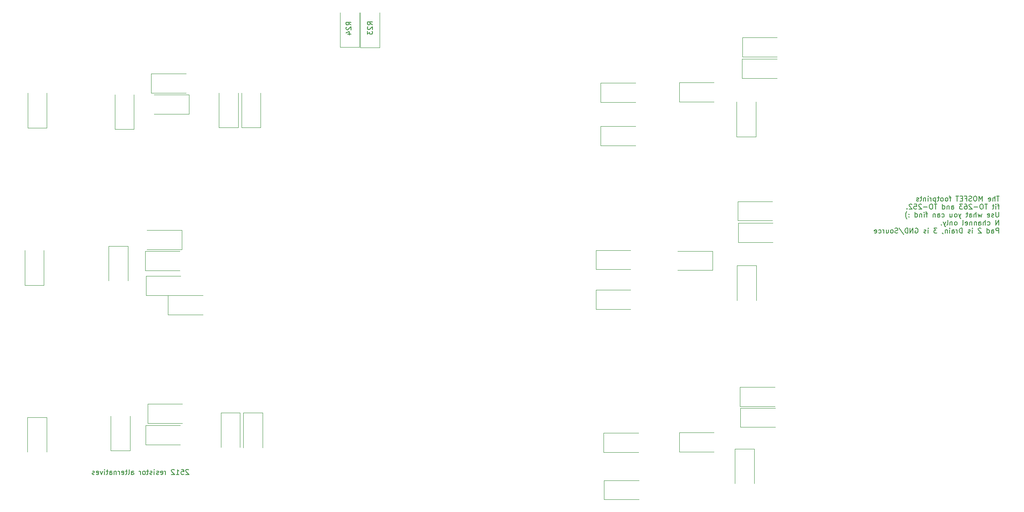
<source format=gbr>
%TF.GenerationSoftware,KiCad,Pcbnew,9.0.2*%
%TF.CreationDate,2025-09-27T17:56:54+01:00*%
%TF.ProjectId,ESP_IOBoard_V4,4553505f-494f-4426-9f61-72645f56342e,rev?*%
%TF.SameCoordinates,Original*%
%TF.FileFunction,Legend,Bot*%
%TF.FilePolarity,Positive*%
%FSLAX46Y46*%
G04 Gerber Fmt 4.6, Leading zero omitted, Abs format (unit mm)*
G04 Created by KiCad (PCBNEW 9.0.2) date 2025-09-27 17:56:54*
%MOMM*%
%LPD*%
G01*
G04 APERTURE LIST*
%ADD10C,0.152400*%
%ADD11C,0.150000*%
%ADD12C,0.120000*%
G04 APERTURE END LIST*
D10*
X94300760Y-122701032D02*
X94253141Y-122653413D01*
X94253141Y-122653413D02*
X94157903Y-122605794D01*
X94157903Y-122605794D02*
X93919808Y-122605794D01*
X93919808Y-122605794D02*
X93824570Y-122653413D01*
X93824570Y-122653413D02*
X93776951Y-122701032D01*
X93776951Y-122701032D02*
X93729332Y-122796270D01*
X93729332Y-122796270D02*
X93729332Y-122891508D01*
X93729332Y-122891508D02*
X93776951Y-123034365D01*
X93776951Y-123034365D02*
X94348379Y-123605794D01*
X94348379Y-123605794D02*
X93729332Y-123605794D01*
X92824570Y-122605794D02*
X93300760Y-122605794D01*
X93300760Y-122605794D02*
X93348379Y-123081984D01*
X93348379Y-123081984D02*
X93300760Y-123034365D01*
X93300760Y-123034365D02*
X93205522Y-122986746D01*
X93205522Y-122986746D02*
X92967427Y-122986746D01*
X92967427Y-122986746D02*
X92872189Y-123034365D01*
X92872189Y-123034365D02*
X92824570Y-123081984D01*
X92824570Y-123081984D02*
X92776951Y-123177222D01*
X92776951Y-123177222D02*
X92776951Y-123415317D01*
X92776951Y-123415317D02*
X92824570Y-123510555D01*
X92824570Y-123510555D02*
X92872189Y-123558175D01*
X92872189Y-123558175D02*
X92967427Y-123605794D01*
X92967427Y-123605794D02*
X93205522Y-123605794D01*
X93205522Y-123605794D02*
X93300760Y-123558175D01*
X93300760Y-123558175D02*
X93348379Y-123510555D01*
X91824570Y-123605794D02*
X92395998Y-123605794D01*
X92110284Y-123605794D02*
X92110284Y-122605794D01*
X92110284Y-122605794D02*
X92205522Y-122748651D01*
X92205522Y-122748651D02*
X92300760Y-122843889D01*
X92300760Y-122843889D02*
X92395998Y-122891508D01*
X91443617Y-122701032D02*
X91395998Y-122653413D01*
X91395998Y-122653413D02*
X91300760Y-122605794D01*
X91300760Y-122605794D02*
X91062665Y-122605794D01*
X91062665Y-122605794D02*
X90967427Y-122653413D01*
X90967427Y-122653413D02*
X90919808Y-122701032D01*
X90919808Y-122701032D02*
X90872189Y-122796270D01*
X90872189Y-122796270D02*
X90872189Y-122891508D01*
X90872189Y-122891508D02*
X90919808Y-123034365D01*
X90919808Y-123034365D02*
X91491236Y-123605794D01*
X91491236Y-123605794D02*
X90872189Y-123605794D01*
X89681712Y-123605794D02*
X89681712Y-122939127D01*
X89681712Y-123129603D02*
X89634093Y-123034365D01*
X89634093Y-123034365D02*
X89586474Y-122986746D01*
X89586474Y-122986746D02*
X89491236Y-122939127D01*
X89491236Y-122939127D02*
X89395998Y-122939127D01*
X88681712Y-123558175D02*
X88776950Y-123605794D01*
X88776950Y-123605794D02*
X88967426Y-123605794D01*
X88967426Y-123605794D02*
X89062664Y-123558175D01*
X89062664Y-123558175D02*
X89110283Y-123462936D01*
X89110283Y-123462936D02*
X89110283Y-123081984D01*
X89110283Y-123081984D02*
X89062664Y-122986746D01*
X89062664Y-122986746D02*
X88967426Y-122939127D01*
X88967426Y-122939127D02*
X88776950Y-122939127D01*
X88776950Y-122939127D02*
X88681712Y-122986746D01*
X88681712Y-122986746D02*
X88634093Y-123081984D01*
X88634093Y-123081984D02*
X88634093Y-123177222D01*
X88634093Y-123177222D02*
X89110283Y-123272460D01*
X88253140Y-123558175D02*
X88157902Y-123605794D01*
X88157902Y-123605794D02*
X87967426Y-123605794D01*
X87967426Y-123605794D02*
X87872188Y-123558175D01*
X87872188Y-123558175D02*
X87824569Y-123462936D01*
X87824569Y-123462936D02*
X87824569Y-123415317D01*
X87824569Y-123415317D02*
X87872188Y-123320079D01*
X87872188Y-123320079D02*
X87967426Y-123272460D01*
X87967426Y-123272460D02*
X88110283Y-123272460D01*
X88110283Y-123272460D02*
X88205521Y-123224841D01*
X88205521Y-123224841D02*
X88253140Y-123129603D01*
X88253140Y-123129603D02*
X88253140Y-123081984D01*
X88253140Y-123081984D02*
X88205521Y-122986746D01*
X88205521Y-122986746D02*
X88110283Y-122939127D01*
X88110283Y-122939127D02*
X87967426Y-122939127D01*
X87967426Y-122939127D02*
X87872188Y-122986746D01*
X87395997Y-123605794D02*
X87395997Y-122939127D01*
X87395997Y-122605794D02*
X87443616Y-122653413D01*
X87443616Y-122653413D02*
X87395997Y-122701032D01*
X87395997Y-122701032D02*
X87348378Y-122653413D01*
X87348378Y-122653413D02*
X87395997Y-122605794D01*
X87395997Y-122605794D02*
X87395997Y-122701032D01*
X86967426Y-123558175D02*
X86872188Y-123605794D01*
X86872188Y-123605794D02*
X86681712Y-123605794D01*
X86681712Y-123605794D02*
X86586474Y-123558175D01*
X86586474Y-123558175D02*
X86538855Y-123462936D01*
X86538855Y-123462936D02*
X86538855Y-123415317D01*
X86538855Y-123415317D02*
X86586474Y-123320079D01*
X86586474Y-123320079D02*
X86681712Y-123272460D01*
X86681712Y-123272460D02*
X86824569Y-123272460D01*
X86824569Y-123272460D02*
X86919807Y-123224841D01*
X86919807Y-123224841D02*
X86967426Y-123129603D01*
X86967426Y-123129603D02*
X86967426Y-123081984D01*
X86967426Y-123081984D02*
X86919807Y-122986746D01*
X86919807Y-122986746D02*
X86824569Y-122939127D01*
X86824569Y-122939127D02*
X86681712Y-122939127D01*
X86681712Y-122939127D02*
X86586474Y-122986746D01*
X86253140Y-122939127D02*
X85872188Y-122939127D01*
X86110283Y-122605794D02*
X86110283Y-123462936D01*
X86110283Y-123462936D02*
X86062664Y-123558175D01*
X86062664Y-123558175D02*
X85967426Y-123605794D01*
X85967426Y-123605794D02*
X85872188Y-123605794D01*
X85395997Y-123605794D02*
X85491235Y-123558175D01*
X85491235Y-123558175D02*
X85538854Y-123510555D01*
X85538854Y-123510555D02*
X85586473Y-123415317D01*
X85586473Y-123415317D02*
X85586473Y-123129603D01*
X85586473Y-123129603D02*
X85538854Y-123034365D01*
X85538854Y-123034365D02*
X85491235Y-122986746D01*
X85491235Y-122986746D02*
X85395997Y-122939127D01*
X85395997Y-122939127D02*
X85253140Y-122939127D01*
X85253140Y-122939127D02*
X85157902Y-122986746D01*
X85157902Y-122986746D02*
X85110283Y-123034365D01*
X85110283Y-123034365D02*
X85062664Y-123129603D01*
X85062664Y-123129603D02*
X85062664Y-123415317D01*
X85062664Y-123415317D02*
X85110283Y-123510555D01*
X85110283Y-123510555D02*
X85157902Y-123558175D01*
X85157902Y-123558175D02*
X85253140Y-123605794D01*
X85253140Y-123605794D02*
X85395997Y-123605794D01*
X84634092Y-123605794D02*
X84634092Y-122939127D01*
X84634092Y-123129603D02*
X84586473Y-123034365D01*
X84586473Y-123034365D02*
X84538854Y-122986746D01*
X84538854Y-122986746D02*
X84443616Y-122939127D01*
X84443616Y-122939127D02*
X84348378Y-122939127D01*
X82824568Y-123605794D02*
X82824568Y-123081984D01*
X82824568Y-123081984D02*
X82872187Y-122986746D01*
X82872187Y-122986746D02*
X82967425Y-122939127D01*
X82967425Y-122939127D02*
X83157901Y-122939127D01*
X83157901Y-122939127D02*
X83253139Y-122986746D01*
X82824568Y-123558175D02*
X82919806Y-123605794D01*
X82919806Y-123605794D02*
X83157901Y-123605794D01*
X83157901Y-123605794D02*
X83253139Y-123558175D01*
X83253139Y-123558175D02*
X83300758Y-123462936D01*
X83300758Y-123462936D02*
X83300758Y-123367698D01*
X83300758Y-123367698D02*
X83253139Y-123272460D01*
X83253139Y-123272460D02*
X83157901Y-123224841D01*
X83157901Y-123224841D02*
X82919806Y-123224841D01*
X82919806Y-123224841D02*
X82824568Y-123177222D01*
X82205520Y-123605794D02*
X82300758Y-123558175D01*
X82300758Y-123558175D02*
X82348377Y-123462936D01*
X82348377Y-123462936D02*
X82348377Y-122605794D01*
X81967424Y-122939127D02*
X81586472Y-122939127D01*
X81824567Y-122605794D02*
X81824567Y-123462936D01*
X81824567Y-123462936D02*
X81776948Y-123558175D01*
X81776948Y-123558175D02*
X81681710Y-123605794D01*
X81681710Y-123605794D02*
X81586472Y-123605794D01*
X80872186Y-123558175D02*
X80967424Y-123605794D01*
X80967424Y-123605794D02*
X81157900Y-123605794D01*
X81157900Y-123605794D02*
X81253138Y-123558175D01*
X81253138Y-123558175D02*
X81300757Y-123462936D01*
X81300757Y-123462936D02*
X81300757Y-123081984D01*
X81300757Y-123081984D02*
X81253138Y-122986746D01*
X81253138Y-122986746D02*
X81157900Y-122939127D01*
X81157900Y-122939127D02*
X80967424Y-122939127D01*
X80967424Y-122939127D02*
X80872186Y-122986746D01*
X80872186Y-122986746D02*
X80824567Y-123081984D01*
X80824567Y-123081984D02*
X80824567Y-123177222D01*
X80824567Y-123177222D02*
X81300757Y-123272460D01*
X80395995Y-123605794D02*
X80395995Y-122939127D01*
X80395995Y-123129603D02*
X80348376Y-123034365D01*
X80348376Y-123034365D02*
X80300757Y-122986746D01*
X80300757Y-122986746D02*
X80205519Y-122939127D01*
X80205519Y-122939127D02*
X80110281Y-122939127D01*
X79776947Y-122939127D02*
X79776947Y-123605794D01*
X79776947Y-123034365D02*
X79729328Y-122986746D01*
X79729328Y-122986746D02*
X79634090Y-122939127D01*
X79634090Y-122939127D02*
X79491233Y-122939127D01*
X79491233Y-122939127D02*
X79395995Y-122986746D01*
X79395995Y-122986746D02*
X79348376Y-123081984D01*
X79348376Y-123081984D02*
X79348376Y-123605794D01*
X78443614Y-123605794D02*
X78443614Y-123081984D01*
X78443614Y-123081984D02*
X78491233Y-122986746D01*
X78491233Y-122986746D02*
X78586471Y-122939127D01*
X78586471Y-122939127D02*
X78776947Y-122939127D01*
X78776947Y-122939127D02*
X78872185Y-122986746D01*
X78443614Y-123558175D02*
X78538852Y-123605794D01*
X78538852Y-123605794D02*
X78776947Y-123605794D01*
X78776947Y-123605794D02*
X78872185Y-123558175D01*
X78872185Y-123558175D02*
X78919804Y-123462936D01*
X78919804Y-123462936D02*
X78919804Y-123367698D01*
X78919804Y-123367698D02*
X78872185Y-123272460D01*
X78872185Y-123272460D02*
X78776947Y-123224841D01*
X78776947Y-123224841D02*
X78538852Y-123224841D01*
X78538852Y-123224841D02*
X78443614Y-123177222D01*
X78110280Y-122939127D02*
X77729328Y-122939127D01*
X77967423Y-122605794D02*
X77967423Y-123462936D01*
X77967423Y-123462936D02*
X77919804Y-123558175D01*
X77919804Y-123558175D02*
X77824566Y-123605794D01*
X77824566Y-123605794D02*
X77729328Y-123605794D01*
X77395994Y-123605794D02*
X77395994Y-122939127D01*
X77395994Y-122605794D02*
X77443613Y-122653413D01*
X77443613Y-122653413D02*
X77395994Y-122701032D01*
X77395994Y-122701032D02*
X77348375Y-122653413D01*
X77348375Y-122653413D02*
X77395994Y-122605794D01*
X77395994Y-122605794D02*
X77395994Y-122701032D01*
X77015042Y-122939127D02*
X76776947Y-123605794D01*
X76776947Y-123605794D02*
X76538852Y-122939127D01*
X75776947Y-123558175D02*
X75872185Y-123605794D01*
X75872185Y-123605794D02*
X76062661Y-123605794D01*
X76062661Y-123605794D02*
X76157899Y-123558175D01*
X76157899Y-123558175D02*
X76205518Y-123462936D01*
X76205518Y-123462936D02*
X76205518Y-123081984D01*
X76205518Y-123081984D02*
X76157899Y-122986746D01*
X76157899Y-122986746D02*
X76062661Y-122939127D01*
X76062661Y-122939127D02*
X75872185Y-122939127D01*
X75872185Y-122939127D02*
X75776947Y-122986746D01*
X75776947Y-122986746D02*
X75729328Y-123081984D01*
X75729328Y-123081984D02*
X75729328Y-123177222D01*
X75729328Y-123177222D02*
X76205518Y-123272460D01*
X75348375Y-123558175D02*
X75253137Y-123605794D01*
X75253137Y-123605794D02*
X75062661Y-123605794D01*
X75062661Y-123605794D02*
X74967423Y-123558175D01*
X74967423Y-123558175D02*
X74919804Y-123462936D01*
X74919804Y-123462936D02*
X74919804Y-123415317D01*
X74919804Y-123415317D02*
X74967423Y-123320079D01*
X74967423Y-123320079D02*
X75062661Y-123272460D01*
X75062661Y-123272460D02*
X75205518Y-123272460D01*
X75205518Y-123272460D02*
X75300756Y-123224841D01*
X75300756Y-123224841D02*
X75348375Y-123129603D01*
X75348375Y-123129603D02*
X75348375Y-123081984D01*
X75348375Y-123081984D02*
X75300756Y-122986746D01*
X75300756Y-122986746D02*
X75205518Y-122939127D01*
X75205518Y-122939127D02*
X75062661Y-122939127D01*
X75062661Y-122939127D02*
X74967423Y-122986746D01*
D11*
X257403277Y-67584843D02*
X256831849Y-67584843D01*
X257117563Y-68584843D02*
X257117563Y-67584843D01*
X256498515Y-68584843D02*
X256498515Y-67584843D01*
X256069944Y-68584843D02*
X256069944Y-68061033D01*
X256069944Y-68061033D02*
X256117563Y-67965795D01*
X256117563Y-67965795D02*
X256212801Y-67918176D01*
X256212801Y-67918176D02*
X256355658Y-67918176D01*
X256355658Y-67918176D02*
X256450896Y-67965795D01*
X256450896Y-67965795D02*
X256498515Y-68013414D01*
X255212801Y-68537224D02*
X255308039Y-68584843D01*
X255308039Y-68584843D02*
X255498515Y-68584843D01*
X255498515Y-68584843D02*
X255593753Y-68537224D01*
X255593753Y-68537224D02*
X255641372Y-68441985D01*
X255641372Y-68441985D02*
X255641372Y-68061033D01*
X255641372Y-68061033D02*
X255593753Y-67965795D01*
X255593753Y-67965795D02*
X255498515Y-67918176D01*
X255498515Y-67918176D02*
X255308039Y-67918176D01*
X255308039Y-67918176D02*
X255212801Y-67965795D01*
X255212801Y-67965795D02*
X255165182Y-68061033D01*
X255165182Y-68061033D02*
X255165182Y-68156271D01*
X255165182Y-68156271D02*
X255641372Y-68251509D01*
X253974705Y-68584843D02*
X253974705Y-67584843D01*
X253974705Y-67584843D02*
X253641372Y-68299128D01*
X253641372Y-68299128D02*
X253308039Y-67584843D01*
X253308039Y-67584843D02*
X253308039Y-68584843D01*
X252641372Y-67584843D02*
X252450896Y-67584843D01*
X252450896Y-67584843D02*
X252355658Y-67632462D01*
X252355658Y-67632462D02*
X252260420Y-67727700D01*
X252260420Y-67727700D02*
X252212801Y-67918176D01*
X252212801Y-67918176D02*
X252212801Y-68251509D01*
X252212801Y-68251509D02*
X252260420Y-68441985D01*
X252260420Y-68441985D02*
X252355658Y-68537224D01*
X252355658Y-68537224D02*
X252450896Y-68584843D01*
X252450896Y-68584843D02*
X252641372Y-68584843D01*
X252641372Y-68584843D02*
X252736610Y-68537224D01*
X252736610Y-68537224D02*
X252831848Y-68441985D01*
X252831848Y-68441985D02*
X252879467Y-68251509D01*
X252879467Y-68251509D02*
X252879467Y-67918176D01*
X252879467Y-67918176D02*
X252831848Y-67727700D01*
X252831848Y-67727700D02*
X252736610Y-67632462D01*
X252736610Y-67632462D02*
X252641372Y-67584843D01*
X251831848Y-68537224D02*
X251688991Y-68584843D01*
X251688991Y-68584843D02*
X251450896Y-68584843D01*
X251450896Y-68584843D02*
X251355658Y-68537224D01*
X251355658Y-68537224D02*
X251308039Y-68489604D01*
X251308039Y-68489604D02*
X251260420Y-68394366D01*
X251260420Y-68394366D02*
X251260420Y-68299128D01*
X251260420Y-68299128D02*
X251308039Y-68203890D01*
X251308039Y-68203890D02*
X251355658Y-68156271D01*
X251355658Y-68156271D02*
X251450896Y-68108652D01*
X251450896Y-68108652D02*
X251641372Y-68061033D01*
X251641372Y-68061033D02*
X251736610Y-68013414D01*
X251736610Y-68013414D02*
X251784229Y-67965795D01*
X251784229Y-67965795D02*
X251831848Y-67870557D01*
X251831848Y-67870557D02*
X251831848Y-67775319D01*
X251831848Y-67775319D02*
X251784229Y-67680081D01*
X251784229Y-67680081D02*
X251736610Y-67632462D01*
X251736610Y-67632462D02*
X251641372Y-67584843D01*
X251641372Y-67584843D02*
X251403277Y-67584843D01*
X251403277Y-67584843D02*
X251260420Y-67632462D01*
X250498515Y-68061033D02*
X250831848Y-68061033D01*
X250831848Y-68584843D02*
X250831848Y-67584843D01*
X250831848Y-67584843D02*
X250355658Y-67584843D01*
X249974705Y-68061033D02*
X249641372Y-68061033D01*
X249498515Y-68584843D02*
X249974705Y-68584843D01*
X249974705Y-68584843D02*
X249974705Y-67584843D01*
X249974705Y-67584843D02*
X249498515Y-67584843D01*
X249212800Y-67584843D02*
X248641372Y-67584843D01*
X248927086Y-68584843D02*
X248927086Y-67584843D01*
X247688990Y-67918176D02*
X247308038Y-67918176D01*
X247546133Y-68584843D02*
X247546133Y-67727700D01*
X247546133Y-67727700D02*
X247498514Y-67632462D01*
X247498514Y-67632462D02*
X247403276Y-67584843D01*
X247403276Y-67584843D02*
X247308038Y-67584843D01*
X246831847Y-68584843D02*
X246927085Y-68537224D01*
X246927085Y-68537224D02*
X246974704Y-68489604D01*
X246974704Y-68489604D02*
X247022323Y-68394366D01*
X247022323Y-68394366D02*
X247022323Y-68108652D01*
X247022323Y-68108652D02*
X246974704Y-68013414D01*
X246974704Y-68013414D02*
X246927085Y-67965795D01*
X246927085Y-67965795D02*
X246831847Y-67918176D01*
X246831847Y-67918176D02*
X246688990Y-67918176D01*
X246688990Y-67918176D02*
X246593752Y-67965795D01*
X246593752Y-67965795D02*
X246546133Y-68013414D01*
X246546133Y-68013414D02*
X246498514Y-68108652D01*
X246498514Y-68108652D02*
X246498514Y-68394366D01*
X246498514Y-68394366D02*
X246546133Y-68489604D01*
X246546133Y-68489604D02*
X246593752Y-68537224D01*
X246593752Y-68537224D02*
X246688990Y-68584843D01*
X246688990Y-68584843D02*
X246831847Y-68584843D01*
X245927085Y-68584843D02*
X246022323Y-68537224D01*
X246022323Y-68537224D02*
X246069942Y-68489604D01*
X246069942Y-68489604D02*
X246117561Y-68394366D01*
X246117561Y-68394366D02*
X246117561Y-68108652D01*
X246117561Y-68108652D02*
X246069942Y-68013414D01*
X246069942Y-68013414D02*
X246022323Y-67965795D01*
X246022323Y-67965795D02*
X245927085Y-67918176D01*
X245927085Y-67918176D02*
X245784228Y-67918176D01*
X245784228Y-67918176D02*
X245688990Y-67965795D01*
X245688990Y-67965795D02*
X245641371Y-68013414D01*
X245641371Y-68013414D02*
X245593752Y-68108652D01*
X245593752Y-68108652D02*
X245593752Y-68394366D01*
X245593752Y-68394366D02*
X245641371Y-68489604D01*
X245641371Y-68489604D02*
X245688990Y-68537224D01*
X245688990Y-68537224D02*
X245784228Y-68584843D01*
X245784228Y-68584843D02*
X245927085Y-68584843D01*
X245308037Y-67918176D02*
X244927085Y-67918176D01*
X245165180Y-67584843D02*
X245165180Y-68441985D01*
X245165180Y-68441985D02*
X245117561Y-68537224D01*
X245117561Y-68537224D02*
X245022323Y-68584843D01*
X245022323Y-68584843D02*
X244927085Y-68584843D01*
X244593751Y-67918176D02*
X244593751Y-68918176D01*
X244593751Y-67965795D02*
X244498513Y-67918176D01*
X244498513Y-67918176D02*
X244308037Y-67918176D01*
X244308037Y-67918176D02*
X244212799Y-67965795D01*
X244212799Y-67965795D02*
X244165180Y-68013414D01*
X244165180Y-68013414D02*
X244117561Y-68108652D01*
X244117561Y-68108652D02*
X244117561Y-68394366D01*
X244117561Y-68394366D02*
X244165180Y-68489604D01*
X244165180Y-68489604D02*
X244212799Y-68537224D01*
X244212799Y-68537224D02*
X244308037Y-68584843D01*
X244308037Y-68584843D02*
X244498513Y-68584843D01*
X244498513Y-68584843D02*
X244593751Y-68537224D01*
X243688989Y-68584843D02*
X243688989Y-67918176D01*
X243688989Y-68108652D02*
X243641370Y-68013414D01*
X243641370Y-68013414D02*
X243593751Y-67965795D01*
X243593751Y-67965795D02*
X243498513Y-67918176D01*
X243498513Y-67918176D02*
X243403275Y-67918176D01*
X243069941Y-68584843D02*
X243069941Y-67918176D01*
X243069941Y-67584843D02*
X243117560Y-67632462D01*
X243117560Y-67632462D02*
X243069941Y-67680081D01*
X243069941Y-67680081D02*
X243022322Y-67632462D01*
X243022322Y-67632462D02*
X243069941Y-67584843D01*
X243069941Y-67584843D02*
X243069941Y-67680081D01*
X242593751Y-67918176D02*
X242593751Y-68584843D01*
X242593751Y-68013414D02*
X242546132Y-67965795D01*
X242546132Y-67965795D02*
X242450894Y-67918176D01*
X242450894Y-67918176D02*
X242308037Y-67918176D01*
X242308037Y-67918176D02*
X242212799Y-67965795D01*
X242212799Y-67965795D02*
X242165180Y-68061033D01*
X242165180Y-68061033D02*
X242165180Y-68584843D01*
X241831846Y-67918176D02*
X241450894Y-67918176D01*
X241688989Y-67584843D02*
X241688989Y-68441985D01*
X241688989Y-68441985D02*
X241641370Y-68537224D01*
X241641370Y-68537224D02*
X241546132Y-68584843D01*
X241546132Y-68584843D02*
X241450894Y-68584843D01*
X241165179Y-68537224D02*
X241069941Y-68584843D01*
X241069941Y-68584843D02*
X240879465Y-68584843D01*
X240879465Y-68584843D02*
X240784227Y-68537224D01*
X240784227Y-68537224D02*
X240736608Y-68441985D01*
X240736608Y-68441985D02*
X240736608Y-68394366D01*
X240736608Y-68394366D02*
X240784227Y-68299128D01*
X240784227Y-68299128D02*
X240879465Y-68251509D01*
X240879465Y-68251509D02*
X241022322Y-68251509D01*
X241022322Y-68251509D02*
X241117560Y-68203890D01*
X241117560Y-68203890D02*
X241165179Y-68108652D01*
X241165179Y-68108652D02*
X241165179Y-68061033D01*
X241165179Y-68061033D02*
X241117560Y-67965795D01*
X241117560Y-67965795D02*
X241022322Y-67918176D01*
X241022322Y-67918176D02*
X240879465Y-67918176D01*
X240879465Y-67918176D02*
X240784227Y-67965795D01*
X257403277Y-69528120D02*
X257022325Y-69528120D01*
X257260420Y-70194787D02*
X257260420Y-69337644D01*
X257260420Y-69337644D02*
X257212801Y-69242406D01*
X257212801Y-69242406D02*
X257117563Y-69194787D01*
X257117563Y-69194787D02*
X257022325Y-69194787D01*
X256688991Y-70194787D02*
X256688991Y-69528120D01*
X256688991Y-69194787D02*
X256736610Y-69242406D01*
X256736610Y-69242406D02*
X256688991Y-69290025D01*
X256688991Y-69290025D02*
X256641372Y-69242406D01*
X256641372Y-69242406D02*
X256688991Y-69194787D01*
X256688991Y-69194787D02*
X256688991Y-69290025D01*
X256355658Y-69528120D02*
X255974706Y-69528120D01*
X256212801Y-69194787D02*
X256212801Y-70051929D01*
X256212801Y-70051929D02*
X256165182Y-70147168D01*
X256165182Y-70147168D02*
X256069944Y-70194787D01*
X256069944Y-70194787D02*
X255974706Y-70194787D01*
X255022324Y-69194787D02*
X254450896Y-69194787D01*
X254736610Y-70194787D02*
X254736610Y-69194787D01*
X253927086Y-69194787D02*
X253736610Y-69194787D01*
X253736610Y-69194787D02*
X253641372Y-69242406D01*
X253641372Y-69242406D02*
X253546134Y-69337644D01*
X253546134Y-69337644D02*
X253498515Y-69528120D01*
X253498515Y-69528120D02*
X253498515Y-69861453D01*
X253498515Y-69861453D02*
X253546134Y-70051929D01*
X253546134Y-70051929D02*
X253641372Y-70147168D01*
X253641372Y-70147168D02*
X253736610Y-70194787D01*
X253736610Y-70194787D02*
X253927086Y-70194787D01*
X253927086Y-70194787D02*
X254022324Y-70147168D01*
X254022324Y-70147168D02*
X254117562Y-70051929D01*
X254117562Y-70051929D02*
X254165181Y-69861453D01*
X254165181Y-69861453D02*
X254165181Y-69528120D01*
X254165181Y-69528120D02*
X254117562Y-69337644D01*
X254117562Y-69337644D02*
X254022324Y-69242406D01*
X254022324Y-69242406D02*
X253927086Y-69194787D01*
X253069943Y-69813834D02*
X252308039Y-69813834D01*
X251879467Y-69290025D02*
X251831848Y-69242406D01*
X251831848Y-69242406D02*
X251736610Y-69194787D01*
X251736610Y-69194787D02*
X251498515Y-69194787D01*
X251498515Y-69194787D02*
X251403277Y-69242406D01*
X251403277Y-69242406D02*
X251355658Y-69290025D01*
X251355658Y-69290025D02*
X251308039Y-69385263D01*
X251308039Y-69385263D02*
X251308039Y-69480501D01*
X251308039Y-69480501D02*
X251355658Y-69623358D01*
X251355658Y-69623358D02*
X251927086Y-70194787D01*
X251927086Y-70194787D02*
X251308039Y-70194787D01*
X250450896Y-69194787D02*
X250641372Y-69194787D01*
X250641372Y-69194787D02*
X250736610Y-69242406D01*
X250736610Y-69242406D02*
X250784229Y-69290025D01*
X250784229Y-69290025D02*
X250879467Y-69432882D01*
X250879467Y-69432882D02*
X250927086Y-69623358D01*
X250927086Y-69623358D02*
X250927086Y-70004310D01*
X250927086Y-70004310D02*
X250879467Y-70099548D01*
X250879467Y-70099548D02*
X250831848Y-70147168D01*
X250831848Y-70147168D02*
X250736610Y-70194787D01*
X250736610Y-70194787D02*
X250546134Y-70194787D01*
X250546134Y-70194787D02*
X250450896Y-70147168D01*
X250450896Y-70147168D02*
X250403277Y-70099548D01*
X250403277Y-70099548D02*
X250355658Y-70004310D01*
X250355658Y-70004310D02*
X250355658Y-69766215D01*
X250355658Y-69766215D02*
X250403277Y-69670977D01*
X250403277Y-69670977D02*
X250450896Y-69623358D01*
X250450896Y-69623358D02*
X250546134Y-69575739D01*
X250546134Y-69575739D02*
X250736610Y-69575739D01*
X250736610Y-69575739D02*
X250831848Y-69623358D01*
X250831848Y-69623358D02*
X250879467Y-69670977D01*
X250879467Y-69670977D02*
X250927086Y-69766215D01*
X250022324Y-69194787D02*
X249403277Y-69194787D01*
X249403277Y-69194787D02*
X249736610Y-69575739D01*
X249736610Y-69575739D02*
X249593753Y-69575739D01*
X249593753Y-69575739D02*
X249498515Y-69623358D01*
X249498515Y-69623358D02*
X249450896Y-69670977D01*
X249450896Y-69670977D02*
X249403277Y-69766215D01*
X249403277Y-69766215D02*
X249403277Y-70004310D01*
X249403277Y-70004310D02*
X249450896Y-70099548D01*
X249450896Y-70099548D02*
X249498515Y-70147168D01*
X249498515Y-70147168D02*
X249593753Y-70194787D01*
X249593753Y-70194787D02*
X249879467Y-70194787D01*
X249879467Y-70194787D02*
X249974705Y-70147168D01*
X249974705Y-70147168D02*
X250022324Y-70099548D01*
X247784229Y-70194787D02*
X247784229Y-69670977D01*
X247784229Y-69670977D02*
X247831848Y-69575739D01*
X247831848Y-69575739D02*
X247927086Y-69528120D01*
X247927086Y-69528120D02*
X248117562Y-69528120D01*
X248117562Y-69528120D02*
X248212800Y-69575739D01*
X247784229Y-70147168D02*
X247879467Y-70194787D01*
X247879467Y-70194787D02*
X248117562Y-70194787D01*
X248117562Y-70194787D02*
X248212800Y-70147168D01*
X248212800Y-70147168D02*
X248260419Y-70051929D01*
X248260419Y-70051929D02*
X248260419Y-69956691D01*
X248260419Y-69956691D02*
X248212800Y-69861453D01*
X248212800Y-69861453D02*
X248117562Y-69813834D01*
X248117562Y-69813834D02*
X247879467Y-69813834D01*
X247879467Y-69813834D02*
X247784229Y-69766215D01*
X247308038Y-69528120D02*
X247308038Y-70194787D01*
X247308038Y-69623358D02*
X247260419Y-69575739D01*
X247260419Y-69575739D02*
X247165181Y-69528120D01*
X247165181Y-69528120D02*
X247022324Y-69528120D01*
X247022324Y-69528120D02*
X246927086Y-69575739D01*
X246927086Y-69575739D02*
X246879467Y-69670977D01*
X246879467Y-69670977D02*
X246879467Y-70194787D01*
X245974705Y-70194787D02*
X245974705Y-69194787D01*
X245974705Y-70147168D02*
X246069943Y-70194787D01*
X246069943Y-70194787D02*
X246260419Y-70194787D01*
X246260419Y-70194787D02*
X246355657Y-70147168D01*
X246355657Y-70147168D02*
X246403276Y-70099548D01*
X246403276Y-70099548D02*
X246450895Y-70004310D01*
X246450895Y-70004310D02*
X246450895Y-69718596D01*
X246450895Y-69718596D02*
X246403276Y-69623358D01*
X246403276Y-69623358D02*
X246355657Y-69575739D01*
X246355657Y-69575739D02*
X246260419Y-69528120D01*
X246260419Y-69528120D02*
X246069943Y-69528120D01*
X246069943Y-69528120D02*
X245974705Y-69575739D01*
X244879466Y-69194787D02*
X244308038Y-69194787D01*
X244593752Y-70194787D02*
X244593752Y-69194787D01*
X243784228Y-69194787D02*
X243593752Y-69194787D01*
X243593752Y-69194787D02*
X243498514Y-69242406D01*
X243498514Y-69242406D02*
X243403276Y-69337644D01*
X243403276Y-69337644D02*
X243355657Y-69528120D01*
X243355657Y-69528120D02*
X243355657Y-69861453D01*
X243355657Y-69861453D02*
X243403276Y-70051929D01*
X243403276Y-70051929D02*
X243498514Y-70147168D01*
X243498514Y-70147168D02*
X243593752Y-70194787D01*
X243593752Y-70194787D02*
X243784228Y-70194787D01*
X243784228Y-70194787D02*
X243879466Y-70147168D01*
X243879466Y-70147168D02*
X243974704Y-70051929D01*
X243974704Y-70051929D02*
X244022323Y-69861453D01*
X244022323Y-69861453D02*
X244022323Y-69528120D01*
X244022323Y-69528120D02*
X243974704Y-69337644D01*
X243974704Y-69337644D02*
X243879466Y-69242406D01*
X243879466Y-69242406D02*
X243784228Y-69194787D01*
X242927085Y-69813834D02*
X242165181Y-69813834D01*
X241736609Y-69290025D02*
X241688990Y-69242406D01*
X241688990Y-69242406D02*
X241593752Y-69194787D01*
X241593752Y-69194787D02*
X241355657Y-69194787D01*
X241355657Y-69194787D02*
X241260419Y-69242406D01*
X241260419Y-69242406D02*
X241212800Y-69290025D01*
X241212800Y-69290025D02*
X241165181Y-69385263D01*
X241165181Y-69385263D02*
X241165181Y-69480501D01*
X241165181Y-69480501D02*
X241212800Y-69623358D01*
X241212800Y-69623358D02*
X241784228Y-70194787D01*
X241784228Y-70194787D02*
X241165181Y-70194787D01*
X240260419Y-69194787D02*
X240736609Y-69194787D01*
X240736609Y-69194787D02*
X240784228Y-69670977D01*
X240784228Y-69670977D02*
X240736609Y-69623358D01*
X240736609Y-69623358D02*
X240641371Y-69575739D01*
X240641371Y-69575739D02*
X240403276Y-69575739D01*
X240403276Y-69575739D02*
X240308038Y-69623358D01*
X240308038Y-69623358D02*
X240260419Y-69670977D01*
X240260419Y-69670977D02*
X240212800Y-69766215D01*
X240212800Y-69766215D02*
X240212800Y-70004310D01*
X240212800Y-70004310D02*
X240260419Y-70099548D01*
X240260419Y-70099548D02*
X240308038Y-70147168D01*
X240308038Y-70147168D02*
X240403276Y-70194787D01*
X240403276Y-70194787D02*
X240641371Y-70194787D01*
X240641371Y-70194787D02*
X240736609Y-70147168D01*
X240736609Y-70147168D02*
X240784228Y-70099548D01*
X239831847Y-69290025D02*
X239784228Y-69242406D01*
X239784228Y-69242406D02*
X239688990Y-69194787D01*
X239688990Y-69194787D02*
X239450895Y-69194787D01*
X239450895Y-69194787D02*
X239355657Y-69242406D01*
X239355657Y-69242406D02*
X239308038Y-69290025D01*
X239308038Y-69290025D02*
X239260419Y-69385263D01*
X239260419Y-69385263D02*
X239260419Y-69480501D01*
X239260419Y-69480501D02*
X239308038Y-69623358D01*
X239308038Y-69623358D02*
X239879466Y-70194787D01*
X239879466Y-70194787D02*
X239260419Y-70194787D01*
X238831847Y-70099548D02*
X238784228Y-70147168D01*
X238784228Y-70147168D02*
X238831847Y-70194787D01*
X238831847Y-70194787D02*
X238879466Y-70147168D01*
X238879466Y-70147168D02*
X238831847Y-70099548D01*
X238831847Y-70099548D02*
X238831847Y-70194787D01*
X257260420Y-70804731D02*
X257260420Y-71614254D01*
X257260420Y-71614254D02*
X257212801Y-71709492D01*
X257212801Y-71709492D02*
X257165182Y-71757112D01*
X257165182Y-71757112D02*
X257069944Y-71804731D01*
X257069944Y-71804731D02*
X256879468Y-71804731D01*
X256879468Y-71804731D02*
X256784230Y-71757112D01*
X256784230Y-71757112D02*
X256736611Y-71709492D01*
X256736611Y-71709492D02*
X256688992Y-71614254D01*
X256688992Y-71614254D02*
X256688992Y-70804731D01*
X256260420Y-71757112D02*
X256165182Y-71804731D01*
X256165182Y-71804731D02*
X255974706Y-71804731D01*
X255974706Y-71804731D02*
X255879468Y-71757112D01*
X255879468Y-71757112D02*
X255831849Y-71661873D01*
X255831849Y-71661873D02*
X255831849Y-71614254D01*
X255831849Y-71614254D02*
X255879468Y-71519016D01*
X255879468Y-71519016D02*
X255974706Y-71471397D01*
X255974706Y-71471397D02*
X256117563Y-71471397D01*
X256117563Y-71471397D02*
X256212801Y-71423778D01*
X256212801Y-71423778D02*
X256260420Y-71328540D01*
X256260420Y-71328540D02*
X256260420Y-71280921D01*
X256260420Y-71280921D02*
X256212801Y-71185683D01*
X256212801Y-71185683D02*
X256117563Y-71138064D01*
X256117563Y-71138064D02*
X255974706Y-71138064D01*
X255974706Y-71138064D02*
X255879468Y-71185683D01*
X255022325Y-71757112D02*
X255117563Y-71804731D01*
X255117563Y-71804731D02*
X255308039Y-71804731D01*
X255308039Y-71804731D02*
X255403277Y-71757112D01*
X255403277Y-71757112D02*
X255450896Y-71661873D01*
X255450896Y-71661873D02*
X255450896Y-71280921D01*
X255450896Y-71280921D02*
X255403277Y-71185683D01*
X255403277Y-71185683D02*
X255308039Y-71138064D01*
X255308039Y-71138064D02*
X255117563Y-71138064D01*
X255117563Y-71138064D02*
X255022325Y-71185683D01*
X255022325Y-71185683D02*
X254974706Y-71280921D01*
X254974706Y-71280921D02*
X254974706Y-71376159D01*
X254974706Y-71376159D02*
X255450896Y-71471397D01*
X253879467Y-71138064D02*
X253688991Y-71804731D01*
X253688991Y-71804731D02*
X253498515Y-71328540D01*
X253498515Y-71328540D02*
X253308039Y-71804731D01*
X253308039Y-71804731D02*
X253117563Y-71138064D01*
X252736610Y-71804731D02*
X252736610Y-70804731D01*
X252308039Y-71804731D02*
X252308039Y-71280921D01*
X252308039Y-71280921D02*
X252355658Y-71185683D01*
X252355658Y-71185683D02*
X252450896Y-71138064D01*
X252450896Y-71138064D02*
X252593753Y-71138064D01*
X252593753Y-71138064D02*
X252688991Y-71185683D01*
X252688991Y-71185683D02*
X252736610Y-71233302D01*
X251403277Y-71804731D02*
X251403277Y-71280921D01*
X251403277Y-71280921D02*
X251450896Y-71185683D01*
X251450896Y-71185683D02*
X251546134Y-71138064D01*
X251546134Y-71138064D02*
X251736610Y-71138064D01*
X251736610Y-71138064D02*
X251831848Y-71185683D01*
X251403277Y-71757112D02*
X251498515Y-71804731D01*
X251498515Y-71804731D02*
X251736610Y-71804731D01*
X251736610Y-71804731D02*
X251831848Y-71757112D01*
X251831848Y-71757112D02*
X251879467Y-71661873D01*
X251879467Y-71661873D02*
X251879467Y-71566635D01*
X251879467Y-71566635D02*
X251831848Y-71471397D01*
X251831848Y-71471397D02*
X251736610Y-71423778D01*
X251736610Y-71423778D02*
X251498515Y-71423778D01*
X251498515Y-71423778D02*
X251403277Y-71376159D01*
X251069943Y-71138064D02*
X250688991Y-71138064D01*
X250927086Y-70804731D02*
X250927086Y-71661873D01*
X250927086Y-71661873D02*
X250879467Y-71757112D01*
X250879467Y-71757112D02*
X250784229Y-71804731D01*
X250784229Y-71804731D02*
X250688991Y-71804731D01*
X249688990Y-71138064D02*
X249450895Y-71804731D01*
X249212800Y-71138064D02*
X249450895Y-71804731D01*
X249450895Y-71804731D02*
X249546133Y-72042826D01*
X249546133Y-72042826D02*
X249593752Y-72090445D01*
X249593752Y-72090445D02*
X249688990Y-72138064D01*
X248688990Y-71804731D02*
X248784228Y-71757112D01*
X248784228Y-71757112D02*
X248831847Y-71709492D01*
X248831847Y-71709492D02*
X248879466Y-71614254D01*
X248879466Y-71614254D02*
X248879466Y-71328540D01*
X248879466Y-71328540D02*
X248831847Y-71233302D01*
X248831847Y-71233302D02*
X248784228Y-71185683D01*
X248784228Y-71185683D02*
X248688990Y-71138064D01*
X248688990Y-71138064D02*
X248546133Y-71138064D01*
X248546133Y-71138064D02*
X248450895Y-71185683D01*
X248450895Y-71185683D02*
X248403276Y-71233302D01*
X248403276Y-71233302D02*
X248355657Y-71328540D01*
X248355657Y-71328540D02*
X248355657Y-71614254D01*
X248355657Y-71614254D02*
X248403276Y-71709492D01*
X248403276Y-71709492D02*
X248450895Y-71757112D01*
X248450895Y-71757112D02*
X248546133Y-71804731D01*
X248546133Y-71804731D02*
X248688990Y-71804731D01*
X247498514Y-71138064D02*
X247498514Y-71804731D01*
X247927085Y-71138064D02*
X247927085Y-71661873D01*
X247927085Y-71661873D02*
X247879466Y-71757112D01*
X247879466Y-71757112D02*
X247784228Y-71804731D01*
X247784228Y-71804731D02*
X247641371Y-71804731D01*
X247641371Y-71804731D02*
X247546133Y-71757112D01*
X247546133Y-71757112D02*
X247498514Y-71709492D01*
X245831847Y-71757112D02*
X245927085Y-71804731D01*
X245927085Y-71804731D02*
X246117561Y-71804731D01*
X246117561Y-71804731D02*
X246212799Y-71757112D01*
X246212799Y-71757112D02*
X246260418Y-71709492D01*
X246260418Y-71709492D02*
X246308037Y-71614254D01*
X246308037Y-71614254D02*
X246308037Y-71328540D01*
X246308037Y-71328540D02*
X246260418Y-71233302D01*
X246260418Y-71233302D02*
X246212799Y-71185683D01*
X246212799Y-71185683D02*
X246117561Y-71138064D01*
X246117561Y-71138064D02*
X245927085Y-71138064D01*
X245927085Y-71138064D02*
X245831847Y-71185683D01*
X244974704Y-71804731D02*
X244974704Y-71280921D01*
X244974704Y-71280921D02*
X245022323Y-71185683D01*
X245022323Y-71185683D02*
X245117561Y-71138064D01*
X245117561Y-71138064D02*
X245308037Y-71138064D01*
X245308037Y-71138064D02*
X245403275Y-71185683D01*
X244974704Y-71757112D02*
X245069942Y-71804731D01*
X245069942Y-71804731D02*
X245308037Y-71804731D01*
X245308037Y-71804731D02*
X245403275Y-71757112D01*
X245403275Y-71757112D02*
X245450894Y-71661873D01*
X245450894Y-71661873D02*
X245450894Y-71566635D01*
X245450894Y-71566635D02*
X245403275Y-71471397D01*
X245403275Y-71471397D02*
X245308037Y-71423778D01*
X245308037Y-71423778D02*
X245069942Y-71423778D01*
X245069942Y-71423778D02*
X244974704Y-71376159D01*
X244498513Y-71138064D02*
X244498513Y-71804731D01*
X244498513Y-71233302D02*
X244450894Y-71185683D01*
X244450894Y-71185683D02*
X244355656Y-71138064D01*
X244355656Y-71138064D02*
X244212799Y-71138064D01*
X244212799Y-71138064D02*
X244117561Y-71185683D01*
X244117561Y-71185683D02*
X244069942Y-71280921D01*
X244069942Y-71280921D02*
X244069942Y-71804731D01*
X242974703Y-71138064D02*
X242593751Y-71138064D01*
X242831846Y-71804731D02*
X242831846Y-70947588D01*
X242831846Y-70947588D02*
X242784227Y-70852350D01*
X242784227Y-70852350D02*
X242688989Y-70804731D01*
X242688989Y-70804731D02*
X242593751Y-70804731D01*
X242260417Y-71804731D02*
X242260417Y-71138064D01*
X242260417Y-70804731D02*
X242308036Y-70852350D01*
X242308036Y-70852350D02*
X242260417Y-70899969D01*
X242260417Y-70899969D02*
X242212798Y-70852350D01*
X242212798Y-70852350D02*
X242260417Y-70804731D01*
X242260417Y-70804731D02*
X242260417Y-70899969D01*
X241784227Y-71138064D02*
X241784227Y-71804731D01*
X241784227Y-71233302D02*
X241736608Y-71185683D01*
X241736608Y-71185683D02*
X241641370Y-71138064D01*
X241641370Y-71138064D02*
X241498513Y-71138064D01*
X241498513Y-71138064D02*
X241403275Y-71185683D01*
X241403275Y-71185683D02*
X241355656Y-71280921D01*
X241355656Y-71280921D02*
X241355656Y-71804731D01*
X240450894Y-71804731D02*
X240450894Y-70804731D01*
X240450894Y-71757112D02*
X240546132Y-71804731D01*
X240546132Y-71804731D02*
X240736608Y-71804731D01*
X240736608Y-71804731D02*
X240831846Y-71757112D01*
X240831846Y-71757112D02*
X240879465Y-71709492D01*
X240879465Y-71709492D02*
X240927084Y-71614254D01*
X240927084Y-71614254D02*
X240927084Y-71328540D01*
X240927084Y-71328540D02*
X240879465Y-71233302D01*
X240879465Y-71233302D02*
X240831846Y-71185683D01*
X240831846Y-71185683D02*
X240736608Y-71138064D01*
X240736608Y-71138064D02*
X240546132Y-71138064D01*
X240546132Y-71138064D02*
X240450894Y-71185683D01*
X239212798Y-71709492D02*
X239165179Y-71757112D01*
X239165179Y-71757112D02*
X239212798Y-71804731D01*
X239212798Y-71804731D02*
X239260417Y-71757112D01*
X239260417Y-71757112D02*
X239212798Y-71709492D01*
X239212798Y-71709492D02*
X239212798Y-71804731D01*
X239212798Y-71185683D02*
X239165179Y-71233302D01*
X239165179Y-71233302D02*
X239212798Y-71280921D01*
X239212798Y-71280921D02*
X239260417Y-71233302D01*
X239260417Y-71233302D02*
X239212798Y-71185683D01*
X239212798Y-71185683D02*
X239212798Y-71280921D01*
X238831846Y-72185683D02*
X238784227Y-72138064D01*
X238784227Y-72138064D02*
X238688989Y-71995207D01*
X238688989Y-71995207D02*
X238641370Y-71899969D01*
X238641370Y-71899969D02*
X238593751Y-71757112D01*
X238593751Y-71757112D02*
X238546132Y-71519016D01*
X238546132Y-71519016D02*
X238546132Y-71328540D01*
X238546132Y-71328540D02*
X238593751Y-71090445D01*
X238593751Y-71090445D02*
X238641370Y-70947588D01*
X238641370Y-70947588D02*
X238688989Y-70852350D01*
X238688989Y-70852350D02*
X238784227Y-70709492D01*
X238784227Y-70709492D02*
X238831846Y-70661873D01*
X257260420Y-73414675D02*
X257260420Y-72414675D01*
X257260420Y-72414675D02*
X256688992Y-73414675D01*
X256688992Y-73414675D02*
X256688992Y-72414675D01*
X255022325Y-73367056D02*
X255117563Y-73414675D01*
X255117563Y-73414675D02*
X255308039Y-73414675D01*
X255308039Y-73414675D02*
X255403277Y-73367056D01*
X255403277Y-73367056D02*
X255450896Y-73319436D01*
X255450896Y-73319436D02*
X255498515Y-73224198D01*
X255498515Y-73224198D02*
X255498515Y-72938484D01*
X255498515Y-72938484D02*
X255450896Y-72843246D01*
X255450896Y-72843246D02*
X255403277Y-72795627D01*
X255403277Y-72795627D02*
X255308039Y-72748008D01*
X255308039Y-72748008D02*
X255117563Y-72748008D01*
X255117563Y-72748008D02*
X255022325Y-72795627D01*
X254593753Y-73414675D02*
X254593753Y-72414675D01*
X254165182Y-73414675D02*
X254165182Y-72890865D01*
X254165182Y-72890865D02*
X254212801Y-72795627D01*
X254212801Y-72795627D02*
X254308039Y-72748008D01*
X254308039Y-72748008D02*
X254450896Y-72748008D01*
X254450896Y-72748008D02*
X254546134Y-72795627D01*
X254546134Y-72795627D02*
X254593753Y-72843246D01*
X253260420Y-73414675D02*
X253260420Y-72890865D01*
X253260420Y-72890865D02*
X253308039Y-72795627D01*
X253308039Y-72795627D02*
X253403277Y-72748008D01*
X253403277Y-72748008D02*
X253593753Y-72748008D01*
X253593753Y-72748008D02*
X253688991Y-72795627D01*
X253260420Y-73367056D02*
X253355658Y-73414675D01*
X253355658Y-73414675D02*
X253593753Y-73414675D01*
X253593753Y-73414675D02*
X253688991Y-73367056D01*
X253688991Y-73367056D02*
X253736610Y-73271817D01*
X253736610Y-73271817D02*
X253736610Y-73176579D01*
X253736610Y-73176579D02*
X253688991Y-73081341D01*
X253688991Y-73081341D02*
X253593753Y-73033722D01*
X253593753Y-73033722D02*
X253355658Y-73033722D01*
X253355658Y-73033722D02*
X253260420Y-72986103D01*
X252784229Y-72748008D02*
X252784229Y-73414675D01*
X252784229Y-72843246D02*
X252736610Y-72795627D01*
X252736610Y-72795627D02*
X252641372Y-72748008D01*
X252641372Y-72748008D02*
X252498515Y-72748008D01*
X252498515Y-72748008D02*
X252403277Y-72795627D01*
X252403277Y-72795627D02*
X252355658Y-72890865D01*
X252355658Y-72890865D02*
X252355658Y-73414675D01*
X251879467Y-72748008D02*
X251879467Y-73414675D01*
X251879467Y-72843246D02*
X251831848Y-72795627D01*
X251831848Y-72795627D02*
X251736610Y-72748008D01*
X251736610Y-72748008D02*
X251593753Y-72748008D01*
X251593753Y-72748008D02*
X251498515Y-72795627D01*
X251498515Y-72795627D02*
X251450896Y-72890865D01*
X251450896Y-72890865D02*
X251450896Y-73414675D01*
X250593753Y-73367056D02*
X250688991Y-73414675D01*
X250688991Y-73414675D02*
X250879467Y-73414675D01*
X250879467Y-73414675D02*
X250974705Y-73367056D01*
X250974705Y-73367056D02*
X251022324Y-73271817D01*
X251022324Y-73271817D02*
X251022324Y-72890865D01*
X251022324Y-72890865D02*
X250974705Y-72795627D01*
X250974705Y-72795627D02*
X250879467Y-72748008D01*
X250879467Y-72748008D02*
X250688991Y-72748008D01*
X250688991Y-72748008D02*
X250593753Y-72795627D01*
X250593753Y-72795627D02*
X250546134Y-72890865D01*
X250546134Y-72890865D02*
X250546134Y-72986103D01*
X250546134Y-72986103D02*
X251022324Y-73081341D01*
X249974705Y-73414675D02*
X250069943Y-73367056D01*
X250069943Y-73367056D02*
X250117562Y-73271817D01*
X250117562Y-73271817D02*
X250117562Y-72414675D01*
X248688990Y-73414675D02*
X248784228Y-73367056D01*
X248784228Y-73367056D02*
X248831847Y-73319436D01*
X248831847Y-73319436D02*
X248879466Y-73224198D01*
X248879466Y-73224198D02*
X248879466Y-72938484D01*
X248879466Y-72938484D02*
X248831847Y-72843246D01*
X248831847Y-72843246D02*
X248784228Y-72795627D01*
X248784228Y-72795627D02*
X248688990Y-72748008D01*
X248688990Y-72748008D02*
X248546133Y-72748008D01*
X248546133Y-72748008D02*
X248450895Y-72795627D01*
X248450895Y-72795627D02*
X248403276Y-72843246D01*
X248403276Y-72843246D02*
X248355657Y-72938484D01*
X248355657Y-72938484D02*
X248355657Y-73224198D01*
X248355657Y-73224198D02*
X248403276Y-73319436D01*
X248403276Y-73319436D02*
X248450895Y-73367056D01*
X248450895Y-73367056D02*
X248546133Y-73414675D01*
X248546133Y-73414675D02*
X248688990Y-73414675D01*
X247927085Y-72748008D02*
X247927085Y-73414675D01*
X247927085Y-72843246D02*
X247879466Y-72795627D01*
X247879466Y-72795627D02*
X247784228Y-72748008D01*
X247784228Y-72748008D02*
X247641371Y-72748008D01*
X247641371Y-72748008D02*
X247546133Y-72795627D01*
X247546133Y-72795627D02*
X247498514Y-72890865D01*
X247498514Y-72890865D02*
X247498514Y-73414675D01*
X246879466Y-73414675D02*
X246974704Y-73367056D01*
X246974704Y-73367056D02*
X247022323Y-73271817D01*
X247022323Y-73271817D02*
X247022323Y-72414675D01*
X246593751Y-72748008D02*
X246355656Y-73414675D01*
X246117561Y-72748008D02*
X246355656Y-73414675D01*
X246355656Y-73414675D02*
X246450894Y-73652770D01*
X246450894Y-73652770D02*
X246498513Y-73700389D01*
X246498513Y-73700389D02*
X246593751Y-73748008D01*
X245736608Y-73319436D02*
X245688989Y-73367056D01*
X245688989Y-73367056D02*
X245736608Y-73414675D01*
X245736608Y-73414675D02*
X245784227Y-73367056D01*
X245784227Y-73367056D02*
X245736608Y-73319436D01*
X245736608Y-73319436D02*
X245736608Y-73414675D01*
X257260420Y-75024619D02*
X257260420Y-74024619D01*
X257260420Y-74024619D02*
X256879468Y-74024619D01*
X256879468Y-74024619D02*
X256784230Y-74072238D01*
X256784230Y-74072238D02*
X256736611Y-74119857D01*
X256736611Y-74119857D02*
X256688992Y-74215095D01*
X256688992Y-74215095D02*
X256688992Y-74357952D01*
X256688992Y-74357952D02*
X256736611Y-74453190D01*
X256736611Y-74453190D02*
X256784230Y-74500809D01*
X256784230Y-74500809D02*
X256879468Y-74548428D01*
X256879468Y-74548428D02*
X257260420Y-74548428D01*
X255831849Y-75024619D02*
X255831849Y-74500809D01*
X255831849Y-74500809D02*
X255879468Y-74405571D01*
X255879468Y-74405571D02*
X255974706Y-74357952D01*
X255974706Y-74357952D02*
X256165182Y-74357952D01*
X256165182Y-74357952D02*
X256260420Y-74405571D01*
X255831849Y-74977000D02*
X255927087Y-75024619D01*
X255927087Y-75024619D02*
X256165182Y-75024619D01*
X256165182Y-75024619D02*
X256260420Y-74977000D01*
X256260420Y-74977000D02*
X256308039Y-74881761D01*
X256308039Y-74881761D02*
X256308039Y-74786523D01*
X256308039Y-74786523D02*
X256260420Y-74691285D01*
X256260420Y-74691285D02*
X256165182Y-74643666D01*
X256165182Y-74643666D02*
X255927087Y-74643666D01*
X255927087Y-74643666D02*
X255831849Y-74596047D01*
X254927087Y-75024619D02*
X254927087Y-74024619D01*
X254927087Y-74977000D02*
X255022325Y-75024619D01*
X255022325Y-75024619D02*
X255212801Y-75024619D01*
X255212801Y-75024619D02*
X255308039Y-74977000D01*
X255308039Y-74977000D02*
X255355658Y-74929380D01*
X255355658Y-74929380D02*
X255403277Y-74834142D01*
X255403277Y-74834142D02*
X255403277Y-74548428D01*
X255403277Y-74548428D02*
X255355658Y-74453190D01*
X255355658Y-74453190D02*
X255308039Y-74405571D01*
X255308039Y-74405571D02*
X255212801Y-74357952D01*
X255212801Y-74357952D02*
X255022325Y-74357952D01*
X255022325Y-74357952D02*
X254927087Y-74405571D01*
X253736610Y-74119857D02*
X253688991Y-74072238D01*
X253688991Y-74072238D02*
X253593753Y-74024619D01*
X253593753Y-74024619D02*
X253355658Y-74024619D01*
X253355658Y-74024619D02*
X253260420Y-74072238D01*
X253260420Y-74072238D02*
X253212801Y-74119857D01*
X253212801Y-74119857D02*
X253165182Y-74215095D01*
X253165182Y-74215095D02*
X253165182Y-74310333D01*
X253165182Y-74310333D02*
X253212801Y-74453190D01*
X253212801Y-74453190D02*
X253784229Y-75024619D01*
X253784229Y-75024619D02*
X253165182Y-75024619D01*
X251974705Y-75024619D02*
X251974705Y-74357952D01*
X251974705Y-74024619D02*
X252022324Y-74072238D01*
X252022324Y-74072238D02*
X251974705Y-74119857D01*
X251974705Y-74119857D02*
X251927086Y-74072238D01*
X251927086Y-74072238D02*
X251974705Y-74024619D01*
X251974705Y-74024619D02*
X251974705Y-74119857D01*
X251546134Y-74977000D02*
X251450896Y-75024619D01*
X251450896Y-75024619D02*
X251260420Y-75024619D01*
X251260420Y-75024619D02*
X251165182Y-74977000D01*
X251165182Y-74977000D02*
X251117563Y-74881761D01*
X251117563Y-74881761D02*
X251117563Y-74834142D01*
X251117563Y-74834142D02*
X251165182Y-74738904D01*
X251165182Y-74738904D02*
X251260420Y-74691285D01*
X251260420Y-74691285D02*
X251403277Y-74691285D01*
X251403277Y-74691285D02*
X251498515Y-74643666D01*
X251498515Y-74643666D02*
X251546134Y-74548428D01*
X251546134Y-74548428D02*
X251546134Y-74500809D01*
X251546134Y-74500809D02*
X251498515Y-74405571D01*
X251498515Y-74405571D02*
X251403277Y-74357952D01*
X251403277Y-74357952D02*
X251260420Y-74357952D01*
X251260420Y-74357952D02*
X251165182Y-74405571D01*
X249927086Y-75024619D02*
X249927086Y-74024619D01*
X249927086Y-74024619D02*
X249688991Y-74024619D01*
X249688991Y-74024619D02*
X249546134Y-74072238D01*
X249546134Y-74072238D02*
X249450896Y-74167476D01*
X249450896Y-74167476D02*
X249403277Y-74262714D01*
X249403277Y-74262714D02*
X249355658Y-74453190D01*
X249355658Y-74453190D02*
X249355658Y-74596047D01*
X249355658Y-74596047D02*
X249403277Y-74786523D01*
X249403277Y-74786523D02*
X249450896Y-74881761D01*
X249450896Y-74881761D02*
X249546134Y-74977000D01*
X249546134Y-74977000D02*
X249688991Y-75024619D01*
X249688991Y-75024619D02*
X249927086Y-75024619D01*
X248927086Y-75024619D02*
X248927086Y-74357952D01*
X248927086Y-74548428D02*
X248879467Y-74453190D01*
X248879467Y-74453190D02*
X248831848Y-74405571D01*
X248831848Y-74405571D02*
X248736610Y-74357952D01*
X248736610Y-74357952D02*
X248641372Y-74357952D01*
X247879467Y-75024619D02*
X247879467Y-74500809D01*
X247879467Y-74500809D02*
X247927086Y-74405571D01*
X247927086Y-74405571D02*
X248022324Y-74357952D01*
X248022324Y-74357952D02*
X248212800Y-74357952D01*
X248212800Y-74357952D02*
X248308038Y-74405571D01*
X247879467Y-74977000D02*
X247974705Y-75024619D01*
X247974705Y-75024619D02*
X248212800Y-75024619D01*
X248212800Y-75024619D02*
X248308038Y-74977000D01*
X248308038Y-74977000D02*
X248355657Y-74881761D01*
X248355657Y-74881761D02*
X248355657Y-74786523D01*
X248355657Y-74786523D02*
X248308038Y-74691285D01*
X248308038Y-74691285D02*
X248212800Y-74643666D01*
X248212800Y-74643666D02*
X247974705Y-74643666D01*
X247974705Y-74643666D02*
X247879467Y-74596047D01*
X247403276Y-75024619D02*
X247403276Y-74357952D01*
X247403276Y-74024619D02*
X247450895Y-74072238D01*
X247450895Y-74072238D02*
X247403276Y-74119857D01*
X247403276Y-74119857D02*
X247355657Y-74072238D01*
X247355657Y-74072238D02*
X247403276Y-74024619D01*
X247403276Y-74024619D02*
X247403276Y-74119857D01*
X246927086Y-74357952D02*
X246927086Y-75024619D01*
X246927086Y-74453190D02*
X246879467Y-74405571D01*
X246879467Y-74405571D02*
X246784229Y-74357952D01*
X246784229Y-74357952D02*
X246641372Y-74357952D01*
X246641372Y-74357952D02*
X246546134Y-74405571D01*
X246546134Y-74405571D02*
X246498515Y-74500809D01*
X246498515Y-74500809D02*
X246498515Y-75024619D01*
X245974705Y-74977000D02*
X245974705Y-75024619D01*
X245974705Y-75024619D02*
X246022324Y-75119857D01*
X246022324Y-75119857D02*
X246069943Y-75167476D01*
X244879467Y-74024619D02*
X244260420Y-74024619D01*
X244260420Y-74024619D02*
X244593753Y-74405571D01*
X244593753Y-74405571D02*
X244450896Y-74405571D01*
X244450896Y-74405571D02*
X244355658Y-74453190D01*
X244355658Y-74453190D02*
X244308039Y-74500809D01*
X244308039Y-74500809D02*
X244260420Y-74596047D01*
X244260420Y-74596047D02*
X244260420Y-74834142D01*
X244260420Y-74834142D02*
X244308039Y-74929380D01*
X244308039Y-74929380D02*
X244355658Y-74977000D01*
X244355658Y-74977000D02*
X244450896Y-75024619D01*
X244450896Y-75024619D02*
X244736610Y-75024619D01*
X244736610Y-75024619D02*
X244831848Y-74977000D01*
X244831848Y-74977000D02*
X244879467Y-74929380D01*
X243069943Y-75024619D02*
X243069943Y-74357952D01*
X243069943Y-74024619D02*
X243117562Y-74072238D01*
X243117562Y-74072238D02*
X243069943Y-74119857D01*
X243069943Y-74119857D02*
X243022324Y-74072238D01*
X243022324Y-74072238D02*
X243069943Y-74024619D01*
X243069943Y-74024619D02*
X243069943Y-74119857D01*
X242641372Y-74977000D02*
X242546134Y-75024619D01*
X242546134Y-75024619D02*
X242355658Y-75024619D01*
X242355658Y-75024619D02*
X242260420Y-74977000D01*
X242260420Y-74977000D02*
X242212801Y-74881761D01*
X242212801Y-74881761D02*
X242212801Y-74834142D01*
X242212801Y-74834142D02*
X242260420Y-74738904D01*
X242260420Y-74738904D02*
X242355658Y-74691285D01*
X242355658Y-74691285D02*
X242498515Y-74691285D01*
X242498515Y-74691285D02*
X242593753Y-74643666D01*
X242593753Y-74643666D02*
X242641372Y-74548428D01*
X242641372Y-74548428D02*
X242641372Y-74500809D01*
X242641372Y-74500809D02*
X242593753Y-74405571D01*
X242593753Y-74405571D02*
X242498515Y-74357952D01*
X242498515Y-74357952D02*
X242355658Y-74357952D01*
X242355658Y-74357952D02*
X242260420Y-74405571D01*
X240498515Y-74072238D02*
X240593753Y-74024619D01*
X240593753Y-74024619D02*
X240736610Y-74024619D01*
X240736610Y-74024619D02*
X240879467Y-74072238D01*
X240879467Y-74072238D02*
X240974705Y-74167476D01*
X240974705Y-74167476D02*
X241022324Y-74262714D01*
X241022324Y-74262714D02*
X241069943Y-74453190D01*
X241069943Y-74453190D02*
X241069943Y-74596047D01*
X241069943Y-74596047D02*
X241022324Y-74786523D01*
X241022324Y-74786523D02*
X240974705Y-74881761D01*
X240974705Y-74881761D02*
X240879467Y-74977000D01*
X240879467Y-74977000D02*
X240736610Y-75024619D01*
X240736610Y-75024619D02*
X240641372Y-75024619D01*
X240641372Y-75024619D02*
X240498515Y-74977000D01*
X240498515Y-74977000D02*
X240450896Y-74929380D01*
X240450896Y-74929380D02*
X240450896Y-74596047D01*
X240450896Y-74596047D02*
X240641372Y-74596047D01*
X240022324Y-75024619D02*
X240022324Y-74024619D01*
X240022324Y-74024619D02*
X239450896Y-75024619D01*
X239450896Y-75024619D02*
X239450896Y-74024619D01*
X238974705Y-75024619D02*
X238974705Y-74024619D01*
X238974705Y-74024619D02*
X238736610Y-74024619D01*
X238736610Y-74024619D02*
X238593753Y-74072238D01*
X238593753Y-74072238D02*
X238498515Y-74167476D01*
X238498515Y-74167476D02*
X238450896Y-74262714D01*
X238450896Y-74262714D02*
X238403277Y-74453190D01*
X238403277Y-74453190D02*
X238403277Y-74596047D01*
X238403277Y-74596047D02*
X238450896Y-74786523D01*
X238450896Y-74786523D02*
X238498515Y-74881761D01*
X238498515Y-74881761D02*
X238593753Y-74977000D01*
X238593753Y-74977000D02*
X238736610Y-75024619D01*
X238736610Y-75024619D02*
X238974705Y-75024619D01*
X237260420Y-73977000D02*
X238117562Y-75262714D01*
X236974705Y-74977000D02*
X236831848Y-75024619D01*
X236831848Y-75024619D02*
X236593753Y-75024619D01*
X236593753Y-75024619D02*
X236498515Y-74977000D01*
X236498515Y-74977000D02*
X236450896Y-74929380D01*
X236450896Y-74929380D02*
X236403277Y-74834142D01*
X236403277Y-74834142D02*
X236403277Y-74738904D01*
X236403277Y-74738904D02*
X236450896Y-74643666D01*
X236450896Y-74643666D02*
X236498515Y-74596047D01*
X236498515Y-74596047D02*
X236593753Y-74548428D01*
X236593753Y-74548428D02*
X236784229Y-74500809D01*
X236784229Y-74500809D02*
X236879467Y-74453190D01*
X236879467Y-74453190D02*
X236927086Y-74405571D01*
X236927086Y-74405571D02*
X236974705Y-74310333D01*
X236974705Y-74310333D02*
X236974705Y-74215095D01*
X236974705Y-74215095D02*
X236927086Y-74119857D01*
X236927086Y-74119857D02*
X236879467Y-74072238D01*
X236879467Y-74072238D02*
X236784229Y-74024619D01*
X236784229Y-74024619D02*
X236546134Y-74024619D01*
X236546134Y-74024619D02*
X236403277Y-74072238D01*
X235831848Y-75024619D02*
X235927086Y-74977000D01*
X235927086Y-74977000D02*
X235974705Y-74929380D01*
X235974705Y-74929380D02*
X236022324Y-74834142D01*
X236022324Y-74834142D02*
X236022324Y-74548428D01*
X236022324Y-74548428D02*
X235974705Y-74453190D01*
X235974705Y-74453190D02*
X235927086Y-74405571D01*
X235927086Y-74405571D02*
X235831848Y-74357952D01*
X235831848Y-74357952D02*
X235688991Y-74357952D01*
X235688991Y-74357952D02*
X235593753Y-74405571D01*
X235593753Y-74405571D02*
X235546134Y-74453190D01*
X235546134Y-74453190D02*
X235498515Y-74548428D01*
X235498515Y-74548428D02*
X235498515Y-74834142D01*
X235498515Y-74834142D02*
X235546134Y-74929380D01*
X235546134Y-74929380D02*
X235593753Y-74977000D01*
X235593753Y-74977000D02*
X235688991Y-75024619D01*
X235688991Y-75024619D02*
X235831848Y-75024619D01*
X234641372Y-74357952D02*
X234641372Y-75024619D01*
X235069943Y-74357952D02*
X235069943Y-74881761D01*
X235069943Y-74881761D02*
X235022324Y-74977000D01*
X235022324Y-74977000D02*
X234927086Y-75024619D01*
X234927086Y-75024619D02*
X234784229Y-75024619D01*
X234784229Y-75024619D02*
X234688991Y-74977000D01*
X234688991Y-74977000D02*
X234641372Y-74929380D01*
X234165181Y-75024619D02*
X234165181Y-74357952D01*
X234165181Y-74548428D02*
X234117562Y-74453190D01*
X234117562Y-74453190D02*
X234069943Y-74405571D01*
X234069943Y-74405571D02*
X233974705Y-74357952D01*
X233974705Y-74357952D02*
X233879467Y-74357952D01*
X233117562Y-74977000D02*
X233212800Y-75024619D01*
X233212800Y-75024619D02*
X233403276Y-75024619D01*
X233403276Y-75024619D02*
X233498514Y-74977000D01*
X233498514Y-74977000D02*
X233546133Y-74929380D01*
X233546133Y-74929380D02*
X233593752Y-74834142D01*
X233593752Y-74834142D02*
X233593752Y-74548428D01*
X233593752Y-74548428D02*
X233546133Y-74453190D01*
X233546133Y-74453190D02*
X233498514Y-74405571D01*
X233498514Y-74405571D02*
X233403276Y-74357952D01*
X233403276Y-74357952D02*
X233212800Y-74357952D01*
X233212800Y-74357952D02*
X233117562Y-74405571D01*
X232308038Y-74977000D02*
X232403276Y-75024619D01*
X232403276Y-75024619D02*
X232593752Y-75024619D01*
X232593752Y-75024619D02*
X232688990Y-74977000D01*
X232688990Y-74977000D02*
X232736609Y-74881761D01*
X232736609Y-74881761D02*
X232736609Y-74500809D01*
X232736609Y-74500809D02*
X232688990Y-74405571D01*
X232688990Y-74405571D02*
X232593752Y-74357952D01*
X232593752Y-74357952D02*
X232403276Y-74357952D01*
X232403276Y-74357952D02*
X232308038Y-74405571D01*
X232308038Y-74405571D02*
X232260419Y-74500809D01*
X232260419Y-74500809D02*
X232260419Y-74596047D01*
X232260419Y-74596047D02*
X232736609Y-74691285D01*
X126997619Y-33164542D02*
X126521428Y-32831209D01*
X126997619Y-32593114D02*
X125997619Y-32593114D01*
X125997619Y-32593114D02*
X125997619Y-32974066D01*
X125997619Y-32974066D02*
X126045238Y-33069304D01*
X126045238Y-33069304D02*
X126092857Y-33116923D01*
X126092857Y-33116923D02*
X126188095Y-33164542D01*
X126188095Y-33164542D02*
X126330952Y-33164542D01*
X126330952Y-33164542D02*
X126426190Y-33116923D01*
X126426190Y-33116923D02*
X126473809Y-33069304D01*
X126473809Y-33069304D02*
X126521428Y-32974066D01*
X126521428Y-32974066D02*
X126521428Y-32593114D01*
X126092857Y-33545495D02*
X126045238Y-33593114D01*
X126045238Y-33593114D02*
X125997619Y-33688352D01*
X125997619Y-33688352D02*
X125997619Y-33926447D01*
X125997619Y-33926447D02*
X126045238Y-34021685D01*
X126045238Y-34021685D02*
X126092857Y-34069304D01*
X126092857Y-34069304D02*
X126188095Y-34116923D01*
X126188095Y-34116923D02*
X126283333Y-34116923D01*
X126283333Y-34116923D02*
X126426190Y-34069304D01*
X126426190Y-34069304D02*
X126997619Y-33497876D01*
X126997619Y-33497876D02*
X126997619Y-34116923D01*
X126330952Y-34974066D02*
X126997619Y-34974066D01*
X125950000Y-34735971D02*
X126664285Y-34497876D01*
X126664285Y-34497876D02*
X126664285Y-35116923D01*
X131290219Y-33113742D02*
X130814028Y-32780409D01*
X131290219Y-32542314D02*
X130290219Y-32542314D01*
X130290219Y-32542314D02*
X130290219Y-32923266D01*
X130290219Y-32923266D02*
X130337838Y-33018504D01*
X130337838Y-33018504D02*
X130385457Y-33066123D01*
X130385457Y-33066123D02*
X130480695Y-33113742D01*
X130480695Y-33113742D02*
X130623552Y-33113742D01*
X130623552Y-33113742D02*
X130718790Y-33066123D01*
X130718790Y-33066123D02*
X130766409Y-33018504D01*
X130766409Y-33018504D02*
X130814028Y-32923266D01*
X130814028Y-32923266D02*
X130814028Y-32542314D01*
X130385457Y-33494695D02*
X130337838Y-33542314D01*
X130337838Y-33542314D02*
X130290219Y-33637552D01*
X130290219Y-33637552D02*
X130290219Y-33875647D01*
X130290219Y-33875647D02*
X130337838Y-33970885D01*
X130337838Y-33970885D02*
X130385457Y-34018504D01*
X130385457Y-34018504D02*
X130480695Y-34066123D01*
X130480695Y-34066123D02*
X130575933Y-34066123D01*
X130575933Y-34066123D02*
X130718790Y-34018504D01*
X130718790Y-34018504D02*
X131290219Y-33447076D01*
X131290219Y-33447076D02*
X131290219Y-34066123D01*
X130290219Y-34399457D02*
X130290219Y-35018504D01*
X130290219Y-35018504D02*
X130671171Y-34685171D01*
X130671171Y-34685171D02*
X130671171Y-34828028D01*
X130671171Y-34828028D02*
X130718790Y-34923266D01*
X130718790Y-34923266D02*
X130766409Y-34970885D01*
X130766409Y-34970885D02*
X130861647Y-35018504D01*
X130861647Y-35018504D02*
X131099742Y-35018504D01*
X131099742Y-35018504D02*
X131194980Y-34970885D01*
X131194980Y-34970885D02*
X131242600Y-34923266D01*
X131242600Y-34923266D02*
X131290219Y-34828028D01*
X131290219Y-34828028D02*
X131290219Y-34542314D01*
X131290219Y-34542314D02*
X131242600Y-34447076D01*
X131242600Y-34447076D02*
X131194980Y-34399457D01*
D12*
X177212200Y-44801000D02*
X184197200Y-44801000D01*
X177212200Y-48671000D02*
X177212200Y-44801000D01*
X184197200Y-48671000D02*
X177212200Y-48671000D01*
X205234800Y-106031600D02*
X212219800Y-106031600D01*
X205234800Y-109901600D02*
X205234800Y-106031600D01*
X212219800Y-109901600D02*
X205234800Y-109901600D01*
X79446600Y-54156800D02*
X79446600Y-47171800D01*
X83316600Y-47171800D02*
X83316600Y-54156800D01*
X83316600Y-54156800D02*
X79446600Y-54156800D01*
X78252800Y-77652600D02*
X82122800Y-77652600D01*
X78252800Y-84637600D02*
X78252800Y-77652600D01*
X82122800Y-77652600D02*
X82122800Y-84637600D01*
X85957600Y-74442800D02*
X92942600Y-74442800D01*
X92942600Y-74442800D02*
X92942600Y-78312800D01*
X92942600Y-78312800D02*
X85957600Y-78312800D01*
X204567000Y-55604600D02*
X204567000Y-48619600D01*
X208437000Y-48619600D02*
X208437000Y-55604600D01*
X208437000Y-55604600D02*
X204567000Y-55604600D01*
X177902000Y-124785600D02*
X184887000Y-124785600D01*
X177902000Y-128655600D02*
X177902000Y-124785600D01*
X184887000Y-128655600D02*
X177902000Y-128655600D01*
X78637000Y-118841800D02*
X78637000Y-111856800D01*
X82507000Y-111856800D02*
X82507000Y-118841800D01*
X82507000Y-118841800D02*
X78637000Y-118841800D01*
X193010600Y-115184400D02*
X199995600Y-115184400D01*
X193010600Y-119054400D02*
X193010600Y-115184400D01*
X199995600Y-119054400D02*
X193010600Y-119054400D01*
X204643200Y-81589600D02*
X208513200Y-81589600D01*
X204643200Y-88574600D02*
X204643200Y-81589600D01*
X208513200Y-81589600D02*
X208513200Y-88574600D01*
X86796600Y-42948200D02*
X93781600Y-42948200D01*
X86796600Y-46818200D02*
X86796600Y-42948200D01*
X93781600Y-46818200D02*
X86796600Y-46818200D01*
X204781800Y-68643400D02*
X211766800Y-68643400D01*
X204781800Y-72513400D02*
X204781800Y-68643400D01*
X211766800Y-72513400D02*
X204781800Y-72513400D01*
X87375600Y-47214000D02*
X94360600Y-47214000D01*
X94360600Y-47214000D02*
X94360600Y-51084000D01*
X94360600Y-51084000D02*
X87375600Y-51084000D01*
X104948200Y-53796800D02*
X104948200Y-46811800D01*
X108818200Y-46811800D02*
X108818200Y-53796800D01*
X108818200Y-53796800D02*
X104948200Y-53796800D01*
X176232200Y-86448800D02*
X183217200Y-86448800D01*
X176232200Y-90318800D02*
X176232200Y-86448800D01*
X183217200Y-90318800D02*
X176232200Y-90318800D01*
X205715400Y-35663275D02*
X212700400Y-35663275D01*
X205715400Y-39533275D02*
X205715400Y-35663275D01*
X212700400Y-39533275D02*
X205715400Y-39533275D01*
X61895200Y-112116000D02*
X65765200Y-112116000D01*
X61895200Y-119101000D02*
X61895200Y-112116000D01*
X65765200Y-112116000D02*
X65765200Y-119101000D01*
X124811000Y-37646800D02*
X124811000Y-30661800D01*
X128681000Y-30661800D02*
X128681000Y-37646800D01*
X128681000Y-37646800D02*
X124811000Y-37646800D01*
X192989600Y-44750200D02*
X199974600Y-44750200D01*
X192989600Y-48620200D02*
X192989600Y-44750200D01*
X199974600Y-48620200D02*
X192989600Y-48620200D01*
X86060000Y-109444000D02*
X93045000Y-109444000D01*
X86060000Y-113314000D02*
X86060000Y-109444000D01*
X93045000Y-113314000D02*
X86060000Y-113314000D01*
X85623800Y-113711200D02*
X92608800Y-113711200D01*
X85623800Y-117581200D02*
X85623800Y-113711200D01*
X92608800Y-117581200D02*
X85623800Y-117581200D01*
X177823800Y-115277200D02*
X184808800Y-115277200D01*
X177823800Y-119147200D02*
X177823800Y-115277200D01*
X184808800Y-119147200D02*
X177823800Y-119147200D01*
X204188400Y-118461600D02*
X208058400Y-118461600D01*
X204188400Y-125446600D02*
X204188400Y-118461600D01*
X208058400Y-118461600D02*
X208058400Y-125446600D01*
X61336400Y-85525800D02*
X61336400Y-78540800D01*
X65206400Y-78540800D02*
X65206400Y-85525800D01*
X65206400Y-85525800D02*
X61336400Y-85525800D01*
X205315400Y-110222600D02*
X212300400Y-110222600D01*
X205315400Y-114092600D02*
X205315400Y-110222600D01*
X212300400Y-114092600D02*
X205315400Y-114092600D01*
X205638800Y-39975000D02*
X212623800Y-39975000D01*
X205638800Y-43845000D02*
X205638800Y-39975000D01*
X212623800Y-43845000D02*
X205638800Y-43845000D01*
X192690600Y-78651000D02*
X199675600Y-78651000D01*
X199675600Y-78651000D02*
X199675600Y-82521000D01*
X199675600Y-82521000D02*
X192690600Y-82521000D01*
X100782600Y-111155200D02*
X104652600Y-111155200D01*
X100782600Y-118140200D02*
X100782600Y-111155200D01*
X104652600Y-111155200D02*
X104652600Y-118140200D01*
X61920600Y-53852000D02*
X61920600Y-46867000D01*
X65790600Y-46867000D02*
X65790600Y-53852000D01*
X65790600Y-53852000D02*
X61920600Y-53852000D01*
X85721000Y-83663000D02*
X92706000Y-83663000D01*
X85721000Y-87533000D02*
X85721000Y-83663000D01*
X92706000Y-87533000D02*
X85721000Y-87533000D01*
X90166000Y-87600000D02*
X97151000Y-87600000D01*
X90166000Y-91470000D02*
X90166000Y-87600000D01*
X97151000Y-91470000D02*
X90166000Y-91470000D01*
X105329200Y-111195200D02*
X109199200Y-111195200D01*
X105329200Y-118180200D02*
X105329200Y-111195200D01*
X109199200Y-111195200D02*
X109199200Y-118180200D01*
X128849600Y-37672200D02*
X128849600Y-30687200D01*
X132719600Y-30687200D02*
X132719600Y-37672200D01*
X132719600Y-37672200D02*
X128849600Y-37672200D01*
X176232200Y-78473200D02*
X183217200Y-78473200D01*
X176232200Y-82343200D02*
X176232200Y-78473200D01*
X183217200Y-82343200D02*
X176232200Y-82343200D01*
X85547600Y-78710000D02*
X92532600Y-78710000D01*
X85547600Y-82580000D02*
X85547600Y-78710000D01*
X92532600Y-82580000D02*
X85547600Y-82580000D01*
X177212200Y-53570275D02*
X184197200Y-53570275D01*
X177212200Y-57440275D02*
X177212200Y-53570275D01*
X184197200Y-57440275D02*
X177212200Y-57440275D01*
X204858000Y-73012200D02*
X211843000Y-73012200D01*
X204858000Y-76882200D02*
X204858000Y-73012200D01*
X211843000Y-76882200D02*
X204858000Y-76882200D01*
X100401600Y-53796800D02*
X100401600Y-46811800D01*
X104271600Y-46811800D02*
X104271600Y-53796800D01*
X104271600Y-53796800D02*
X100401600Y-53796800D01*
%LPC*%
G36*
X142969342Y-155629801D02*
G01*
X143123287Y-155693567D01*
X143261834Y-155786141D01*
X143379659Y-155903966D01*
X143472233Y-156042513D01*
X143535999Y-156196458D01*
X143568507Y-156359885D01*
X143568507Y-156526515D01*
X143535999Y-156689942D01*
X143472233Y-156843887D01*
X143379659Y-156982434D01*
X143261834Y-157100259D01*
X143123287Y-157192833D01*
X142969342Y-157256599D01*
X142805915Y-157289107D01*
X142639285Y-157289107D01*
X142475858Y-157256599D01*
X142321913Y-157192833D01*
X142183366Y-157100259D01*
X142065541Y-156982434D01*
X141972967Y-156843887D01*
X141909201Y-156689942D01*
X141876693Y-156526515D01*
X141876693Y-156359885D01*
X141909201Y-156196458D01*
X141972967Y-156042513D01*
X142065541Y-155903966D01*
X142183366Y-155786141D01*
X142321913Y-155693567D01*
X142475858Y-155629801D01*
X142639285Y-155597293D01*
X142805915Y-155597293D01*
X142969342Y-155629801D01*
G37*
G36*
X118022600Y-157233200D02*
G01*
X116322600Y-157233200D01*
X116322600Y-155533200D01*
X118022600Y-155533200D01*
X118022600Y-157233200D01*
G37*
G36*
X256712867Y-150848748D02*
G01*
X257008056Y-150916123D01*
X257293845Y-151016125D01*
X257566641Y-151147497D01*
X257823012Y-151308586D01*
X258059736Y-151497366D01*
X258273834Y-151711464D01*
X258462614Y-151948188D01*
X258623703Y-152204559D01*
X258755075Y-152477355D01*
X258855077Y-152763144D01*
X258922452Y-153058333D01*
X258956352Y-153359210D01*
X258956352Y-153661990D01*
X258922452Y-153962867D01*
X258855077Y-154258056D01*
X258755075Y-154543845D01*
X258623703Y-154816641D01*
X258462614Y-155073012D01*
X258273834Y-155309736D01*
X258059736Y-155523834D01*
X257823012Y-155712614D01*
X257566641Y-155873703D01*
X257293845Y-156005075D01*
X257008056Y-156105077D01*
X256712867Y-156172452D01*
X256411990Y-156206352D01*
X256109210Y-156206352D01*
X255808333Y-156172452D01*
X255513144Y-156105077D01*
X255227355Y-156005075D01*
X254954559Y-155873703D01*
X254698188Y-155712614D01*
X254461464Y-155523834D01*
X254247366Y-155309736D01*
X254058586Y-155073012D01*
X253897497Y-154816641D01*
X253766125Y-154543845D01*
X253666123Y-154258056D01*
X253598748Y-153962867D01*
X253564848Y-153661990D01*
X253564848Y-153359210D01*
X253598748Y-153058333D01*
X253666123Y-152763144D01*
X253766125Y-152477355D01*
X253897497Y-152204559D01*
X254058586Y-151948188D01*
X254247366Y-151711464D01*
X254461464Y-151497366D01*
X254698188Y-151308586D01*
X254954559Y-151147497D01*
X255227355Y-151016125D01*
X255513144Y-150916123D01*
X255808333Y-150848748D01*
X256109210Y-150814848D01*
X256411990Y-150814848D01*
X256712867Y-150848748D01*
G37*
G36*
X28500867Y-150601748D02*
G01*
X28796056Y-150669123D01*
X29081845Y-150769125D01*
X29354641Y-150900497D01*
X29611012Y-151061586D01*
X29847736Y-151250366D01*
X30061834Y-151464464D01*
X30250614Y-151701188D01*
X30411703Y-151957559D01*
X30543075Y-152230355D01*
X30643077Y-152516144D01*
X30710452Y-152811333D01*
X30744352Y-153112210D01*
X30744352Y-153414990D01*
X30710452Y-153715867D01*
X30643077Y-154011056D01*
X30543075Y-154296845D01*
X30411703Y-154569641D01*
X30250614Y-154826012D01*
X30061834Y-155062736D01*
X29847736Y-155276834D01*
X29611012Y-155465614D01*
X29354641Y-155626703D01*
X29081845Y-155758075D01*
X28796056Y-155858077D01*
X28500867Y-155925452D01*
X28199990Y-155959352D01*
X27897210Y-155959352D01*
X27596333Y-155925452D01*
X27301144Y-155858077D01*
X27015355Y-155758075D01*
X26742559Y-155626703D01*
X26486188Y-155465614D01*
X26249464Y-155276834D01*
X26035366Y-155062736D01*
X25846586Y-154826012D01*
X25685497Y-154569641D01*
X25554125Y-154296845D01*
X25454123Y-154011056D01*
X25386748Y-153715867D01*
X25352848Y-153414990D01*
X25352848Y-153112210D01*
X25386748Y-152811333D01*
X25454123Y-152516144D01*
X25554125Y-152230355D01*
X25685497Y-151957559D01*
X25846586Y-151701188D01*
X26035366Y-151464464D01*
X26249464Y-151250366D01*
X26486188Y-151061586D01*
X26742559Y-150900497D01*
X27015355Y-150769125D01*
X27301144Y-150669123D01*
X27596333Y-150601748D01*
X27897210Y-150567848D01*
X28199990Y-150567848D01*
X28500867Y-150601748D01*
G37*
G36*
X212195228Y-153894748D02*
G01*
X212340117Y-153954763D01*
X212470515Y-154041892D01*
X212581408Y-154152785D01*
X212668537Y-154283183D01*
X212728552Y-154428072D01*
X212759148Y-154581886D01*
X212759148Y-154738714D01*
X212728552Y-154892528D01*
X212668537Y-155037417D01*
X212581408Y-155167815D01*
X212470515Y-155278708D01*
X212340117Y-155365837D01*
X212195228Y-155425852D01*
X212041414Y-155456448D01*
X211884586Y-155456448D01*
X211730772Y-155425852D01*
X211585883Y-155365837D01*
X211455485Y-155278708D01*
X211344592Y-155167815D01*
X211257463Y-155037417D01*
X211197448Y-154892528D01*
X211166852Y-154738714D01*
X211166852Y-154581886D01*
X211197448Y-154428072D01*
X211257463Y-154283183D01*
X211344592Y-154152785D01*
X211455485Y-154041892D01*
X211585883Y-153954763D01*
X211730772Y-153894748D01*
X211884586Y-153864152D01*
X212041414Y-153864152D01*
X212195228Y-153894748D01*
G37*
G36*
X222355228Y-153894748D02*
G01*
X222500117Y-153954763D01*
X222630515Y-154041892D01*
X222741408Y-154152785D01*
X222828537Y-154283183D01*
X222888552Y-154428072D01*
X222919148Y-154581886D01*
X222919148Y-154738714D01*
X222888552Y-154892528D01*
X222828537Y-155037417D01*
X222741408Y-155167815D01*
X222630515Y-155278708D01*
X222500117Y-155365837D01*
X222355228Y-155425852D01*
X222201414Y-155456448D01*
X222044586Y-155456448D01*
X221890772Y-155425852D01*
X221745883Y-155365837D01*
X221615485Y-155278708D01*
X221504592Y-155167815D01*
X221417463Y-155037417D01*
X221357448Y-154892528D01*
X221326852Y-154738714D01*
X221326852Y-154581886D01*
X221357448Y-154428072D01*
X221417463Y-154283183D01*
X221504592Y-154152785D01*
X221615485Y-154041892D01*
X221745883Y-153954763D01*
X221890772Y-153894748D01*
X222044586Y-153864152D01*
X222201414Y-153864152D01*
X222355228Y-153894748D01*
G37*
G36*
X142969342Y-153089801D02*
G01*
X143123287Y-153153567D01*
X143261834Y-153246141D01*
X143379659Y-153363966D01*
X143472233Y-153502513D01*
X143535999Y-153656458D01*
X143568507Y-153819885D01*
X143568507Y-153986515D01*
X143535999Y-154149942D01*
X143472233Y-154303887D01*
X143379659Y-154442434D01*
X143261834Y-154560259D01*
X143123287Y-154652833D01*
X142969342Y-154716599D01*
X142805915Y-154749107D01*
X142639285Y-154749107D01*
X142475858Y-154716599D01*
X142321913Y-154652833D01*
X142183366Y-154560259D01*
X142065541Y-154442434D01*
X141972967Y-154303887D01*
X141909201Y-154149942D01*
X141876693Y-153986515D01*
X141876693Y-153819885D01*
X141909201Y-153656458D01*
X141972967Y-153502513D01*
X142065541Y-153363966D01*
X142183366Y-153246141D01*
X142321913Y-153153567D01*
X142475858Y-153089801D01*
X142639285Y-153057293D01*
X142805915Y-153057293D01*
X142969342Y-153089801D01*
G37*
G36*
X117419342Y-153029801D02*
G01*
X117573287Y-153093567D01*
X117711834Y-153186141D01*
X117829659Y-153303966D01*
X117922233Y-153442513D01*
X117985999Y-153596458D01*
X118018507Y-153759885D01*
X118018507Y-153926515D01*
X117985999Y-154089942D01*
X117922233Y-154243887D01*
X117829659Y-154382434D01*
X117711834Y-154500259D01*
X117573287Y-154592833D01*
X117419342Y-154656599D01*
X117255915Y-154689107D01*
X117089285Y-154689107D01*
X116925858Y-154656599D01*
X116771913Y-154592833D01*
X116633366Y-154500259D01*
X116515541Y-154382434D01*
X116422967Y-154243887D01*
X116359201Y-154089942D01*
X116326693Y-153926515D01*
X116326693Y-153759885D01*
X116359201Y-153596458D01*
X116422967Y-153442513D01*
X116515541Y-153303966D01*
X116633366Y-153186141D01*
X116771913Y-153093567D01*
X116925858Y-153029801D01*
X117089285Y-152997293D01*
X117255915Y-152997293D01*
X117419342Y-153029801D01*
G37*
G36*
X180951000Y-154509600D02*
G01*
X177951000Y-154509600D01*
X177951000Y-151509600D01*
X180951000Y-151509600D01*
X180951000Y-154509600D01*
G37*
G36*
X197791200Y-154509600D02*
G01*
X194791200Y-154509600D01*
X194791200Y-151509600D01*
X197791200Y-151509600D01*
X197791200Y-154509600D01*
G37*
G36*
X184881168Y-151551045D02*
G01*
X185105025Y-151623781D01*
X185314748Y-151730640D01*
X185505172Y-151868991D01*
X185671609Y-152035428D01*
X185809960Y-152225852D01*
X185916819Y-152435575D01*
X185989555Y-152659432D01*
X186026376Y-152891911D01*
X186026376Y-153127289D01*
X185989555Y-153359768D01*
X185916819Y-153583625D01*
X185809960Y-153793348D01*
X185671609Y-153983772D01*
X185505172Y-154150209D01*
X185314748Y-154288560D01*
X185105025Y-154395419D01*
X184881168Y-154468155D01*
X184648689Y-154504976D01*
X184413311Y-154504976D01*
X184180832Y-154468155D01*
X183956975Y-154395419D01*
X183747252Y-154288560D01*
X183556828Y-154150209D01*
X183390391Y-153983772D01*
X183252040Y-153793348D01*
X183145181Y-153583625D01*
X183072445Y-153359768D01*
X183035624Y-153127289D01*
X183035624Y-152891911D01*
X183072445Y-152659432D01*
X183145181Y-152435575D01*
X183252040Y-152225852D01*
X183390391Y-152035428D01*
X183556828Y-151868991D01*
X183747252Y-151730640D01*
X183956975Y-151623781D01*
X184180832Y-151551045D01*
X184413311Y-151514224D01*
X184648689Y-151514224D01*
X184881168Y-151551045D01*
G37*
G36*
X189961168Y-151551045D02*
G01*
X190185025Y-151623781D01*
X190394748Y-151730640D01*
X190585172Y-151868991D01*
X190751609Y-152035428D01*
X190889960Y-152225852D01*
X190996819Y-152435575D01*
X191069555Y-152659432D01*
X191106376Y-152891911D01*
X191106376Y-153127289D01*
X191069555Y-153359768D01*
X190996819Y-153583625D01*
X190889960Y-153793348D01*
X190751609Y-153983772D01*
X190585172Y-154150209D01*
X190394748Y-154288560D01*
X190185025Y-154395419D01*
X189961168Y-154468155D01*
X189728689Y-154504976D01*
X189493311Y-154504976D01*
X189260832Y-154468155D01*
X189036975Y-154395419D01*
X188827252Y-154288560D01*
X188636828Y-154150209D01*
X188470391Y-153983772D01*
X188332040Y-153793348D01*
X188225181Y-153583625D01*
X188152445Y-153359768D01*
X188115624Y-153127289D01*
X188115624Y-152891911D01*
X188152445Y-152659432D01*
X188225181Y-152435575D01*
X188332040Y-152225852D01*
X188470391Y-152035428D01*
X188636828Y-151868991D01*
X188827252Y-151730640D01*
X189036975Y-151623781D01*
X189260832Y-151551045D01*
X189493311Y-151514224D01*
X189728689Y-151514224D01*
X189961168Y-151551045D01*
G37*
G36*
X201721368Y-151551045D02*
G01*
X201945225Y-151623781D01*
X202154948Y-151730640D01*
X202345372Y-151868991D01*
X202511809Y-152035428D01*
X202650160Y-152225852D01*
X202757019Y-152435575D01*
X202829755Y-152659432D01*
X202866576Y-152891911D01*
X202866576Y-153127289D01*
X202829755Y-153359768D01*
X202757019Y-153583625D01*
X202650160Y-153793348D01*
X202511809Y-153983772D01*
X202345372Y-154150209D01*
X202154948Y-154288560D01*
X201945225Y-154395419D01*
X201721368Y-154468155D01*
X201488889Y-154504976D01*
X201253511Y-154504976D01*
X201021032Y-154468155D01*
X200797175Y-154395419D01*
X200587452Y-154288560D01*
X200397028Y-154150209D01*
X200230591Y-153983772D01*
X200092240Y-153793348D01*
X199985381Y-153583625D01*
X199912645Y-153359768D01*
X199875824Y-153127289D01*
X199875824Y-152891911D01*
X199912645Y-152659432D01*
X199985381Y-152435575D01*
X200092240Y-152225852D01*
X200230591Y-152035428D01*
X200397028Y-151868991D01*
X200587452Y-151730640D01*
X200797175Y-151623781D01*
X201021032Y-151551045D01*
X201253511Y-151514224D01*
X201488889Y-151514224D01*
X201721368Y-151551045D01*
G37*
G36*
X206801368Y-151551045D02*
G01*
X207025225Y-151623781D01*
X207234948Y-151730640D01*
X207425372Y-151868991D01*
X207591809Y-152035428D01*
X207730160Y-152225852D01*
X207837019Y-152435575D01*
X207909755Y-152659432D01*
X207946576Y-152891911D01*
X207946576Y-153127289D01*
X207909755Y-153359768D01*
X207837019Y-153583625D01*
X207730160Y-153793348D01*
X207591809Y-153983772D01*
X207425372Y-154150209D01*
X207234948Y-154288560D01*
X207025225Y-154395419D01*
X206801368Y-154468155D01*
X206568889Y-154504976D01*
X206333511Y-154504976D01*
X206101032Y-154468155D01*
X205877175Y-154395419D01*
X205667452Y-154288560D01*
X205477028Y-154150209D01*
X205310591Y-153983772D01*
X205172240Y-153793348D01*
X205065381Y-153583625D01*
X204992645Y-153359768D01*
X204955824Y-153127289D01*
X204955824Y-152891911D01*
X204992645Y-152659432D01*
X205065381Y-152435575D01*
X205172240Y-152225852D01*
X205310591Y-152035428D01*
X205477028Y-151868991D01*
X205667452Y-151730640D01*
X205877175Y-151623781D01*
X206101032Y-151551045D01*
X206333511Y-151514224D01*
X206568889Y-151514224D01*
X206801368Y-151551045D01*
G37*
G36*
X40423200Y-154473800D02*
G01*
X38723200Y-154473800D01*
X38723200Y-152773800D01*
X40423200Y-152773800D01*
X40423200Y-154473800D01*
G37*
G36*
X42359942Y-152810401D02*
G01*
X42513887Y-152874167D01*
X42652434Y-152966741D01*
X42770259Y-153084566D01*
X42862833Y-153223113D01*
X42926599Y-153377058D01*
X42959107Y-153540485D01*
X42959107Y-153707115D01*
X42926599Y-153870542D01*
X42862833Y-154024487D01*
X42770259Y-154163034D01*
X42652434Y-154280859D01*
X42513887Y-154373433D01*
X42359942Y-154437199D01*
X42196515Y-154469707D01*
X42029885Y-154469707D01*
X41866458Y-154437199D01*
X41712513Y-154373433D01*
X41573966Y-154280859D01*
X41456141Y-154163034D01*
X41363567Y-154024487D01*
X41299801Y-153870542D01*
X41267293Y-153707115D01*
X41267293Y-153540485D01*
X41299801Y-153377058D01*
X41363567Y-153223113D01*
X41456141Y-153084566D01*
X41573966Y-152966741D01*
X41712513Y-152874167D01*
X41866458Y-152810401D01*
X42029885Y-152777893D01*
X42196515Y-152777893D01*
X42359942Y-152810401D01*
G37*
G36*
X44899942Y-152810401D02*
G01*
X45053887Y-152874167D01*
X45192434Y-152966741D01*
X45310259Y-153084566D01*
X45402833Y-153223113D01*
X45466599Y-153377058D01*
X45499107Y-153540485D01*
X45499107Y-153707115D01*
X45466599Y-153870542D01*
X45402833Y-154024487D01*
X45310259Y-154163034D01*
X45192434Y-154280859D01*
X45053887Y-154373433D01*
X44899942Y-154437199D01*
X44736515Y-154469707D01*
X44569885Y-154469707D01*
X44406458Y-154437199D01*
X44252513Y-154373433D01*
X44113966Y-154280859D01*
X43996141Y-154163034D01*
X43903567Y-154024487D01*
X43839801Y-153870542D01*
X43807293Y-153707115D01*
X43807293Y-153540485D01*
X43839801Y-153377058D01*
X43903567Y-153223113D01*
X43996141Y-153084566D01*
X44113966Y-152966741D01*
X44252513Y-152874167D01*
X44406458Y-152810401D01*
X44569885Y-152777893D01*
X44736515Y-152777893D01*
X44899942Y-152810401D01*
G37*
G36*
X47439942Y-152810401D02*
G01*
X47593887Y-152874167D01*
X47732434Y-152966741D01*
X47850259Y-153084566D01*
X47942833Y-153223113D01*
X48006599Y-153377058D01*
X48039107Y-153540485D01*
X48039107Y-153707115D01*
X48006599Y-153870542D01*
X47942833Y-154024487D01*
X47850259Y-154163034D01*
X47732434Y-154280859D01*
X47593887Y-154373433D01*
X47439942Y-154437199D01*
X47276515Y-154469707D01*
X47109885Y-154469707D01*
X46946458Y-154437199D01*
X46792513Y-154373433D01*
X46653966Y-154280859D01*
X46536141Y-154163034D01*
X46443567Y-154024487D01*
X46379801Y-153870542D01*
X46347293Y-153707115D01*
X46347293Y-153540485D01*
X46379801Y-153377058D01*
X46443567Y-153223113D01*
X46536141Y-153084566D01*
X46653966Y-152966741D01*
X46792513Y-152874167D01*
X46946458Y-152810401D01*
X47109885Y-152777893D01*
X47276515Y-152777893D01*
X47439942Y-152810401D01*
G37*
G36*
X49979942Y-152810401D02*
G01*
X50133887Y-152874167D01*
X50272434Y-152966741D01*
X50390259Y-153084566D01*
X50482833Y-153223113D01*
X50546599Y-153377058D01*
X50579107Y-153540485D01*
X50579107Y-153707115D01*
X50546599Y-153870542D01*
X50482833Y-154024487D01*
X50390259Y-154163034D01*
X50272434Y-154280859D01*
X50133887Y-154373433D01*
X49979942Y-154437199D01*
X49816515Y-154469707D01*
X49649885Y-154469707D01*
X49486458Y-154437199D01*
X49332513Y-154373433D01*
X49193966Y-154280859D01*
X49076141Y-154163034D01*
X48983567Y-154024487D01*
X48919801Y-153870542D01*
X48887293Y-153707115D01*
X48887293Y-153540485D01*
X48919801Y-153377058D01*
X48983567Y-153223113D01*
X49076141Y-153084566D01*
X49193966Y-152966741D01*
X49332513Y-152874167D01*
X49486458Y-152810401D01*
X49649885Y-152777893D01*
X49816515Y-152777893D01*
X49979942Y-152810401D01*
G37*
G36*
X52519942Y-152810401D02*
G01*
X52673887Y-152874167D01*
X52812434Y-152966741D01*
X52930259Y-153084566D01*
X53022833Y-153223113D01*
X53086599Y-153377058D01*
X53119107Y-153540485D01*
X53119107Y-153707115D01*
X53086599Y-153870542D01*
X53022833Y-154024487D01*
X52930259Y-154163034D01*
X52812434Y-154280859D01*
X52673887Y-154373433D01*
X52519942Y-154437199D01*
X52356515Y-154469707D01*
X52189885Y-154469707D01*
X52026458Y-154437199D01*
X51872513Y-154373433D01*
X51733966Y-154280859D01*
X51616141Y-154163034D01*
X51523567Y-154024487D01*
X51459801Y-153870542D01*
X51427293Y-153707115D01*
X51427293Y-153540485D01*
X51459801Y-153377058D01*
X51523567Y-153223113D01*
X51616141Y-153084566D01*
X51733966Y-152966741D01*
X51872513Y-152874167D01*
X52026458Y-152810401D01*
X52189885Y-152777893D01*
X52356515Y-152777893D01*
X52519942Y-152810401D01*
G37*
G36*
X55059942Y-152810401D02*
G01*
X55213887Y-152874167D01*
X55352434Y-152966741D01*
X55470259Y-153084566D01*
X55562833Y-153223113D01*
X55626599Y-153377058D01*
X55659107Y-153540485D01*
X55659107Y-153707115D01*
X55626599Y-153870542D01*
X55562833Y-154024487D01*
X55470259Y-154163034D01*
X55352434Y-154280859D01*
X55213887Y-154373433D01*
X55059942Y-154437199D01*
X54896515Y-154469707D01*
X54729885Y-154469707D01*
X54566458Y-154437199D01*
X54412513Y-154373433D01*
X54273966Y-154280859D01*
X54156141Y-154163034D01*
X54063567Y-154024487D01*
X53999801Y-153870542D01*
X53967293Y-153707115D01*
X53967293Y-153540485D01*
X53999801Y-153377058D01*
X54063567Y-153223113D01*
X54156141Y-153084566D01*
X54273966Y-152966741D01*
X54412513Y-152874167D01*
X54566458Y-152810401D01*
X54729885Y-152777893D01*
X54896515Y-152777893D01*
X55059942Y-152810401D01*
G37*
G36*
X60438400Y-154448400D02*
G01*
X58738400Y-154448400D01*
X58738400Y-152748400D01*
X60438400Y-152748400D01*
X60438400Y-154448400D01*
G37*
G36*
X62375142Y-152785001D02*
G01*
X62529087Y-152848767D01*
X62667634Y-152941341D01*
X62785459Y-153059166D01*
X62878033Y-153197713D01*
X62941799Y-153351658D01*
X62974307Y-153515085D01*
X62974307Y-153681715D01*
X62941799Y-153845142D01*
X62878033Y-153999087D01*
X62785459Y-154137634D01*
X62667634Y-154255459D01*
X62529087Y-154348033D01*
X62375142Y-154411799D01*
X62211715Y-154444307D01*
X62045085Y-154444307D01*
X61881658Y-154411799D01*
X61727713Y-154348033D01*
X61589166Y-154255459D01*
X61471341Y-154137634D01*
X61378767Y-153999087D01*
X61315001Y-153845142D01*
X61282493Y-153681715D01*
X61282493Y-153515085D01*
X61315001Y-153351658D01*
X61378767Y-153197713D01*
X61471341Y-153059166D01*
X61589166Y-152941341D01*
X61727713Y-152848767D01*
X61881658Y-152785001D01*
X62045085Y-152752493D01*
X62211715Y-152752493D01*
X62375142Y-152785001D01*
G37*
G36*
X64915142Y-152785001D02*
G01*
X65069087Y-152848767D01*
X65207634Y-152941341D01*
X65325459Y-153059166D01*
X65418033Y-153197713D01*
X65481799Y-153351658D01*
X65514307Y-153515085D01*
X65514307Y-153681715D01*
X65481799Y-153845142D01*
X65418033Y-153999087D01*
X65325459Y-154137634D01*
X65207634Y-154255459D01*
X65069087Y-154348033D01*
X64915142Y-154411799D01*
X64751715Y-154444307D01*
X64585085Y-154444307D01*
X64421658Y-154411799D01*
X64267713Y-154348033D01*
X64129166Y-154255459D01*
X64011341Y-154137634D01*
X63918767Y-153999087D01*
X63855001Y-153845142D01*
X63822493Y-153681715D01*
X63822493Y-153515085D01*
X63855001Y-153351658D01*
X63918767Y-153197713D01*
X64011341Y-153059166D01*
X64129166Y-152941341D01*
X64267713Y-152848767D01*
X64421658Y-152785001D01*
X64585085Y-152752493D01*
X64751715Y-152752493D01*
X64915142Y-152785001D01*
G37*
G36*
X67455142Y-152785001D02*
G01*
X67609087Y-152848767D01*
X67747634Y-152941341D01*
X67865459Y-153059166D01*
X67958033Y-153197713D01*
X68021799Y-153351658D01*
X68054307Y-153515085D01*
X68054307Y-153681715D01*
X68021799Y-153845142D01*
X67958033Y-153999087D01*
X67865459Y-154137634D01*
X67747634Y-154255459D01*
X67609087Y-154348033D01*
X67455142Y-154411799D01*
X67291715Y-154444307D01*
X67125085Y-154444307D01*
X66961658Y-154411799D01*
X66807713Y-154348033D01*
X66669166Y-154255459D01*
X66551341Y-154137634D01*
X66458767Y-153999087D01*
X66395001Y-153845142D01*
X66362493Y-153681715D01*
X66362493Y-153515085D01*
X66395001Y-153351658D01*
X66458767Y-153197713D01*
X66551341Y-153059166D01*
X66669166Y-152941341D01*
X66807713Y-152848767D01*
X66961658Y-152785001D01*
X67125085Y-152752493D01*
X67291715Y-152752493D01*
X67455142Y-152785001D01*
G37*
G36*
X69995142Y-152785001D02*
G01*
X70149087Y-152848767D01*
X70287634Y-152941341D01*
X70405459Y-153059166D01*
X70498033Y-153197713D01*
X70561799Y-153351658D01*
X70594307Y-153515085D01*
X70594307Y-153681715D01*
X70561799Y-153845142D01*
X70498033Y-153999087D01*
X70405459Y-154137634D01*
X70287634Y-154255459D01*
X70149087Y-154348033D01*
X69995142Y-154411799D01*
X69831715Y-154444307D01*
X69665085Y-154444307D01*
X69501658Y-154411799D01*
X69347713Y-154348033D01*
X69209166Y-154255459D01*
X69091341Y-154137634D01*
X68998767Y-153999087D01*
X68935001Y-153845142D01*
X68902493Y-153681715D01*
X68902493Y-153515085D01*
X68935001Y-153351658D01*
X68998767Y-153197713D01*
X69091341Y-153059166D01*
X69209166Y-152941341D01*
X69347713Y-152848767D01*
X69501658Y-152785001D01*
X69665085Y-152752493D01*
X69831715Y-152752493D01*
X69995142Y-152785001D01*
G37*
G36*
X72535142Y-152785001D02*
G01*
X72689087Y-152848767D01*
X72827634Y-152941341D01*
X72945459Y-153059166D01*
X73038033Y-153197713D01*
X73101799Y-153351658D01*
X73134307Y-153515085D01*
X73134307Y-153681715D01*
X73101799Y-153845142D01*
X73038033Y-153999087D01*
X72945459Y-154137634D01*
X72827634Y-154255459D01*
X72689087Y-154348033D01*
X72535142Y-154411799D01*
X72371715Y-154444307D01*
X72205085Y-154444307D01*
X72041658Y-154411799D01*
X71887713Y-154348033D01*
X71749166Y-154255459D01*
X71631341Y-154137634D01*
X71538767Y-153999087D01*
X71475001Y-153845142D01*
X71442493Y-153681715D01*
X71442493Y-153515085D01*
X71475001Y-153351658D01*
X71538767Y-153197713D01*
X71631341Y-153059166D01*
X71749166Y-152941341D01*
X71887713Y-152848767D01*
X72041658Y-152785001D01*
X72205085Y-152752493D01*
X72371715Y-152752493D01*
X72535142Y-152785001D01*
G37*
G36*
X75075142Y-152785001D02*
G01*
X75229087Y-152848767D01*
X75367634Y-152941341D01*
X75485459Y-153059166D01*
X75578033Y-153197713D01*
X75641799Y-153351658D01*
X75674307Y-153515085D01*
X75674307Y-153681715D01*
X75641799Y-153845142D01*
X75578033Y-153999087D01*
X75485459Y-154137634D01*
X75367634Y-154255459D01*
X75229087Y-154348033D01*
X75075142Y-154411799D01*
X74911715Y-154444307D01*
X74745085Y-154444307D01*
X74581658Y-154411799D01*
X74427713Y-154348033D01*
X74289166Y-154255459D01*
X74171341Y-154137634D01*
X74078767Y-153999087D01*
X74015001Y-153845142D01*
X73982493Y-153681715D01*
X73982493Y-153515085D01*
X74015001Y-153351658D01*
X74078767Y-153197713D01*
X74171341Y-153059166D01*
X74289166Y-152941341D01*
X74427713Y-152848767D01*
X74581658Y-152785001D01*
X74745085Y-152752493D01*
X74911715Y-152752493D01*
X75075142Y-152785001D01*
G37*
G36*
X129391228Y-152680448D02*
G01*
X129536117Y-152740463D01*
X129666515Y-152827592D01*
X129777408Y-152938485D01*
X129864537Y-153068883D01*
X129924552Y-153213772D01*
X129955148Y-153367586D01*
X129955148Y-153524414D01*
X129924552Y-153678228D01*
X129864537Y-153823117D01*
X129777408Y-153953515D01*
X129666515Y-154064408D01*
X129536117Y-154151537D01*
X129391228Y-154211552D01*
X129237414Y-154242148D01*
X129080586Y-154242148D01*
X128926772Y-154211552D01*
X128781883Y-154151537D01*
X128651485Y-154064408D01*
X128540592Y-153953515D01*
X128453463Y-153823117D01*
X128393448Y-153678228D01*
X128362852Y-153524414D01*
X128362852Y-153367586D01*
X128393448Y-153213772D01*
X128453463Y-153068883D01*
X128540592Y-152938485D01*
X128651485Y-152827592D01*
X128781883Y-152740463D01*
X128926772Y-152680448D01*
X129080586Y-152649852D01*
X129237414Y-152649852D01*
X129391228Y-152680448D01*
G37*
G36*
X137011228Y-152680448D02*
G01*
X137156117Y-152740463D01*
X137286515Y-152827592D01*
X137397408Y-152938485D01*
X137484537Y-153068883D01*
X137544552Y-153213772D01*
X137575148Y-153367586D01*
X137575148Y-153524414D01*
X137544552Y-153678228D01*
X137484537Y-153823117D01*
X137397408Y-153953515D01*
X137286515Y-154064408D01*
X137156117Y-154151537D01*
X137011228Y-154211552D01*
X136857414Y-154242148D01*
X136700586Y-154242148D01*
X136546772Y-154211552D01*
X136401883Y-154151537D01*
X136271485Y-154064408D01*
X136160592Y-153953515D01*
X136073463Y-153823117D01*
X136013448Y-153678228D01*
X135982852Y-153524414D01*
X135982852Y-153367586D01*
X136013448Y-153213772D01*
X136073463Y-153068883D01*
X136160592Y-152938485D01*
X136271485Y-152827592D01*
X136401883Y-152740463D01*
X136546772Y-152680448D01*
X136700586Y-152649852D01*
X136857414Y-152649852D01*
X137011228Y-152680448D01*
G37*
G36*
X110417428Y-151122648D02*
G01*
X110562317Y-151182663D01*
X110692715Y-151269792D01*
X110803608Y-151380685D01*
X110890737Y-151511083D01*
X110950752Y-151655972D01*
X110981348Y-151809786D01*
X110981348Y-151966614D01*
X110950752Y-152120428D01*
X110890737Y-152265317D01*
X110803608Y-152395715D01*
X110692715Y-152506608D01*
X110562317Y-152593737D01*
X110417428Y-152653752D01*
X110263614Y-152684348D01*
X110106786Y-152684348D01*
X109952972Y-152653752D01*
X109808083Y-152593737D01*
X109677685Y-152506608D01*
X109566792Y-152395715D01*
X109479663Y-152265317D01*
X109419648Y-152120428D01*
X109389052Y-151966614D01*
X109389052Y-151809786D01*
X109419648Y-151655972D01*
X109479663Y-151511083D01*
X109566792Y-151380685D01*
X109677685Y-151269792D01*
X109808083Y-151182663D01*
X109952972Y-151122648D01*
X110106786Y-151092052D01*
X110263614Y-151092052D01*
X110417428Y-151122648D01*
G37*
G36*
X165840228Y-150847048D02*
G01*
X165985117Y-150907063D01*
X166115515Y-150994192D01*
X166226408Y-151105085D01*
X166313537Y-151235483D01*
X166373552Y-151380372D01*
X166404148Y-151534186D01*
X166404148Y-151691014D01*
X166373552Y-151844828D01*
X166313537Y-151989717D01*
X166226408Y-152120115D01*
X166115515Y-152231008D01*
X165985117Y-152318137D01*
X165840228Y-152378152D01*
X165686414Y-152408748D01*
X165529586Y-152408748D01*
X165375772Y-152378152D01*
X165230883Y-152318137D01*
X165100485Y-152231008D01*
X164989592Y-152120115D01*
X164902463Y-151989717D01*
X164842448Y-151844828D01*
X164811852Y-151691014D01*
X164811852Y-151534186D01*
X164842448Y-151380372D01*
X164902463Y-151235483D01*
X164989592Y-151105085D01*
X165100485Y-150994192D01*
X165230883Y-150907063D01*
X165375772Y-150847048D01*
X165529586Y-150816452D01*
X165686414Y-150816452D01*
X165840228Y-150847048D01*
G37*
G36*
X124550714Y-150799495D02*
G01*
X124686548Y-150855759D01*
X124808795Y-150937442D01*
X124912758Y-151041405D01*
X124994441Y-151163652D01*
X125050705Y-151299486D01*
X125079389Y-151443687D01*
X125079389Y-151590713D01*
X125050705Y-151734914D01*
X124994441Y-151870748D01*
X124912758Y-151992995D01*
X124808795Y-152096958D01*
X124686548Y-152178641D01*
X124550714Y-152234905D01*
X124406513Y-152263589D01*
X124259487Y-152263589D01*
X124115286Y-152234905D01*
X123979452Y-152178641D01*
X123857205Y-152096958D01*
X123753242Y-151992995D01*
X123671559Y-151870748D01*
X123615295Y-151734914D01*
X123586611Y-151590713D01*
X123586611Y-151443687D01*
X123615295Y-151299486D01*
X123671559Y-151163652D01*
X123753242Y-151041405D01*
X123857205Y-150937442D01*
X123979452Y-150855759D01*
X124115286Y-150799495D01*
X124259487Y-150770811D01*
X124406513Y-150770811D01*
X124550714Y-150799495D01*
G37*
G36*
X142969342Y-150549801D02*
G01*
X143123287Y-150613567D01*
X143261834Y-150706141D01*
X143379659Y-150823966D01*
X143472233Y-150962513D01*
X143535999Y-151116458D01*
X143568507Y-151279885D01*
X143568507Y-151446515D01*
X143535999Y-151609942D01*
X143472233Y-151763887D01*
X143379659Y-151902434D01*
X143261834Y-152020259D01*
X143123287Y-152112833D01*
X142969342Y-152176599D01*
X142805915Y-152209107D01*
X142639285Y-152209107D01*
X142475858Y-152176599D01*
X142321913Y-152112833D01*
X142183366Y-152020259D01*
X142065541Y-151902434D01*
X141972967Y-151763887D01*
X141909201Y-151609942D01*
X141876693Y-151446515D01*
X141876693Y-151279885D01*
X141909201Y-151116458D01*
X141972967Y-150962513D01*
X142065541Y-150823966D01*
X142183366Y-150706141D01*
X142321913Y-150613567D01*
X142475858Y-150549801D01*
X142639285Y-150517293D01*
X142805915Y-150517293D01*
X142969342Y-150549801D01*
G37*
G36*
X117419342Y-150489801D02*
G01*
X117573287Y-150553567D01*
X117711834Y-150646141D01*
X117829659Y-150763966D01*
X117922233Y-150902513D01*
X117985999Y-151056458D01*
X118018507Y-151219885D01*
X118018507Y-151386515D01*
X117985999Y-151549942D01*
X117922233Y-151703887D01*
X117829659Y-151842434D01*
X117711834Y-151960259D01*
X117573287Y-152052833D01*
X117419342Y-152116599D01*
X117255915Y-152149107D01*
X117089285Y-152149107D01*
X116925858Y-152116599D01*
X116771913Y-152052833D01*
X116633366Y-151960259D01*
X116515541Y-151842434D01*
X116422967Y-151703887D01*
X116359201Y-151549942D01*
X116326693Y-151386515D01*
X116326693Y-151219885D01*
X116359201Y-151056458D01*
X116422967Y-150902513D01*
X116515541Y-150763966D01*
X116633366Y-150646141D01*
X116771913Y-150553567D01*
X116925858Y-150489801D01*
X117089285Y-150457293D01*
X117255915Y-150457293D01*
X117419342Y-150489801D01*
G37*
G36*
X129391228Y-150140448D02*
G01*
X129536117Y-150200463D01*
X129666515Y-150287592D01*
X129777408Y-150398485D01*
X129864537Y-150528883D01*
X129924552Y-150673772D01*
X129955148Y-150827586D01*
X129955148Y-150984414D01*
X129924552Y-151138228D01*
X129864537Y-151283117D01*
X129777408Y-151413515D01*
X129666515Y-151524408D01*
X129536117Y-151611537D01*
X129391228Y-151671552D01*
X129237414Y-151702148D01*
X129080586Y-151702148D01*
X128926772Y-151671552D01*
X128781883Y-151611537D01*
X128651485Y-151524408D01*
X128540592Y-151413515D01*
X128453463Y-151283117D01*
X128393448Y-151138228D01*
X128362852Y-150984414D01*
X128362852Y-150827586D01*
X128393448Y-150673772D01*
X128453463Y-150528883D01*
X128540592Y-150398485D01*
X128651485Y-150287592D01*
X128781883Y-150200463D01*
X128926772Y-150140448D01*
X129080586Y-150109852D01*
X129237414Y-150109852D01*
X129391228Y-150140448D01*
G37*
G36*
X137011228Y-150140448D02*
G01*
X137156117Y-150200463D01*
X137286515Y-150287592D01*
X137397408Y-150398485D01*
X137484537Y-150528883D01*
X137544552Y-150673772D01*
X137575148Y-150827586D01*
X137575148Y-150984414D01*
X137544552Y-151138228D01*
X137484537Y-151283117D01*
X137397408Y-151413515D01*
X137286515Y-151524408D01*
X137156117Y-151611537D01*
X137011228Y-151671552D01*
X136857414Y-151702148D01*
X136700586Y-151702148D01*
X136546772Y-151671552D01*
X136401883Y-151611537D01*
X136271485Y-151524408D01*
X136160592Y-151413515D01*
X136073463Y-151283117D01*
X136013448Y-151138228D01*
X135982852Y-150984414D01*
X135982852Y-150827586D01*
X136013448Y-150673772D01*
X136073463Y-150528883D01*
X136160592Y-150398485D01*
X136271485Y-150287592D01*
X136401883Y-150200463D01*
X136546772Y-150140448D01*
X136700586Y-150109852D01*
X136857414Y-150109852D01*
X137011228Y-150140448D01*
G37*
G36*
X212246028Y-149297348D02*
G01*
X212390917Y-149357363D01*
X212521315Y-149444492D01*
X212632208Y-149555385D01*
X212719337Y-149685783D01*
X212779352Y-149830672D01*
X212809948Y-149984486D01*
X212809948Y-150141314D01*
X212779352Y-150295128D01*
X212719337Y-150440017D01*
X212632208Y-150570415D01*
X212521315Y-150681308D01*
X212390917Y-150768437D01*
X212246028Y-150828452D01*
X212092214Y-150859048D01*
X211935386Y-150859048D01*
X211781572Y-150828452D01*
X211636683Y-150768437D01*
X211506285Y-150681308D01*
X211395392Y-150570415D01*
X211308263Y-150440017D01*
X211248248Y-150295128D01*
X211217652Y-150141314D01*
X211217652Y-149984486D01*
X211248248Y-149830672D01*
X211308263Y-149685783D01*
X211395392Y-149555385D01*
X211506285Y-149444492D01*
X211636683Y-149357363D01*
X211781572Y-149297348D01*
X211935386Y-149266752D01*
X212092214Y-149266752D01*
X212246028Y-149297348D01*
G37*
G36*
X222406028Y-149297348D02*
G01*
X222550917Y-149357363D01*
X222681315Y-149444492D01*
X222792208Y-149555385D01*
X222879337Y-149685783D01*
X222939352Y-149830672D01*
X222969948Y-149984486D01*
X222969948Y-150141314D01*
X222939352Y-150295128D01*
X222879337Y-150440017D01*
X222792208Y-150570415D01*
X222681315Y-150681308D01*
X222550917Y-150768437D01*
X222406028Y-150828452D01*
X222252214Y-150859048D01*
X222095386Y-150859048D01*
X221941572Y-150828452D01*
X221796683Y-150768437D01*
X221666285Y-150681308D01*
X221555392Y-150570415D01*
X221468263Y-150440017D01*
X221408248Y-150295128D01*
X221377652Y-150141314D01*
X221377652Y-149984486D01*
X221408248Y-149830672D01*
X221468263Y-149685783D01*
X221555392Y-149555385D01*
X221666285Y-149444492D01*
X221796683Y-149357363D01*
X221941572Y-149297348D01*
X222095386Y-149266752D01*
X222252214Y-149266752D01*
X222406028Y-149297348D01*
G37*
G36*
X40448600Y-150714600D02*
G01*
X38748600Y-150714600D01*
X38748600Y-149014600D01*
X40448600Y-149014600D01*
X40448600Y-150714600D01*
G37*
G36*
X42385342Y-149051201D02*
G01*
X42539287Y-149114967D01*
X42677834Y-149207541D01*
X42795659Y-149325366D01*
X42888233Y-149463913D01*
X42951999Y-149617858D01*
X42984507Y-149781285D01*
X42984507Y-149947915D01*
X42951999Y-150111342D01*
X42888233Y-150265287D01*
X42795659Y-150403834D01*
X42677834Y-150521659D01*
X42539287Y-150614233D01*
X42385342Y-150677999D01*
X42221915Y-150710507D01*
X42055285Y-150710507D01*
X41891858Y-150677999D01*
X41737913Y-150614233D01*
X41599366Y-150521659D01*
X41481541Y-150403834D01*
X41388967Y-150265287D01*
X41325201Y-150111342D01*
X41292693Y-149947915D01*
X41292693Y-149781285D01*
X41325201Y-149617858D01*
X41388967Y-149463913D01*
X41481541Y-149325366D01*
X41599366Y-149207541D01*
X41737913Y-149114967D01*
X41891858Y-149051201D01*
X42055285Y-149018693D01*
X42221915Y-149018693D01*
X42385342Y-149051201D01*
G37*
G36*
X44925342Y-149051201D02*
G01*
X45079287Y-149114967D01*
X45217834Y-149207541D01*
X45335659Y-149325366D01*
X45428233Y-149463913D01*
X45491999Y-149617858D01*
X45524507Y-149781285D01*
X45524507Y-149947915D01*
X45491999Y-150111342D01*
X45428233Y-150265287D01*
X45335659Y-150403834D01*
X45217834Y-150521659D01*
X45079287Y-150614233D01*
X44925342Y-150677999D01*
X44761915Y-150710507D01*
X44595285Y-150710507D01*
X44431858Y-150677999D01*
X44277913Y-150614233D01*
X44139366Y-150521659D01*
X44021541Y-150403834D01*
X43928967Y-150265287D01*
X43865201Y-150111342D01*
X43832693Y-149947915D01*
X43832693Y-149781285D01*
X43865201Y-149617858D01*
X43928967Y-149463913D01*
X44021541Y-149325366D01*
X44139366Y-149207541D01*
X44277913Y-149114967D01*
X44431858Y-149051201D01*
X44595285Y-149018693D01*
X44761915Y-149018693D01*
X44925342Y-149051201D01*
G37*
G36*
X47465342Y-149051201D02*
G01*
X47619287Y-149114967D01*
X47757834Y-149207541D01*
X47875659Y-149325366D01*
X47968233Y-149463913D01*
X48031999Y-149617858D01*
X48064507Y-149781285D01*
X48064507Y-149947915D01*
X48031999Y-150111342D01*
X47968233Y-150265287D01*
X47875659Y-150403834D01*
X47757834Y-150521659D01*
X47619287Y-150614233D01*
X47465342Y-150677999D01*
X47301915Y-150710507D01*
X47135285Y-150710507D01*
X46971858Y-150677999D01*
X46817913Y-150614233D01*
X46679366Y-150521659D01*
X46561541Y-150403834D01*
X46468967Y-150265287D01*
X46405201Y-150111342D01*
X46372693Y-149947915D01*
X46372693Y-149781285D01*
X46405201Y-149617858D01*
X46468967Y-149463913D01*
X46561541Y-149325366D01*
X46679366Y-149207541D01*
X46817913Y-149114967D01*
X46971858Y-149051201D01*
X47135285Y-149018693D01*
X47301915Y-149018693D01*
X47465342Y-149051201D01*
G37*
G36*
X50005342Y-149051201D02*
G01*
X50159287Y-149114967D01*
X50297834Y-149207541D01*
X50415659Y-149325366D01*
X50508233Y-149463913D01*
X50571999Y-149617858D01*
X50604507Y-149781285D01*
X50604507Y-149947915D01*
X50571999Y-150111342D01*
X50508233Y-150265287D01*
X50415659Y-150403834D01*
X50297834Y-150521659D01*
X50159287Y-150614233D01*
X50005342Y-150677999D01*
X49841915Y-150710507D01*
X49675285Y-150710507D01*
X49511858Y-150677999D01*
X49357913Y-150614233D01*
X49219366Y-150521659D01*
X49101541Y-150403834D01*
X49008967Y-150265287D01*
X48945201Y-150111342D01*
X48912693Y-149947915D01*
X48912693Y-149781285D01*
X48945201Y-149617858D01*
X49008967Y-149463913D01*
X49101541Y-149325366D01*
X49219366Y-149207541D01*
X49357913Y-149114967D01*
X49511858Y-149051201D01*
X49675285Y-149018693D01*
X49841915Y-149018693D01*
X50005342Y-149051201D01*
G37*
G36*
X52545342Y-149051201D02*
G01*
X52699287Y-149114967D01*
X52837834Y-149207541D01*
X52955659Y-149325366D01*
X53048233Y-149463913D01*
X53111999Y-149617858D01*
X53144507Y-149781285D01*
X53144507Y-149947915D01*
X53111999Y-150111342D01*
X53048233Y-150265287D01*
X52955659Y-150403834D01*
X52837834Y-150521659D01*
X52699287Y-150614233D01*
X52545342Y-150677999D01*
X52381915Y-150710507D01*
X52215285Y-150710507D01*
X52051858Y-150677999D01*
X51897913Y-150614233D01*
X51759366Y-150521659D01*
X51641541Y-150403834D01*
X51548967Y-150265287D01*
X51485201Y-150111342D01*
X51452693Y-149947915D01*
X51452693Y-149781285D01*
X51485201Y-149617858D01*
X51548967Y-149463913D01*
X51641541Y-149325366D01*
X51759366Y-149207541D01*
X51897913Y-149114967D01*
X52051858Y-149051201D01*
X52215285Y-149018693D01*
X52381915Y-149018693D01*
X52545342Y-149051201D01*
G37*
G36*
X55085342Y-149051201D02*
G01*
X55239287Y-149114967D01*
X55377834Y-149207541D01*
X55495659Y-149325366D01*
X55588233Y-149463913D01*
X55651999Y-149617858D01*
X55684507Y-149781285D01*
X55684507Y-149947915D01*
X55651999Y-150111342D01*
X55588233Y-150265287D01*
X55495659Y-150403834D01*
X55377834Y-150521659D01*
X55239287Y-150614233D01*
X55085342Y-150677999D01*
X54921915Y-150710507D01*
X54755285Y-150710507D01*
X54591858Y-150677999D01*
X54437913Y-150614233D01*
X54299366Y-150521659D01*
X54181541Y-150403834D01*
X54088967Y-150265287D01*
X54025201Y-150111342D01*
X53992693Y-149947915D01*
X53992693Y-149781285D01*
X54025201Y-149617858D01*
X54088967Y-149463913D01*
X54181541Y-149325366D01*
X54299366Y-149207541D01*
X54437913Y-149114967D01*
X54591858Y-149051201D01*
X54755285Y-149018693D01*
X54921915Y-149018693D01*
X55085342Y-149051201D01*
G37*
G36*
X242125166Y-145520022D02*
G01*
X242398489Y-145582407D01*
X242663109Y-145675001D01*
X242915697Y-145796641D01*
X243153078Y-145945798D01*
X243372266Y-146120595D01*
X243570505Y-146318834D01*
X243745302Y-146538022D01*
X243894459Y-146775403D01*
X244016099Y-147027991D01*
X244108693Y-147292611D01*
X244171078Y-147565934D01*
X244202467Y-147844524D01*
X244202467Y-148124876D01*
X244171078Y-148403466D01*
X244108693Y-148676789D01*
X244016099Y-148941409D01*
X243894459Y-149193997D01*
X243745302Y-149431378D01*
X243570505Y-149650566D01*
X243372266Y-149848805D01*
X243153078Y-150023602D01*
X242915697Y-150172759D01*
X242663109Y-150294399D01*
X242398489Y-150386993D01*
X242125166Y-150449378D01*
X241846576Y-150480767D01*
X241566224Y-150480767D01*
X241287634Y-150449378D01*
X241014311Y-150386993D01*
X240749691Y-150294399D01*
X240497103Y-150172759D01*
X240259722Y-150023602D01*
X240040534Y-149848805D01*
X239842295Y-149650566D01*
X239667498Y-149431378D01*
X239518341Y-149193997D01*
X239396701Y-148941409D01*
X239304107Y-148676789D01*
X239241722Y-148403466D01*
X239210333Y-148124876D01*
X239210333Y-147844524D01*
X239241722Y-147565934D01*
X239304107Y-147292611D01*
X239396701Y-147027991D01*
X239518341Y-146775403D01*
X239667498Y-146538022D01*
X239842295Y-146318834D01*
X240040534Y-146120595D01*
X240259722Y-145945798D01*
X240497103Y-145796641D01*
X240749691Y-145675001D01*
X241014311Y-145582407D01*
X241287634Y-145520022D01*
X241566224Y-145488633D01*
X241846576Y-145488633D01*
X242125166Y-145520022D01*
G37*
G36*
X159860342Y-148233801D02*
G01*
X160014287Y-148297567D01*
X160152834Y-148390141D01*
X160270659Y-148507966D01*
X160363233Y-148646513D01*
X160426999Y-148800458D01*
X160459507Y-148963885D01*
X160459507Y-149130515D01*
X160426999Y-149293942D01*
X160363233Y-149447887D01*
X160270659Y-149586434D01*
X160152834Y-149704259D01*
X160014287Y-149796833D01*
X159860342Y-149860599D01*
X159696915Y-149893107D01*
X159530285Y-149893107D01*
X159366858Y-149860599D01*
X159212913Y-149796833D01*
X159074366Y-149704259D01*
X158956541Y-149586434D01*
X158863967Y-149447887D01*
X158800201Y-149293942D01*
X158767693Y-149130515D01*
X158767693Y-148963885D01*
X158800201Y-148800458D01*
X158863967Y-148646513D01*
X158956541Y-148507966D01*
X159074366Y-148390141D01*
X159212913Y-148297567D01*
X159366858Y-148233801D01*
X159530285Y-148201293D01*
X159696915Y-148201293D01*
X159860342Y-148233801D01*
G37*
G36*
X151224342Y-148131901D02*
G01*
X151378287Y-148195667D01*
X151516834Y-148288241D01*
X151634659Y-148406066D01*
X151727233Y-148544613D01*
X151790999Y-148698558D01*
X151823507Y-148861985D01*
X151823507Y-149028615D01*
X151790999Y-149192042D01*
X151727233Y-149345987D01*
X151634659Y-149484534D01*
X151516834Y-149602359D01*
X151378287Y-149694933D01*
X151224342Y-149758699D01*
X151060915Y-149791207D01*
X150894285Y-149791207D01*
X150730858Y-149758699D01*
X150576913Y-149694933D01*
X150438366Y-149602359D01*
X150320541Y-149484534D01*
X150227967Y-149345987D01*
X150164201Y-149192042D01*
X150131693Y-149028615D01*
X150131693Y-148861985D01*
X150164201Y-148698558D01*
X150227967Y-148544613D01*
X150320541Y-148406066D01*
X150438366Y-148288241D01*
X150576913Y-148195667D01*
X150730858Y-148131901D01*
X150894285Y-148099393D01*
X151060915Y-148099393D01*
X151224342Y-148131901D01*
G37*
G36*
X171061742Y-148131901D02*
G01*
X171215687Y-148195667D01*
X171354234Y-148288241D01*
X171472059Y-148406066D01*
X171564633Y-148544613D01*
X171628399Y-148698558D01*
X171660907Y-148861985D01*
X171660907Y-149028615D01*
X171628399Y-149192042D01*
X171564633Y-149345987D01*
X171472059Y-149484534D01*
X171354234Y-149602359D01*
X171215687Y-149694933D01*
X171061742Y-149758699D01*
X170898315Y-149791207D01*
X170731685Y-149791207D01*
X170568258Y-149758699D01*
X170414313Y-149694933D01*
X170275766Y-149602359D01*
X170157941Y-149484534D01*
X170065367Y-149345987D01*
X170001601Y-149192042D01*
X169969093Y-149028615D01*
X169969093Y-148861985D01*
X170001601Y-148698558D01*
X170065367Y-148544613D01*
X170157941Y-148406066D01*
X170275766Y-148288241D01*
X170414313Y-148195667D01*
X170568258Y-148131901D01*
X170731685Y-148099393D01*
X170898315Y-148099393D01*
X171061742Y-148131901D01*
G37*
G36*
X142969342Y-148009801D02*
G01*
X143123287Y-148073567D01*
X143261834Y-148166141D01*
X143379659Y-148283966D01*
X143472233Y-148422513D01*
X143535999Y-148576458D01*
X143568507Y-148739885D01*
X143568507Y-148906515D01*
X143535999Y-149069942D01*
X143472233Y-149223887D01*
X143379659Y-149362434D01*
X143261834Y-149480259D01*
X143123287Y-149572833D01*
X142969342Y-149636599D01*
X142805915Y-149669107D01*
X142639285Y-149669107D01*
X142475858Y-149636599D01*
X142321913Y-149572833D01*
X142183366Y-149480259D01*
X142065541Y-149362434D01*
X141972967Y-149223887D01*
X141909201Y-149069942D01*
X141876693Y-148906515D01*
X141876693Y-148739885D01*
X141909201Y-148576458D01*
X141972967Y-148422513D01*
X142065541Y-148283966D01*
X142183366Y-148166141D01*
X142321913Y-148073567D01*
X142475858Y-148009801D01*
X142639285Y-147977293D01*
X142805915Y-147977293D01*
X142969342Y-148009801D01*
G37*
G36*
X117419342Y-147949801D02*
G01*
X117573287Y-148013567D01*
X117711834Y-148106141D01*
X117829659Y-148223966D01*
X117922233Y-148362513D01*
X117985999Y-148516458D01*
X118018507Y-148679885D01*
X118018507Y-148846515D01*
X117985999Y-149009942D01*
X117922233Y-149163887D01*
X117829659Y-149302434D01*
X117711834Y-149420259D01*
X117573287Y-149512833D01*
X117419342Y-149576599D01*
X117255915Y-149609107D01*
X117089285Y-149609107D01*
X116925858Y-149576599D01*
X116771913Y-149512833D01*
X116633366Y-149420259D01*
X116515541Y-149302434D01*
X116422967Y-149163887D01*
X116359201Y-149009942D01*
X116326693Y-148846515D01*
X116326693Y-148679885D01*
X116359201Y-148516458D01*
X116422967Y-148362513D01*
X116515541Y-148223966D01*
X116633366Y-148106141D01*
X116771913Y-148013567D01*
X116925858Y-147949801D01*
X117089285Y-147917293D01*
X117255915Y-147917293D01*
X117419342Y-147949801D01*
G37*
G36*
X81105828Y-147849848D02*
G01*
X81250717Y-147909863D01*
X81381115Y-147996992D01*
X81492008Y-148107885D01*
X81579137Y-148238283D01*
X81639152Y-148383172D01*
X81669748Y-148536986D01*
X81669748Y-148693814D01*
X81639152Y-148847628D01*
X81579137Y-148992517D01*
X81492008Y-149122915D01*
X81381115Y-149233808D01*
X81250717Y-149320937D01*
X81105828Y-149380952D01*
X80952014Y-149411548D01*
X80795186Y-149411548D01*
X80641372Y-149380952D01*
X80496483Y-149320937D01*
X80366085Y-149233808D01*
X80255192Y-149122915D01*
X80168063Y-148992517D01*
X80108048Y-148847628D01*
X80077452Y-148693814D01*
X80077452Y-148536986D01*
X80108048Y-148383172D01*
X80168063Y-148238283D01*
X80255192Y-148107885D01*
X80366085Y-147996992D01*
X80496483Y-147909863D01*
X80641372Y-147849848D01*
X80795186Y-147819252D01*
X80952014Y-147819252D01*
X81105828Y-147849848D01*
G37*
G36*
X85220628Y-147808248D02*
G01*
X85365517Y-147868263D01*
X85495915Y-147955392D01*
X85606808Y-148066285D01*
X85693937Y-148196683D01*
X85753952Y-148341572D01*
X85784548Y-148495386D01*
X85784548Y-148652214D01*
X85753952Y-148806028D01*
X85693937Y-148950917D01*
X85606808Y-149081315D01*
X85495915Y-149192208D01*
X85365517Y-149279337D01*
X85220628Y-149339352D01*
X85066814Y-149369948D01*
X84909986Y-149369948D01*
X84756172Y-149339352D01*
X84611283Y-149279337D01*
X84480885Y-149192208D01*
X84369992Y-149081315D01*
X84282863Y-148950917D01*
X84222848Y-148806028D01*
X84192252Y-148652214D01*
X84192252Y-148495386D01*
X84222848Y-148341572D01*
X84282863Y-148196683D01*
X84369992Y-148066285D01*
X84480885Y-147955392D01*
X84611283Y-147868263D01*
X84756172Y-147808248D01*
X84909986Y-147777652D01*
X85066814Y-147777652D01*
X85220628Y-147808248D01*
G37*
G36*
X129391228Y-147600448D02*
G01*
X129536117Y-147660463D01*
X129666515Y-147747592D01*
X129777408Y-147858485D01*
X129864537Y-147988883D01*
X129924552Y-148133772D01*
X129955148Y-148287586D01*
X129955148Y-148444414D01*
X129924552Y-148598228D01*
X129864537Y-148743117D01*
X129777408Y-148873515D01*
X129666515Y-148984408D01*
X129536117Y-149071537D01*
X129391228Y-149131552D01*
X129237414Y-149162148D01*
X129080586Y-149162148D01*
X128926772Y-149131552D01*
X128781883Y-149071537D01*
X128651485Y-148984408D01*
X128540592Y-148873515D01*
X128453463Y-148743117D01*
X128393448Y-148598228D01*
X128362852Y-148444414D01*
X128362852Y-148287586D01*
X128393448Y-148133772D01*
X128453463Y-147988883D01*
X128540592Y-147858485D01*
X128651485Y-147747592D01*
X128781883Y-147660463D01*
X128926772Y-147600448D01*
X129080586Y-147569852D01*
X129237414Y-147569852D01*
X129391228Y-147600448D01*
G37*
G36*
X137011228Y-147600448D02*
G01*
X137156117Y-147660463D01*
X137286515Y-147747592D01*
X137397408Y-147858485D01*
X137484537Y-147988883D01*
X137544552Y-148133772D01*
X137575148Y-148287586D01*
X137575148Y-148444414D01*
X137544552Y-148598228D01*
X137484537Y-148743117D01*
X137397408Y-148873515D01*
X137286515Y-148984408D01*
X137156117Y-149071537D01*
X137011228Y-149131552D01*
X136857414Y-149162148D01*
X136700586Y-149162148D01*
X136546772Y-149131552D01*
X136401883Y-149071537D01*
X136271485Y-148984408D01*
X136160592Y-148873515D01*
X136073463Y-148743117D01*
X136013448Y-148598228D01*
X135982852Y-148444414D01*
X135982852Y-148287586D01*
X136013448Y-148133772D01*
X136073463Y-147988883D01*
X136160592Y-147858485D01*
X136271485Y-147747592D01*
X136401883Y-147660463D01*
X136546772Y-147600448D01*
X136700586Y-147569852D01*
X136857414Y-147569852D01*
X137011228Y-147600448D01*
G37*
G36*
X76649942Y-146866801D02*
G01*
X76803887Y-146930567D01*
X76942434Y-147023141D01*
X77060259Y-147140966D01*
X77152833Y-147279513D01*
X77216599Y-147433458D01*
X77249107Y-147596885D01*
X77249107Y-147763515D01*
X77216599Y-147926942D01*
X77152833Y-148080887D01*
X77060259Y-148219434D01*
X76942434Y-148337259D01*
X76803887Y-148429833D01*
X76649942Y-148493599D01*
X76486515Y-148526107D01*
X76319885Y-148526107D01*
X76156458Y-148493599D01*
X76002513Y-148429833D01*
X75863966Y-148337259D01*
X75746141Y-148219434D01*
X75653567Y-148080887D01*
X75589801Y-147926942D01*
X75557293Y-147763515D01*
X75557293Y-147596885D01*
X75589801Y-147433458D01*
X75653567Y-147279513D01*
X75746141Y-147140966D01*
X75863966Y-147023141D01*
X76002513Y-146930567D01*
X76156458Y-146866801D01*
X76319885Y-146834293D01*
X76486515Y-146834293D01*
X76649942Y-146866801D01*
G37*
G36*
X104880228Y-146880848D02*
G01*
X105025117Y-146940863D01*
X105155515Y-147027992D01*
X105266408Y-147138885D01*
X105353537Y-147269283D01*
X105413552Y-147414172D01*
X105444148Y-147567986D01*
X105444148Y-147724814D01*
X105413552Y-147878628D01*
X105353537Y-148023517D01*
X105266408Y-148153915D01*
X105155515Y-148264808D01*
X105025117Y-148351937D01*
X104880228Y-148411952D01*
X104726414Y-148442548D01*
X104569586Y-148442548D01*
X104415772Y-148411952D01*
X104270883Y-148351937D01*
X104140485Y-148264808D01*
X104029592Y-148153915D01*
X103942463Y-148023517D01*
X103882448Y-147878628D01*
X103851852Y-147724814D01*
X103851852Y-147567986D01*
X103882448Y-147414172D01*
X103942463Y-147269283D01*
X104029592Y-147138885D01*
X104140485Y-147027992D01*
X104270883Y-146940863D01*
X104415772Y-146880848D01*
X104569586Y-146850252D01*
X104726414Y-146850252D01*
X104880228Y-146880848D01*
G37*
G36*
X110417428Y-146122648D02*
G01*
X110562317Y-146182663D01*
X110692715Y-146269792D01*
X110803608Y-146380685D01*
X110890737Y-146511083D01*
X110950752Y-146655972D01*
X110981348Y-146809786D01*
X110981348Y-146966614D01*
X110950752Y-147120428D01*
X110890737Y-147265317D01*
X110803608Y-147395715D01*
X110692715Y-147506608D01*
X110562317Y-147593737D01*
X110417428Y-147653752D01*
X110263614Y-147684348D01*
X110106786Y-147684348D01*
X109952972Y-147653752D01*
X109808083Y-147593737D01*
X109677685Y-147506608D01*
X109566792Y-147395715D01*
X109479663Y-147265317D01*
X109419648Y-147120428D01*
X109389052Y-146966614D01*
X109389052Y-146809786D01*
X109419648Y-146655972D01*
X109479663Y-146511083D01*
X109566792Y-146380685D01*
X109677685Y-146269792D01*
X109808083Y-146182663D01*
X109952972Y-146122648D01*
X110106786Y-146092052D01*
X110263614Y-146092052D01*
X110417428Y-146122648D01*
G37*
G36*
X97401742Y-145744601D02*
G01*
X97555687Y-145808367D01*
X97694234Y-145900941D01*
X97812059Y-146018766D01*
X97904633Y-146157313D01*
X97968399Y-146311258D01*
X98000907Y-146474685D01*
X98000907Y-146641315D01*
X97968399Y-146804742D01*
X97904633Y-146958687D01*
X97812059Y-147097234D01*
X97694234Y-147215059D01*
X97555687Y-147307633D01*
X97401742Y-147371399D01*
X97238315Y-147403907D01*
X97071685Y-147403907D01*
X96908258Y-147371399D01*
X96754313Y-147307633D01*
X96615766Y-147215059D01*
X96497941Y-147097234D01*
X96405367Y-146958687D01*
X96341601Y-146804742D01*
X96309093Y-146641315D01*
X96309093Y-146474685D01*
X96341601Y-146311258D01*
X96405367Y-146157313D01*
X96497941Y-146018766D01*
X96615766Y-145900941D01*
X96754313Y-145808367D01*
X96908258Y-145744601D01*
X97071685Y-145712093D01*
X97238315Y-145712093D01*
X97401742Y-145744601D01*
G37*
G36*
X124550714Y-145919495D02*
G01*
X124686548Y-145975759D01*
X124808795Y-146057442D01*
X124912758Y-146161405D01*
X124994441Y-146283652D01*
X125050705Y-146419486D01*
X125079389Y-146563687D01*
X125079389Y-146710713D01*
X125050705Y-146854914D01*
X124994441Y-146990748D01*
X124912758Y-147112995D01*
X124808795Y-147216958D01*
X124686548Y-147298641D01*
X124550714Y-147354905D01*
X124406513Y-147383589D01*
X124259487Y-147383589D01*
X124115286Y-147354905D01*
X123979452Y-147298641D01*
X123857205Y-147216958D01*
X123753242Y-147112995D01*
X123671559Y-146990748D01*
X123615295Y-146854914D01*
X123586611Y-146710713D01*
X123586611Y-146563687D01*
X123615295Y-146419486D01*
X123671559Y-146283652D01*
X123753242Y-146161405D01*
X123857205Y-146057442D01*
X123979452Y-145975759D01*
X124115286Y-145919495D01*
X124259487Y-145890811D01*
X124406513Y-145890811D01*
X124550714Y-145919495D01*
G37*
G36*
X159860342Y-145693801D02*
G01*
X160014287Y-145757567D01*
X160152834Y-145850141D01*
X160270659Y-145967966D01*
X160363233Y-146106513D01*
X160426999Y-146260458D01*
X160459507Y-146423885D01*
X160459507Y-146590515D01*
X160426999Y-146753942D01*
X160363233Y-146907887D01*
X160270659Y-147046434D01*
X160152834Y-147164259D01*
X160014287Y-147256833D01*
X159860342Y-147320599D01*
X159696915Y-147353107D01*
X159530285Y-147353107D01*
X159366858Y-147320599D01*
X159212913Y-147256833D01*
X159074366Y-147164259D01*
X158956541Y-147046434D01*
X158863967Y-146907887D01*
X158800201Y-146753942D01*
X158767693Y-146590515D01*
X158767693Y-146423885D01*
X158800201Y-146260458D01*
X158863967Y-146106513D01*
X158956541Y-145967966D01*
X159074366Y-145850141D01*
X159212913Y-145757567D01*
X159366858Y-145693801D01*
X159530285Y-145661293D01*
X159696915Y-145661293D01*
X159860342Y-145693801D01*
G37*
G36*
X151224342Y-145591901D02*
G01*
X151378287Y-145655667D01*
X151516834Y-145748241D01*
X151634659Y-145866066D01*
X151727233Y-146004613D01*
X151790999Y-146158558D01*
X151823507Y-146321985D01*
X151823507Y-146488615D01*
X151790999Y-146652042D01*
X151727233Y-146805987D01*
X151634659Y-146944534D01*
X151516834Y-147062359D01*
X151378287Y-147154933D01*
X151224342Y-147218699D01*
X151060915Y-147251207D01*
X150894285Y-147251207D01*
X150730858Y-147218699D01*
X150576913Y-147154933D01*
X150438366Y-147062359D01*
X150320541Y-146944534D01*
X150227967Y-146805987D01*
X150164201Y-146652042D01*
X150131693Y-146488615D01*
X150131693Y-146321985D01*
X150164201Y-146158558D01*
X150227967Y-146004613D01*
X150320541Y-145866066D01*
X150438366Y-145748241D01*
X150576913Y-145655667D01*
X150730858Y-145591901D01*
X150894285Y-145559393D01*
X151060915Y-145559393D01*
X151224342Y-145591901D01*
G37*
G36*
X171061742Y-145591901D02*
G01*
X171215687Y-145655667D01*
X171354234Y-145748241D01*
X171472059Y-145866066D01*
X171564633Y-146004613D01*
X171628399Y-146158558D01*
X171660907Y-146321985D01*
X171660907Y-146488615D01*
X171628399Y-146652042D01*
X171564633Y-146805987D01*
X171472059Y-146944534D01*
X171354234Y-147062359D01*
X171215687Y-147154933D01*
X171061742Y-147218699D01*
X170898315Y-147251207D01*
X170731685Y-147251207D01*
X170568258Y-147218699D01*
X170414313Y-147154933D01*
X170275766Y-147062359D01*
X170157941Y-146944534D01*
X170065367Y-146805987D01*
X170001601Y-146652042D01*
X169969093Y-146488615D01*
X169969093Y-146321985D01*
X170001601Y-146158558D01*
X170065367Y-146004613D01*
X170157941Y-145866066D01*
X170275766Y-145748241D01*
X170414313Y-145655667D01*
X170568258Y-145591901D01*
X170731685Y-145559393D01*
X170898315Y-145559393D01*
X171061742Y-145591901D01*
G37*
G36*
X225674731Y-145564778D02*
G01*
X225821431Y-145625544D01*
X225953459Y-145713762D01*
X226065738Y-145826041D01*
X226153956Y-145958069D01*
X226214722Y-146104769D01*
X226245700Y-146260506D01*
X226245700Y-146419294D01*
X226214722Y-146575031D01*
X226153956Y-146721731D01*
X226065738Y-146853759D01*
X225953459Y-146966038D01*
X225821431Y-147054256D01*
X225674731Y-147115022D01*
X225518994Y-147146000D01*
X225360206Y-147146000D01*
X225204469Y-147115022D01*
X225057769Y-147054256D01*
X224925741Y-146966038D01*
X224813462Y-146853759D01*
X224725244Y-146721731D01*
X224664478Y-146575031D01*
X224633500Y-146419294D01*
X224633500Y-146260506D01*
X224664478Y-146104769D01*
X224725244Y-145958069D01*
X224813462Y-145826041D01*
X224925741Y-145713762D01*
X225057769Y-145625544D01*
X225204469Y-145564778D01*
X225360206Y-145533800D01*
X225518994Y-145533800D01*
X225674731Y-145564778D01*
G37*
G36*
X142969342Y-145469801D02*
G01*
X143123287Y-145533567D01*
X143261834Y-145626141D01*
X143379659Y-145743966D01*
X143472233Y-145882513D01*
X143535999Y-146036458D01*
X143568507Y-146199885D01*
X143568507Y-146366515D01*
X143535999Y-146529942D01*
X143472233Y-146683887D01*
X143379659Y-146822434D01*
X143261834Y-146940259D01*
X143123287Y-147032833D01*
X142969342Y-147096599D01*
X142805915Y-147129107D01*
X142639285Y-147129107D01*
X142475858Y-147096599D01*
X142321913Y-147032833D01*
X142183366Y-146940259D01*
X142065541Y-146822434D01*
X141972967Y-146683887D01*
X141909201Y-146529942D01*
X141876693Y-146366515D01*
X141876693Y-146199885D01*
X141909201Y-146036458D01*
X141972967Y-145882513D01*
X142065541Y-145743966D01*
X142183366Y-145626141D01*
X142321913Y-145533567D01*
X142475858Y-145469801D01*
X142639285Y-145437293D01*
X142805915Y-145437293D01*
X142969342Y-145469801D01*
G37*
G36*
X117419342Y-145409801D02*
G01*
X117573287Y-145473567D01*
X117711834Y-145566141D01*
X117829659Y-145683966D01*
X117922233Y-145822513D01*
X117985999Y-145976458D01*
X118018507Y-146139885D01*
X118018507Y-146306515D01*
X117985999Y-146469942D01*
X117922233Y-146623887D01*
X117829659Y-146762434D01*
X117711834Y-146880259D01*
X117573287Y-146972833D01*
X117419342Y-147036599D01*
X117255915Y-147069107D01*
X117089285Y-147069107D01*
X116925858Y-147036599D01*
X116771913Y-146972833D01*
X116633366Y-146880259D01*
X116515541Y-146762434D01*
X116422967Y-146623887D01*
X116359201Y-146469942D01*
X116326693Y-146306515D01*
X116326693Y-146139885D01*
X116359201Y-145976458D01*
X116422967Y-145822513D01*
X116515541Y-145683966D01*
X116633366Y-145566141D01*
X116771913Y-145473567D01*
X116925858Y-145409801D01*
X117089285Y-145377293D01*
X117255915Y-145377293D01*
X117419342Y-145409801D01*
G37*
G36*
X215641731Y-145420478D02*
G01*
X215788431Y-145481244D01*
X215920459Y-145569462D01*
X216032738Y-145681741D01*
X216120956Y-145813769D01*
X216181722Y-145960469D01*
X216212700Y-146116206D01*
X216212700Y-146274994D01*
X216181722Y-146430731D01*
X216120956Y-146577431D01*
X216032738Y-146709459D01*
X215920459Y-146821738D01*
X215788431Y-146909956D01*
X215641731Y-146970722D01*
X215485994Y-147001700D01*
X215327206Y-147001700D01*
X215171469Y-146970722D01*
X215024769Y-146909956D01*
X214892741Y-146821738D01*
X214780462Y-146709459D01*
X214692244Y-146577431D01*
X214631478Y-146430731D01*
X214600500Y-146274994D01*
X214600500Y-146116206D01*
X214631478Y-145960469D01*
X214692244Y-145813769D01*
X214780462Y-145681741D01*
X214892741Y-145569462D01*
X215024769Y-145481244D01*
X215171469Y-145420478D01*
X215327206Y-145389500D01*
X215485994Y-145389500D01*
X215641731Y-145420478D01*
G37*
G36*
X42048800Y-146726800D02*
G01*
X40348800Y-146726800D01*
X40348800Y-145026800D01*
X42048800Y-145026800D01*
X42048800Y-146726800D01*
G37*
G36*
X129391228Y-145060448D02*
G01*
X129536117Y-145120463D01*
X129666515Y-145207592D01*
X129777408Y-145318485D01*
X129864537Y-145448883D01*
X129924552Y-145593772D01*
X129955148Y-145747586D01*
X129955148Y-145904414D01*
X129924552Y-146058228D01*
X129864537Y-146203117D01*
X129777408Y-146333515D01*
X129666515Y-146444408D01*
X129536117Y-146531537D01*
X129391228Y-146591552D01*
X129237414Y-146622148D01*
X129080586Y-146622148D01*
X128926772Y-146591552D01*
X128781883Y-146531537D01*
X128651485Y-146444408D01*
X128540592Y-146333515D01*
X128453463Y-146203117D01*
X128393448Y-146058228D01*
X128362852Y-145904414D01*
X128362852Y-145747586D01*
X128393448Y-145593772D01*
X128453463Y-145448883D01*
X128540592Y-145318485D01*
X128651485Y-145207592D01*
X128781883Y-145120463D01*
X128926772Y-145060448D01*
X129080586Y-145029852D01*
X129237414Y-145029852D01*
X129391228Y-145060448D01*
G37*
G36*
X137011228Y-145060448D02*
G01*
X137156117Y-145120463D01*
X137286515Y-145207592D01*
X137397408Y-145318485D01*
X137484537Y-145448883D01*
X137544552Y-145593772D01*
X137575148Y-145747586D01*
X137575148Y-145904414D01*
X137544552Y-146058228D01*
X137484537Y-146203117D01*
X137397408Y-146333515D01*
X137286515Y-146444408D01*
X137156117Y-146531537D01*
X137011228Y-146591552D01*
X136857414Y-146622148D01*
X136700586Y-146622148D01*
X136546772Y-146591552D01*
X136401883Y-146531537D01*
X136271485Y-146444408D01*
X136160592Y-146333515D01*
X136073463Y-146203117D01*
X136013448Y-146058228D01*
X135982852Y-145904414D01*
X135982852Y-145747586D01*
X136013448Y-145593772D01*
X136073463Y-145448883D01*
X136160592Y-145318485D01*
X136271485Y-145207592D01*
X136401883Y-145120463D01*
X136546772Y-145060448D01*
X136700586Y-145029852D01*
X136857414Y-145029852D01*
X137011228Y-145060448D01*
G37*
G36*
X76649942Y-144326801D02*
G01*
X76803887Y-144390567D01*
X76942434Y-144483141D01*
X77060259Y-144600966D01*
X77152833Y-144739513D01*
X77216599Y-144893458D01*
X77249107Y-145056885D01*
X77249107Y-145223515D01*
X77216599Y-145386942D01*
X77152833Y-145540887D01*
X77060259Y-145679434D01*
X76942434Y-145797259D01*
X76803887Y-145889833D01*
X76649942Y-145953599D01*
X76486515Y-145986107D01*
X76319885Y-145986107D01*
X76156458Y-145953599D01*
X76002513Y-145889833D01*
X75863966Y-145797259D01*
X75746141Y-145679434D01*
X75653567Y-145540887D01*
X75589801Y-145386942D01*
X75557293Y-145223515D01*
X75557293Y-145056885D01*
X75589801Y-144893458D01*
X75653567Y-144739513D01*
X75746141Y-144600966D01*
X75863966Y-144483141D01*
X76002513Y-144390567D01*
X76156458Y-144326801D01*
X76319885Y-144294293D01*
X76486515Y-144294293D01*
X76649942Y-144326801D01*
G37*
G36*
X97401742Y-143204601D02*
G01*
X97555687Y-143268367D01*
X97694234Y-143360941D01*
X97812059Y-143478766D01*
X97904633Y-143617313D01*
X97968399Y-143771258D01*
X98000907Y-143934685D01*
X98000907Y-144101315D01*
X97968399Y-144264742D01*
X97904633Y-144418687D01*
X97812059Y-144557234D01*
X97694234Y-144675059D01*
X97555687Y-144767633D01*
X97401742Y-144831399D01*
X97238315Y-144863907D01*
X97071685Y-144863907D01*
X96908258Y-144831399D01*
X96754313Y-144767633D01*
X96615766Y-144675059D01*
X96497941Y-144557234D01*
X96405367Y-144418687D01*
X96341601Y-144264742D01*
X96309093Y-144101315D01*
X96309093Y-143934685D01*
X96341601Y-143771258D01*
X96405367Y-143617313D01*
X96497941Y-143478766D01*
X96615766Y-143360941D01*
X96754313Y-143268367D01*
X96908258Y-143204601D01*
X97071685Y-143172093D01*
X97238315Y-143172093D01*
X97401742Y-143204601D01*
G37*
G36*
X228229885Y-142882960D02*
G01*
X228410997Y-142957979D01*
X228573993Y-143066890D01*
X228712610Y-143205507D01*
X228821521Y-143368503D01*
X228896540Y-143549615D01*
X228934785Y-143741883D01*
X228934785Y-143937917D01*
X228896540Y-144130185D01*
X228821521Y-144311297D01*
X228712610Y-144474293D01*
X228573993Y-144612910D01*
X228410997Y-144721821D01*
X228229885Y-144796840D01*
X228037617Y-144835085D01*
X227841583Y-144835085D01*
X227649315Y-144796840D01*
X227468203Y-144721821D01*
X227305207Y-144612910D01*
X227166590Y-144474293D01*
X227057679Y-144311297D01*
X226982660Y-144130185D01*
X226944415Y-143937917D01*
X226944415Y-143741883D01*
X226982660Y-143549615D01*
X227057679Y-143368503D01*
X227166590Y-143205507D01*
X227305207Y-143066890D01*
X227468203Y-142957979D01*
X227649315Y-142882960D01*
X227841583Y-142844715D01*
X228037617Y-142844715D01*
X228229885Y-142882960D01*
G37*
G36*
X160463600Y-144817200D02*
G01*
X158763600Y-144817200D01*
X158763600Y-143117200D01*
X160463600Y-143117200D01*
X160463600Y-144817200D01*
G37*
G36*
X151827600Y-144715300D02*
G01*
X150127600Y-144715300D01*
X150127600Y-143015300D01*
X151827600Y-143015300D01*
X151827600Y-144715300D01*
G37*
G36*
X171665000Y-144715300D02*
G01*
X169965000Y-144715300D01*
X169965000Y-143015300D01*
X171665000Y-143015300D01*
X171665000Y-144715300D01*
G37*
G36*
X218196885Y-142738660D02*
G01*
X218377997Y-142813679D01*
X218540993Y-142922590D01*
X218679610Y-143061207D01*
X218788521Y-143224203D01*
X218863540Y-143405315D01*
X218901785Y-143597583D01*
X218901785Y-143793617D01*
X218863540Y-143985885D01*
X218788521Y-144166997D01*
X218679610Y-144329993D01*
X218540993Y-144468610D01*
X218377997Y-144577521D01*
X218196885Y-144652540D01*
X218004617Y-144690785D01*
X217808583Y-144690785D01*
X217616315Y-144652540D01*
X217435203Y-144577521D01*
X217272207Y-144468610D01*
X217133590Y-144329993D01*
X217024679Y-144166997D01*
X216949660Y-143985885D01*
X216911415Y-143793617D01*
X216911415Y-143597583D01*
X216949660Y-143405315D01*
X217024679Y-143224203D01*
X217133590Y-143061207D01*
X217272207Y-142922590D01*
X217435203Y-142813679D01*
X217616315Y-142738660D01*
X217808583Y-142700415D01*
X218004617Y-142700415D01*
X218196885Y-142738660D01*
G37*
G36*
X230674731Y-143064778D02*
G01*
X230821431Y-143125544D01*
X230953459Y-143213762D01*
X231065738Y-143326041D01*
X231153956Y-143458069D01*
X231214722Y-143604769D01*
X231245700Y-143760506D01*
X231245700Y-143919294D01*
X231214722Y-144075031D01*
X231153956Y-144221731D01*
X231065738Y-144353759D01*
X230953459Y-144466038D01*
X230821431Y-144554256D01*
X230674731Y-144615022D01*
X230518994Y-144646000D01*
X230360206Y-144646000D01*
X230204469Y-144615022D01*
X230057769Y-144554256D01*
X229925741Y-144466038D01*
X229813462Y-144353759D01*
X229725244Y-144221731D01*
X229664478Y-144075031D01*
X229633500Y-143919294D01*
X229633500Y-143760506D01*
X229664478Y-143604769D01*
X229725244Y-143458069D01*
X229813462Y-143326041D01*
X229925741Y-143213762D01*
X230057769Y-143125544D01*
X230204469Y-143064778D01*
X230360206Y-143033800D01*
X230518994Y-143033800D01*
X230674731Y-143064778D01*
G37*
G36*
X142969342Y-142929801D02*
G01*
X143123287Y-142993567D01*
X143261834Y-143086141D01*
X143379659Y-143203966D01*
X143472233Y-143342513D01*
X143535999Y-143496458D01*
X143568507Y-143659885D01*
X143568507Y-143826515D01*
X143535999Y-143989942D01*
X143472233Y-144143887D01*
X143379659Y-144282434D01*
X143261834Y-144400259D01*
X143123287Y-144492833D01*
X142969342Y-144556599D01*
X142805915Y-144589107D01*
X142639285Y-144589107D01*
X142475858Y-144556599D01*
X142321913Y-144492833D01*
X142183366Y-144400259D01*
X142065541Y-144282434D01*
X141972967Y-144143887D01*
X141909201Y-143989942D01*
X141876693Y-143826515D01*
X141876693Y-143659885D01*
X141909201Y-143496458D01*
X141972967Y-143342513D01*
X142065541Y-143203966D01*
X142183366Y-143086141D01*
X142321913Y-142993567D01*
X142475858Y-142929801D01*
X142639285Y-142897293D01*
X142805915Y-142897293D01*
X142969342Y-142929801D01*
G37*
G36*
X117419342Y-142869801D02*
G01*
X117573287Y-142933567D01*
X117711834Y-143026141D01*
X117829659Y-143143966D01*
X117922233Y-143282513D01*
X117985999Y-143436458D01*
X118018507Y-143599885D01*
X118018507Y-143766515D01*
X117985999Y-143929942D01*
X117922233Y-144083887D01*
X117829659Y-144222434D01*
X117711834Y-144340259D01*
X117573287Y-144432833D01*
X117419342Y-144496599D01*
X117255915Y-144529107D01*
X117089285Y-144529107D01*
X116925858Y-144496599D01*
X116771913Y-144432833D01*
X116633366Y-144340259D01*
X116515541Y-144222434D01*
X116422967Y-144083887D01*
X116359201Y-143929942D01*
X116326693Y-143766515D01*
X116326693Y-143599885D01*
X116359201Y-143436458D01*
X116422967Y-143282513D01*
X116515541Y-143143966D01*
X116633366Y-143026141D01*
X116771913Y-142933567D01*
X116925858Y-142869801D01*
X117089285Y-142837293D01*
X117255915Y-142837293D01*
X117419342Y-142869801D01*
G37*
G36*
X220641731Y-142920478D02*
G01*
X220788431Y-142981244D01*
X220920459Y-143069462D01*
X221032738Y-143181741D01*
X221120956Y-143313769D01*
X221181722Y-143460469D01*
X221212700Y-143616206D01*
X221212700Y-143774994D01*
X221181722Y-143930731D01*
X221120956Y-144077431D01*
X221032738Y-144209459D01*
X220920459Y-144321738D01*
X220788431Y-144409956D01*
X220641731Y-144470722D01*
X220485994Y-144501700D01*
X220327206Y-144501700D01*
X220171469Y-144470722D01*
X220024769Y-144409956D01*
X219892741Y-144321738D01*
X219780462Y-144209459D01*
X219692244Y-144077431D01*
X219631478Y-143930731D01*
X219600500Y-143774994D01*
X219600500Y-143616206D01*
X219631478Y-143460469D01*
X219692244Y-143313769D01*
X219780462Y-143181741D01*
X219892741Y-143069462D01*
X220024769Y-142981244D01*
X220171469Y-142920478D01*
X220327206Y-142889500D01*
X220485994Y-142889500D01*
X220641731Y-142920478D01*
G37*
G36*
X41445542Y-142523401D02*
G01*
X41599487Y-142587167D01*
X41738034Y-142679741D01*
X41855859Y-142797566D01*
X41948433Y-142936113D01*
X42012199Y-143090058D01*
X42044707Y-143253485D01*
X42044707Y-143420115D01*
X42012199Y-143583542D01*
X41948433Y-143737487D01*
X41855859Y-143876034D01*
X41738034Y-143993859D01*
X41599487Y-144086433D01*
X41445542Y-144150199D01*
X41282115Y-144182707D01*
X41115485Y-144182707D01*
X40952058Y-144150199D01*
X40798113Y-144086433D01*
X40659566Y-143993859D01*
X40541741Y-143876034D01*
X40449167Y-143737487D01*
X40385401Y-143583542D01*
X40352893Y-143420115D01*
X40352893Y-143253485D01*
X40385401Y-143090058D01*
X40449167Y-142936113D01*
X40541741Y-142797566D01*
X40659566Y-142679741D01*
X40798113Y-142587167D01*
X40952058Y-142523401D01*
X41115485Y-142490893D01*
X41282115Y-142490893D01*
X41445542Y-142523401D01*
G37*
G36*
X129391228Y-142520448D02*
G01*
X129536117Y-142580463D01*
X129666515Y-142667592D01*
X129777408Y-142778485D01*
X129864537Y-142908883D01*
X129924552Y-143053772D01*
X129955148Y-143207586D01*
X129955148Y-143364414D01*
X129924552Y-143518228D01*
X129864537Y-143663117D01*
X129777408Y-143793515D01*
X129666515Y-143904408D01*
X129536117Y-143991537D01*
X129391228Y-144051552D01*
X129237414Y-144082148D01*
X129080586Y-144082148D01*
X128926772Y-144051552D01*
X128781883Y-143991537D01*
X128651485Y-143904408D01*
X128540592Y-143793515D01*
X128453463Y-143663117D01*
X128393448Y-143518228D01*
X128362852Y-143364414D01*
X128362852Y-143207586D01*
X128393448Y-143053772D01*
X128453463Y-142908883D01*
X128540592Y-142778485D01*
X128651485Y-142667592D01*
X128781883Y-142580463D01*
X128926772Y-142520448D01*
X129080586Y-142489852D01*
X129237414Y-142489852D01*
X129391228Y-142520448D01*
G37*
G36*
X137011228Y-142520448D02*
G01*
X137156117Y-142580463D01*
X137286515Y-142667592D01*
X137397408Y-142778485D01*
X137484537Y-142908883D01*
X137544552Y-143053772D01*
X137575148Y-143207586D01*
X137575148Y-143364414D01*
X137544552Y-143518228D01*
X137484537Y-143663117D01*
X137397408Y-143793515D01*
X137286515Y-143904408D01*
X137156117Y-143991537D01*
X137011228Y-144051552D01*
X136857414Y-144082148D01*
X136700586Y-144082148D01*
X136546772Y-144051552D01*
X136401883Y-143991537D01*
X136271485Y-143904408D01*
X136160592Y-143793515D01*
X136073463Y-143663117D01*
X136013448Y-143518228D01*
X135982852Y-143364414D01*
X135982852Y-143207586D01*
X136013448Y-143053772D01*
X136073463Y-142908883D01*
X136160592Y-142778485D01*
X136271485Y-142667592D01*
X136401883Y-142580463D01*
X136546772Y-142520448D01*
X136700586Y-142489852D01*
X136857414Y-142489852D01*
X137011228Y-142520448D01*
G37*
G36*
X181283428Y-142211048D02*
G01*
X181428317Y-142271063D01*
X181558715Y-142358192D01*
X181669608Y-142469085D01*
X181756737Y-142599483D01*
X181816752Y-142744372D01*
X181847348Y-142898186D01*
X181847348Y-143055014D01*
X181816752Y-143208828D01*
X181756737Y-143353717D01*
X181669608Y-143484115D01*
X181558715Y-143595008D01*
X181428317Y-143682137D01*
X181283428Y-143742152D01*
X181129614Y-143772748D01*
X180972786Y-143772748D01*
X180818972Y-143742152D01*
X180674083Y-143682137D01*
X180543685Y-143595008D01*
X180432792Y-143484115D01*
X180345663Y-143353717D01*
X180285648Y-143208828D01*
X180255052Y-143055014D01*
X180255052Y-142898186D01*
X180285648Y-142744372D01*
X180345663Y-142599483D01*
X180432792Y-142469085D01*
X180543685Y-142358192D01*
X180674083Y-142271063D01*
X180818972Y-142211048D01*
X180972786Y-142180452D01*
X181129614Y-142180452D01*
X181283428Y-142211048D01*
G37*
G36*
X191443428Y-142211048D02*
G01*
X191588317Y-142271063D01*
X191718715Y-142358192D01*
X191829608Y-142469085D01*
X191916737Y-142599483D01*
X191976752Y-142744372D01*
X192007348Y-142898186D01*
X192007348Y-143055014D01*
X191976752Y-143208828D01*
X191916737Y-143353717D01*
X191829608Y-143484115D01*
X191718715Y-143595008D01*
X191588317Y-143682137D01*
X191443428Y-143742152D01*
X191289614Y-143772748D01*
X191132786Y-143772748D01*
X190978972Y-143742152D01*
X190834083Y-143682137D01*
X190703685Y-143595008D01*
X190592792Y-143484115D01*
X190505663Y-143353717D01*
X190445648Y-143208828D01*
X190415052Y-143055014D01*
X190415052Y-142898186D01*
X190445648Y-142744372D01*
X190505663Y-142599483D01*
X190592792Y-142469085D01*
X190703685Y-142358192D01*
X190834083Y-142271063D01*
X190978972Y-142211048D01*
X191132786Y-142180452D01*
X191289614Y-142180452D01*
X191443428Y-142211048D01*
G37*
G36*
X194669228Y-142211048D02*
G01*
X194814117Y-142271063D01*
X194944515Y-142358192D01*
X195055408Y-142469085D01*
X195142537Y-142599483D01*
X195202552Y-142744372D01*
X195233148Y-142898186D01*
X195233148Y-143055014D01*
X195202552Y-143208828D01*
X195142537Y-143353717D01*
X195055408Y-143484115D01*
X194944515Y-143595008D01*
X194814117Y-143682137D01*
X194669228Y-143742152D01*
X194515414Y-143772748D01*
X194358586Y-143772748D01*
X194204772Y-143742152D01*
X194059883Y-143682137D01*
X193929485Y-143595008D01*
X193818592Y-143484115D01*
X193731463Y-143353717D01*
X193671448Y-143208828D01*
X193640852Y-143055014D01*
X193640852Y-142898186D01*
X193671448Y-142744372D01*
X193731463Y-142599483D01*
X193818592Y-142469085D01*
X193929485Y-142358192D01*
X194059883Y-142271063D01*
X194204772Y-142211048D01*
X194358586Y-142180452D01*
X194515414Y-142180452D01*
X194669228Y-142211048D01*
G37*
G36*
X204829228Y-142211048D02*
G01*
X204974117Y-142271063D01*
X205104515Y-142358192D01*
X205215408Y-142469085D01*
X205302537Y-142599483D01*
X205362552Y-142744372D01*
X205393148Y-142898186D01*
X205393148Y-143055014D01*
X205362552Y-143208828D01*
X205302537Y-143353717D01*
X205215408Y-143484115D01*
X205104515Y-143595008D01*
X204974117Y-143682137D01*
X204829228Y-143742152D01*
X204675414Y-143772748D01*
X204518586Y-143772748D01*
X204364772Y-143742152D01*
X204219883Y-143682137D01*
X204089485Y-143595008D01*
X203978592Y-143484115D01*
X203891463Y-143353717D01*
X203831448Y-143208828D01*
X203800852Y-143055014D01*
X203800852Y-142898186D01*
X203831448Y-142744372D01*
X203891463Y-142599483D01*
X203978592Y-142469085D01*
X204089485Y-142358192D01*
X204219883Y-142271063D01*
X204364772Y-142211048D01*
X204518586Y-142180452D01*
X204675414Y-142180452D01*
X204829228Y-142211048D01*
G37*
G36*
X238056568Y-140526145D02*
G01*
X238280425Y-140598881D01*
X238490148Y-140705740D01*
X238680572Y-140844091D01*
X238847009Y-141010528D01*
X238985360Y-141200952D01*
X239092219Y-141410675D01*
X239164955Y-141634532D01*
X239201776Y-141867011D01*
X239201776Y-142102389D01*
X239164955Y-142334868D01*
X239092219Y-142558725D01*
X238985360Y-142768448D01*
X238847009Y-142958872D01*
X238680572Y-143125309D01*
X238490148Y-143263660D01*
X238280425Y-143370519D01*
X238056568Y-143443255D01*
X237824089Y-143480076D01*
X237588711Y-143480076D01*
X237356232Y-143443255D01*
X237132375Y-143370519D01*
X236922652Y-143263660D01*
X236732228Y-143125309D01*
X236565791Y-142958872D01*
X236427440Y-142768448D01*
X236320581Y-142558725D01*
X236247845Y-142334868D01*
X236211024Y-142102389D01*
X236211024Y-141867011D01*
X236247845Y-141634532D01*
X236320581Y-141410675D01*
X236427440Y-141200952D01*
X236565791Y-141010528D01*
X236732228Y-140844091D01*
X236922652Y-140705740D01*
X237132375Y-140598881D01*
X237356232Y-140526145D01*
X237588711Y-140489324D01*
X237824089Y-140489324D01*
X238056568Y-140526145D01*
G37*
G36*
X246056568Y-140526145D02*
G01*
X246280425Y-140598881D01*
X246490148Y-140705740D01*
X246680572Y-140844091D01*
X246847009Y-141010528D01*
X246985360Y-141200952D01*
X247092219Y-141410675D01*
X247164955Y-141634532D01*
X247201776Y-141867011D01*
X247201776Y-142102389D01*
X247164955Y-142334868D01*
X247092219Y-142558725D01*
X246985360Y-142768448D01*
X246847009Y-142958872D01*
X246680572Y-143125309D01*
X246490148Y-143263660D01*
X246280425Y-143370519D01*
X246056568Y-143443255D01*
X245824089Y-143480076D01*
X245588711Y-143480076D01*
X245356232Y-143443255D01*
X245132375Y-143370519D01*
X244922652Y-143263660D01*
X244732228Y-143125309D01*
X244565791Y-142958872D01*
X244427440Y-142768448D01*
X244320581Y-142558725D01*
X244247845Y-142334868D01*
X244211024Y-142102389D01*
X244211024Y-141867011D01*
X244247845Y-141634532D01*
X244320581Y-141410675D01*
X244427440Y-141200952D01*
X244565791Y-141010528D01*
X244732228Y-140844091D01*
X244922652Y-140705740D01*
X245132375Y-140598881D01*
X245356232Y-140526145D01*
X245588711Y-140489324D01*
X245824089Y-140489324D01*
X246056568Y-140526145D01*
G37*
G36*
X76649942Y-141786801D02*
G01*
X76803887Y-141850567D01*
X76942434Y-141943141D01*
X77060259Y-142060966D01*
X77152833Y-142199513D01*
X77216599Y-142353458D01*
X77249107Y-142516885D01*
X77249107Y-142683515D01*
X77216599Y-142846942D01*
X77152833Y-143000887D01*
X77060259Y-143139434D01*
X76942434Y-143257259D01*
X76803887Y-143349833D01*
X76649942Y-143413599D01*
X76486515Y-143446107D01*
X76319885Y-143446107D01*
X76156458Y-143413599D01*
X76002513Y-143349833D01*
X75863966Y-143257259D01*
X75746141Y-143139434D01*
X75653567Y-143000887D01*
X75589801Y-142846942D01*
X75557293Y-142683515D01*
X75557293Y-142516885D01*
X75589801Y-142353458D01*
X75653567Y-142199513D01*
X75746141Y-142060966D01*
X75863966Y-141943141D01*
X76002513Y-141850567D01*
X76156458Y-141786801D01*
X76319885Y-141754293D01*
X76486515Y-141754293D01*
X76649942Y-141786801D01*
G37*
G36*
X104880228Y-141880848D02*
G01*
X105025117Y-141940863D01*
X105155515Y-142027992D01*
X105266408Y-142138885D01*
X105353537Y-142269283D01*
X105413552Y-142414172D01*
X105444148Y-142567986D01*
X105444148Y-142724814D01*
X105413552Y-142878628D01*
X105353537Y-143023517D01*
X105266408Y-143153915D01*
X105155515Y-143264808D01*
X105025117Y-143351937D01*
X104880228Y-143411952D01*
X104726414Y-143442548D01*
X104569586Y-143442548D01*
X104415772Y-143411952D01*
X104270883Y-143351937D01*
X104140485Y-143264808D01*
X104029592Y-143153915D01*
X103942463Y-143023517D01*
X103882448Y-142878628D01*
X103851852Y-142724814D01*
X103851852Y-142567986D01*
X103882448Y-142414172D01*
X103942463Y-142269283D01*
X104029592Y-142138885D01*
X104140485Y-142027992D01*
X104270883Y-141940863D01*
X104415772Y-141880848D01*
X104569586Y-141850252D01*
X104726414Y-141850252D01*
X104880228Y-141880848D01*
G37*
G36*
X97401742Y-140664601D02*
G01*
X97555687Y-140728367D01*
X97694234Y-140820941D01*
X97812059Y-140938766D01*
X97904633Y-141077313D01*
X97968399Y-141231258D01*
X98000907Y-141394685D01*
X98000907Y-141561315D01*
X97968399Y-141724742D01*
X97904633Y-141878687D01*
X97812059Y-142017234D01*
X97694234Y-142135059D01*
X97555687Y-142227633D01*
X97401742Y-142291399D01*
X97238315Y-142323907D01*
X97071685Y-142323907D01*
X96908258Y-142291399D01*
X96754313Y-142227633D01*
X96615766Y-142135059D01*
X96497941Y-142017234D01*
X96405367Y-141878687D01*
X96341601Y-141724742D01*
X96309093Y-141561315D01*
X96309093Y-141394685D01*
X96341601Y-141231258D01*
X96405367Y-141077313D01*
X96497941Y-140938766D01*
X96615766Y-140820941D01*
X96754313Y-140728367D01*
X96908258Y-140664601D01*
X97071685Y-140632093D01*
X97238315Y-140632093D01*
X97401742Y-140664601D01*
G37*
G36*
X165840228Y-140687048D02*
G01*
X165985117Y-140747063D01*
X166115515Y-140834192D01*
X166226408Y-140945085D01*
X166313537Y-141075483D01*
X166373552Y-141220372D01*
X166404148Y-141374186D01*
X166404148Y-141531014D01*
X166373552Y-141684828D01*
X166313537Y-141829717D01*
X166226408Y-141960115D01*
X166115515Y-142071008D01*
X165985117Y-142158137D01*
X165840228Y-142218152D01*
X165686414Y-142248748D01*
X165529586Y-142248748D01*
X165375772Y-142218152D01*
X165230883Y-142158137D01*
X165100485Y-142071008D01*
X164989592Y-141960115D01*
X164902463Y-141829717D01*
X164842448Y-141684828D01*
X164811852Y-141531014D01*
X164811852Y-141374186D01*
X164842448Y-141220372D01*
X164902463Y-141075483D01*
X164989592Y-140945085D01*
X165100485Y-140834192D01*
X165230883Y-140747063D01*
X165375772Y-140687048D01*
X165529586Y-140656452D01*
X165686414Y-140656452D01*
X165840228Y-140687048D01*
G37*
G36*
X225674731Y-140564778D02*
G01*
X225821431Y-140625544D01*
X225953459Y-140713762D01*
X226065738Y-140826041D01*
X226153956Y-140958069D01*
X226214722Y-141104769D01*
X226245700Y-141260506D01*
X226245700Y-141419294D01*
X226214722Y-141575031D01*
X226153956Y-141721731D01*
X226065738Y-141853759D01*
X225953459Y-141966038D01*
X225821431Y-142054256D01*
X225674731Y-142115022D01*
X225518994Y-142146000D01*
X225360206Y-142146000D01*
X225204469Y-142115022D01*
X225057769Y-142054256D01*
X224925741Y-141966038D01*
X224813462Y-141853759D01*
X224725244Y-141721731D01*
X224664478Y-141575031D01*
X224633500Y-141419294D01*
X224633500Y-141260506D01*
X224664478Y-141104769D01*
X224725244Y-140958069D01*
X224813462Y-140826041D01*
X224925741Y-140713762D01*
X225057769Y-140625544D01*
X225204469Y-140564778D01*
X225360206Y-140533800D01*
X225518994Y-140533800D01*
X225674731Y-140564778D01*
G37*
G36*
X142969342Y-140389801D02*
G01*
X143123287Y-140453567D01*
X143261834Y-140546141D01*
X143379659Y-140663966D01*
X143472233Y-140802513D01*
X143535999Y-140956458D01*
X143568507Y-141119885D01*
X143568507Y-141286515D01*
X143535999Y-141449942D01*
X143472233Y-141603887D01*
X143379659Y-141742434D01*
X143261834Y-141860259D01*
X143123287Y-141952833D01*
X142969342Y-142016599D01*
X142805915Y-142049107D01*
X142639285Y-142049107D01*
X142475858Y-142016599D01*
X142321913Y-141952833D01*
X142183366Y-141860259D01*
X142065541Y-141742434D01*
X141972967Y-141603887D01*
X141909201Y-141449942D01*
X141876693Y-141286515D01*
X141876693Y-141119885D01*
X141909201Y-140956458D01*
X141972967Y-140802513D01*
X142065541Y-140663966D01*
X142183366Y-140546141D01*
X142321913Y-140453567D01*
X142475858Y-140389801D01*
X142639285Y-140357293D01*
X142805915Y-140357293D01*
X142969342Y-140389801D01*
G37*
G36*
X215641731Y-140420478D02*
G01*
X215788431Y-140481244D01*
X215920459Y-140569462D01*
X216032738Y-140681741D01*
X216120956Y-140813769D01*
X216181722Y-140960469D01*
X216212700Y-141116206D01*
X216212700Y-141274994D01*
X216181722Y-141430731D01*
X216120956Y-141577431D01*
X216032738Y-141709459D01*
X215920459Y-141821738D01*
X215788431Y-141909956D01*
X215641731Y-141970722D01*
X215485994Y-142001700D01*
X215327206Y-142001700D01*
X215171469Y-141970722D01*
X215024769Y-141909956D01*
X214892741Y-141821738D01*
X214780462Y-141709459D01*
X214692244Y-141577431D01*
X214631478Y-141430731D01*
X214600500Y-141274994D01*
X214600500Y-141116206D01*
X214631478Y-140960469D01*
X214692244Y-140813769D01*
X214780462Y-140681741D01*
X214892741Y-140569462D01*
X215024769Y-140481244D01*
X215171469Y-140420478D01*
X215327206Y-140389500D01*
X215485994Y-140389500D01*
X215641731Y-140420478D01*
G37*
G36*
X117419342Y-140329801D02*
G01*
X117573287Y-140393567D01*
X117711834Y-140486141D01*
X117829659Y-140603966D01*
X117922233Y-140742513D01*
X117985999Y-140896458D01*
X118018507Y-141059885D01*
X118018507Y-141226515D01*
X117985999Y-141389942D01*
X117922233Y-141543887D01*
X117829659Y-141682434D01*
X117711834Y-141800259D01*
X117573287Y-141892833D01*
X117419342Y-141956599D01*
X117255915Y-141989107D01*
X117089285Y-141989107D01*
X116925858Y-141956599D01*
X116771913Y-141892833D01*
X116633366Y-141800259D01*
X116515541Y-141682434D01*
X116422967Y-141543887D01*
X116359201Y-141389942D01*
X116326693Y-141226515D01*
X116326693Y-141059885D01*
X116359201Y-140896458D01*
X116422967Y-140742513D01*
X116515541Y-140603966D01*
X116633366Y-140486141D01*
X116771913Y-140393567D01*
X116925858Y-140329801D01*
X117089285Y-140297293D01*
X117255915Y-140297293D01*
X117419342Y-140329801D01*
G37*
G36*
X33172400Y-141655800D02*
G01*
X31191200Y-141655800D01*
X31191200Y-136525000D01*
X33172400Y-136525000D01*
X33172400Y-141655800D01*
G37*
G36*
X41445542Y-139983401D02*
G01*
X41599487Y-140047167D01*
X41738034Y-140139741D01*
X41855859Y-140257566D01*
X41948433Y-140396113D01*
X42012199Y-140550058D01*
X42044707Y-140713485D01*
X42044707Y-140880115D01*
X42012199Y-141043542D01*
X41948433Y-141197487D01*
X41855859Y-141336034D01*
X41738034Y-141453859D01*
X41599487Y-141546433D01*
X41445542Y-141610199D01*
X41282115Y-141642707D01*
X41115485Y-141642707D01*
X40952058Y-141610199D01*
X40798113Y-141546433D01*
X40659566Y-141453859D01*
X40541741Y-141336034D01*
X40449167Y-141197487D01*
X40385401Y-141043542D01*
X40352893Y-140880115D01*
X40352893Y-140713485D01*
X40385401Y-140550058D01*
X40449167Y-140396113D01*
X40541741Y-140257566D01*
X40659566Y-140139741D01*
X40798113Y-140047167D01*
X40952058Y-139983401D01*
X41115485Y-139950893D01*
X41282115Y-139950893D01*
X41445542Y-139983401D01*
G37*
G36*
X129391228Y-139980448D02*
G01*
X129536117Y-140040463D01*
X129666515Y-140127592D01*
X129777408Y-140238485D01*
X129864537Y-140368883D01*
X129924552Y-140513772D01*
X129955148Y-140667586D01*
X129955148Y-140824414D01*
X129924552Y-140978228D01*
X129864537Y-141123117D01*
X129777408Y-141253515D01*
X129666515Y-141364408D01*
X129536117Y-141451537D01*
X129391228Y-141511552D01*
X129237414Y-141542148D01*
X129080586Y-141542148D01*
X128926772Y-141511552D01*
X128781883Y-141451537D01*
X128651485Y-141364408D01*
X128540592Y-141253515D01*
X128453463Y-141123117D01*
X128393448Y-140978228D01*
X128362852Y-140824414D01*
X128362852Y-140667586D01*
X128393448Y-140513772D01*
X128453463Y-140368883D01*
X128540592Y-140238485D01*
X128651485Y-140127592D01*
X128781883Y-140040463D01*
X128926772Y-139980448D01*
X129080586Y-139949852D01*
X129237414Y-139949852D01*
X129391228Y-139980448D01*
G37*
G36*
X137011228Y-139980448D02*
G01*
X137156117Y-140040463D01*
X137286515Y-140127592D01*
X137397408Y-140238485D01*
X137484537Y-140368883D01*
X137544552Y-140513772D01*
X137575148Y-140667586D01*
X137575148Y-140824414D01*
X137544552Y-140978228D01*
X137484537Y-141123117D01*
X137397408Y-141253515D01*
X137286515Y-141364408D01*
X137156117Y-141451537D01*
X137011228Y-141511552D01*
X136857414Y-141542148D01*
X136700586Y-141542148D01*
X136546772Y-141511552D01*
X136401883Y-141451537D01*
X136271485Y-141364408D01*
X136160592Y-141253515D01*
X136073463Y-141123117D01*
X136013448Y-140978228D01*
X135982852Y-140824414D01*
X135982852Y-140667586D01*
X136013448Y-140513772D01*
X136073463Y-140368883D01*
X136160592Y-140238485D01*
X136271485Y-140127592D01*
X136401883Y-140040463D01*
X136546772Y-139980448D01*
X136700586Y-139949852D01*
X136857414Y-139949852D01*
X137011228Y-139980448D01*
G37*
G36*
X48449600Y-141418200D02*
G01*
X46749600Y-141418200D01*
X46749600Y-139718200D01*
X48449600Y-139718200D01*
X48449600Y-141418200D01*
G37*
G36*
X50386342Y-139754801D02*
G01*
X50540287Y-139818567D01*
X50678834Y-139911141D01*
X50796659Y-140028966D01*
X50889233Y-140167513D01*
X50952999Y-140321458D01*
X50985507Y-140484885D01*
X50985507Y-140651515D01*
X50952999Y-140814942D01*
X50889233Y-140968887D01*
X50796659Y-141107434D01*
X50678834Y-141225259D01*
X50540287Y-141317833D01*
X50386342Y-141381599D01*
X50222915Y-141414107D01*
X50056285Y-141414107D01*
X49892858Y-141381599D01*
X49738913Y-141317833D01*
X49600366Y-141225259D01*
X49482541Y-141107434D01*
X49389967Y-140968887D01*
X49326201Y-140814942D01*
X49293693Y-140651515D01*
X49293693Y-140484885D01*
X49326201Y-140321458D01*
X49389967Y-140167513D01*
X49482541Y-140028966D01*
X49600366Y-139911141D01*
X49738913Y-139818567D01*
X49892858Y-139754801D01*
X50056285Y-139722293D01*
X50222915Y-139722293D01*
X50386342Y-139754801D01*
G37*
G36*
X52926342Y-139754801D02*
G01*
X53080287Y-139818567D01*
X53218834Y-139911141D01*
X53336659Y-140028966D01*
X53429233Y-140167513D01*
X53492999Y-140321458D01*
X53525507Y-140484885D01*
X53525507Y-140651515D01*
X53492999Y-140814942D01*
X53429233Y-140968887D01*
X53336659Y-141107434D01*
X53218834Y-141225259D01*
X53080287Y-141317833D01*
X52926342Y-141381599D01*
X52762915Y-141414107D01*
X52596285Y-141414107D01*
X52432858Y-141381599D01*
X52278913Y-141317833D01*
X52140366Y-141225259D01*
X52022541Y-141107434D01*
X51929967Y-140968887D01*
X51866201Y-140814942D01*
X51833693Y-140651515D01*
X51833693Y-140484885D01*
X51866201Y-140321458D01*
X51929967Y-140167513D01*
X52022541Y-140028966D01*
X52140366Y-139911141D01*
X52278913Y-139818567D01*
X52432858Y-139754801D01*
X52596285Y-139722293D01*
X52762915Y-139722293D01*
X52926342Y-139754801D01*
G37*
G36*
X55466342Y-139754801D02*
G01*
X55620287Y-139818567D01*
X55758834Y-139911141D01*
X55876659Y-140028966D01*
X55969233Y-140167513D01*
X56032999Y-140321458D01*
X56065507Y-140484885D01*
X56065507Y-140651515D01*
X56032999Y-140814942D01*
X55969233Y-140968887D01*
X55876659Y-141107434D01*
X55758834Y-141225259D01*
X55620287Y-141317833D01*
X55466342Y-141381599D01*
X55302915Y-141414107D01*
X55136285Y-141414107D01*
X54972858Y-141381599D01*
X54818913Y-141317833D01*
X54680366Y-141225259D01*
X54562541Y-141107434D01*
X54469967Y-140968887D01*
X54406201Y-140814942D01*
X54373693Y-140651515D01*
X54373693Y-140484885D01*
X54406201Y-140321458D01*
X54469967Y-140167513D01*
X54562541Y-140028966D01*
X54680366Y-139911141D01*
X54818913Y-139818567D01*
X54972858Y-139754801D01*
X55136285Y-139722293D01*
X55302915Y-139722293D01*
X55466342Y-139754801D01*
G37*
G36*
X58006342Y-139754801D02*
G01*
X58160287Y-139818567D01*
X58298834Y-139911141D01*
X58416659Y-140028966D01*
X58509233Y-140167513D01*
X58572999Y-140321458D01*
X58605507Y-140484885D01*
X58605507Y-140651515D01*
X58572999Y-140814942D01*
X58509233Y-140968887D01*
X58416659Y-141107434D01*
X58298834Y-141225259D01*
X58160287Y-141317833D01*
X58006342Y-141381599D01*
X57842915Y-141414107D01*
X57676285Y-141414107D01*
X57512858Y-141381599D01*
X57358913Y-141317833D01*
X57220366Y-141225259D01*
X57102541Y-141107434D01*
X57009967Y-140968887D01*
X56946201Y-140814942D01*
X56913693Y-140651515D01*
X56913693Y-140484885D01*
X56946201Y-140321458D01*
X57009967Y-140167513D01*
X57102541Y-140028966D01*
X57220366Y-139911141D01*
X57358913Y-139818567D01*
X57512858Y-139754801D01*
X57676285Y-139722293D01*
X57842915Y-139722293D01*
X58006342Y-139754801D01*
G37*
G36*
X60546342Y-139754801D02*
G01*
X60700287Y-139818567D01*
X60838834Y-139911141D01*
X60956659Y-140028966D01*
X61049233Y-140167513D01*
X61112999Y-140321458D01*
X61145507Y-140484885D01*
X61145507Y-140651515D01*
X61112999Y-140814942D01*
X61049233Y-140968887D01*
X60956659Y-141107434D01*
X60838834Y-141225259D01*
X60700287Y-141317833D01*
X60546342Y-141381599D01*
X60382915Y-141414107D01*
X60216285Y-141414107D01*
X60052858Y-141381599D01*
X59898913Y-141317833D01*
X59760366Y-141225259D01*
X59642541Y-141107434D01*
X59549967Y-140968887D01*
X59486201Y-140814942D01*
X59453693Y-140651515D01*
X59453693Y-140484885D01*
X59486201Y-140321458D01*
X59549967Y-140167513D01*
X59642541Y-140028966D01*
X59760366Y-139911141D01*
X59898913Y-139818567D01*
X60052858Y-139754801D01*
X60216285Y-139722293D01*
X60382915Y-139722293D01*
X60546342Y-139754801D01*
G37*
G36*
X63086342Y-139754801D02*
G01*
X63240287Y-139818567D01*
X63378834Y-139911141D01*
X63496659Y-140028966D01*
X63589233Y-140167513D01*
X63652999Y-140321458D01*
X63685507Y-140484885D01*
X63685507Y-140651515D01*
X63652999Y-140814942D01*
X63589233Y-140968887D01*
X63496659Y-141107434D01*
X63378834Y-141225259D01*
X63240287Y-141317833D01*
X63086342Y-141381599D01*
X62922915Y-141414107D01*
X62756285Y-141414107D01*
X62592858Y-141381599D01*
X62438913Y-141317833D01*
X62300366Y-141225259D01*
X62182541Y-141107434D01*
X62089967Y-140968887D01*
X62026201Y-140814942D01*
X61993693Y-140651515D01*
X61993693Y-140484885D01*
X62026201Y-140321458D01*
X62089967Y-140167513D01*
X62182541Y-140028966D01*
X62300366Y-139911141D01*
X62438913Y-139818567D01*
X62592858Y-139754801D01*
X62756285Y-139722293D01*
X62922915Y-139722293D01*
X63086342Y-139754801D01*
G37*
G36*
X65626342Y-139754801D02*
G01*
X65780287Y-139818567D01*
X65918834Y-139911141D01*
X66036659Y-140028966D01*
X66129233Y-140167513D01*
X66192999Y-140321458D01*
X66225507Y-140484885D01*
X66225507Y-140651515D01*
X66192999Y-140814942D01*
X66129233Y-140968887D01*
X66036659Y-141107434D01*
X65918834Y-141225259D01*
X65780287Y-141317833D01*
X65626342Y-141381599D01*
X65462915Y-141414107D01*
X65296285Y-141414107D01*
X65132858Y-141381599D01*
X64978913Y-141317833D01*
X64840366Y-141225259D01*
X64722541Y-141107434D01*
X64629967Y-140968887D01*
X64566201Y-140814942D01*
X64533693Y-140651515D01*
X64533693Y-140484885D01*
X64566201Y-140321458D01*
X64629967Y-140167513D01*
X64722541Y-140028966D01*
X64840366Y-139911141D01*
X64978913Y-139818567D01*
X65132858Y-139754801D01*
X65296285Y-139722293D01*
X65462915Y-139722293D01*
X65626342Y-139754801D01*
G37*
G36*
X77253200Y-140910200D02*
G01*
X75553200Y-140910200D01*
X75553200Y-139210200D01*
X77253200Y-139210200D01*
X77253200Y-140910200D01*
G37*
G36*
X98005000Y-139788000D02*
G01*
X96305000Y-139788000D01*
X96305000Y-138088000D01*
X98005000Y-138088000D01*
X98005000Y-139788000D01*
G37*
G36*
X142969342Y-137849801D02*
G01*
X143123287Y-137913567D01*
X143261834Y-138006141D01*
X143379659Y-138123966D01*
X143472233Y-138262513D01*
X143535999Y-138416458D01*
X143568507Y-138579885D01*
X143568507Y-138746515D01*
X143535999Y-138909942D01*
X143472233Y-139063887D01*
X143379659Y-139202434D01*
X143261834Y-139320259D01*
X143123287Y-139412833D01*
X142969342Y-139476599D01*
X142805915Y-139509107D01*
X142639285Y-139509107D01*
X142475858Y-139476599D01*
X142321913Y-139412833D01*
X142183366Y-139320259D01*
X142065541Y-139202434D01*
X141972967Y-139063887D01*
X141909201Y-138909942D01*
X141876693Y-138746515D01*
X141876693Y-138579885D01*
X141909201Y-138416458D01*
X141972967Y-138262513D01*
X142065541Y-138123966D01*
X142183366Y-138006141D01*
X142321913Y-137913567D01*
X142475858Y-137849801D01*
X142639285Y-137817293D01*
X142805915Y-137817293D01*
X142969342Y-137849801D01*
G37*
G36*
X117419342Y-137789801D02*
G01*
X117573287Y-137853567D01*
X117711834Y-137946141D01*
X117829659Y-138063966D01*
X117922233Y-138202513D01*
X117985999Y-138356458D01*
X118018507Y-138519885D01*
X118018507Y-138686515D01*
X117985999Y-138849942D01*
X117922233Y-139003887D01*
X117829659Y-139142434D01*
X117711834Y-139260259D01*
X117573287Y-139352833D01*
X117419342Y-139416599D01*
X117255915Y-139449107D01*
X117089285Y-139449107D01*
X116925858Y-139416599D01*
X116771913Y-139352833D01*
X116633366Y-139260259D01*
X116515541Y-139142434D01*
X116422967Y-139003887D01*
X116359201Y-138849942D01*
X116326693Y-138686515D01*
X116326693Y-138519885D01*
X116359201Y-138356458D01*
X116422967Y-138202513D01*
X116515541Y-138063966D01*
X116633366Y-137946141D01*
X116771913Y-137853567D01*
X116925858Y-137789801D01*
X117089285Y-137757293D01*
X117255915Y-137757293D01*
X117419342Y-137789801D01*
G37*
G36*
X81105828Y-137689848D02*
G01*
X81250717Y-137749863D01*
X81381115Y-137836992D01*
X81492008Y-137947885D01*
X81579137Y-138078283D01*
X81639152Y-138223172D01*
X81669748Y-138376986D01*
X81669748Y-138533814D01*
X81639152Y-138687628D01*
X81579137Y-138832517D01*
X81492008Y-138962915D01*
X81381115Y-139073808D01*
X81250717Y-139160937D01*
X81105828Y-139220952D01*
X80952014Y-139251548D01*
X80795186Y-139251548D01*
X80641372Y-139220952D01*
X80496483Y-139160937D01*
X80366085Y-139073808D01*
X80255192Y-138962915D01*
X80168063Y-138832517D01*
X80108048Y-138687628D01*
X80077452Y-138533814D01*
X80077452Y-138376986D01*
X80108048Y-138223172D01*
X80168063Y-138078283D01*
X80255192Y-137947885D01*
X80366085Y-137836992D01*
X80496483Y-137749863D01*
X80641372Y-137689848D01*
X80795186Y-137659252D01*
X80952014Y-137659252D01*
X81105828Y-137689848D01*
G37*
G36*
X85220628Y-137648248D02*
G01*
X85365517Y-137708263D01*
X85495915Y-137795392D01*
X85606808Y-137906285D01*
X85693937Y-138036683D01*
X85753952Y-138181572D01*
X85784548Y-138335386D01*
X85784548Y-138492214D01*
X85753952Y-138646028D01*
X85693937Y-138790917D01*
X85606808Y-138921315D01*
X85495915Y-139032208D01*
X85365517Y-139119337D01*
X85220628Y-139179352D01*
X85066814Y-139209948D01*
X84909986Y-139209948D01*
X84756172Y-139179352D01*
X84611283Y-139119337D01*
X84480885Y-139032208D01*
X84369992Y-138921315D01*
X84282863Y-138790917D01*
X84222848Y-138646028D01*
X84192252Y-138492214D01*
X84192252Y-138335386D01*
X84222848Y-138181572D01*
X84282863Y-138036683D01*
X84369992Y-137906285D01*
X84480885Y-137795392D01*
X84611283Y-137708263D01*
X84756172Y-137648248D01*
X84909986Y-137617652D01*
X85066814Y-137617652D01*
X85220628Y-137648248D01*
G37*
G36*
X129391228Y-137440448D02*
G01*
X129536117Y-137500463D01*
X129666515Y-137587592D01*
X129777408Y-137698485D01*
X129864537Y-137828883D01*
X129924552Y-137973772D01*
X129955148Y-138127586D01*
X129955148Y-138284414D01*
X129924552Y-138438228D01*
X129864537Y-138583117D01*
X129777408Y-138713515D01*
X129666515Y-138824408D01*
X129536117Y-138911537D01*
X129391228Y-138971552D01*
X129237414Y-139002148D01*
X129080586Y-139002148D01*
X128926772Y-138971552D01*
X128781883Y-138911537D01*
X128651485Y-138824408D01*
X128540592Y-138713515D01*
X128453463Y-138583117D01*
X128393448Y-138438228D01*
X128362852Y-138284414D01*
X128362852Y-138127586D01*
X128393448Y-137973772D01*
X128453463Y-137828883D01*
X128540592Y-137698485D01*
X128651485Y-137587592D01*
X128781883Y-137500463D01*
X128926772Y-137440448D01*
X129080586Y-137409852D01*
X129237414Y-137409852D01*
X129391228Y-137440448D01*
G37*
G36*
X137011228Y-137440448D02*
G01*
X137156117Y-137500463D01*
X137286515Y-137587592D01*
X137397408Y-137698485D01*
X137484537Y-137828883D01*
X137544552Y-137973772D01*
X137575148Y-138127586D01*
X137575148Y-138284414D01*
X137544552Y-138438228D01*
X137484537Y-138583117D01*
X137397408Y-138713515D01*
X137286515Y-138824408D01*
X137156117Y-138911537D01*
X137011228Y-138971552D01*
X136857414Y-139002148D01*
X136700586Y-139002148D01*
X136546772Y-138971552D01*
X136401883Y-138911537D01*
X136271485Y-138824408D01*
X136160592Y-138713515D01*
X136073463Y-138583117D01*
X136013448Y-138438228D01*
X135982852Y-138284414D01*
X135982852Y-138127586D01*
X136013448Y-137973772D01*
X136073463Y-137828883D01*
X136160592Y-137698485D01*
X136271485Y-137587592D01*
X136401883Y-137500463D01*
X136546772Y-137440448D01*
X136700586Y-137409852D01*
X136857414Y-137409852D01*
X137011228Y-137440448D01*
G37*
G36*
X142969342Y-135309801D02*
G01*
X143123287Y-135373567D01*
X143261834Y-135466141D01*
X143379659Y-135583966D01*
X143472233Y-135722513D01*
X143535999Y-135876458D01*
X143568507Y-136039885D01*
X143568507Y-136206515D01*
X143535999Y-136369942D01*
X143472233Y-136523887D01*
X143379659Y-136662434D01*
X143261834Y-136780259D01*
X143123287Y-136872833D01*
X142969342Y-136936599D01*
X142805915Y-136969107D01*
X142639285Y-136969107D01*
X142475858Y-136936599D01*
X142321913Y-136872833D01*
X142183366Y-136780259D01*
X142065541Y-136662434D01*
X141972967Y-136523887D01*
X141909201Y-136369942D01*
X141876693Y-136206515D01*
X141876693Y-136039885D01*
X141909201Y-135876458D01*
X141972967Y-135722513D01*
X142065541Y-135583966D01*
X142183366Y-135466141D01*
X142321913Y-135373567D01*
X142475858Y-135309801D01*
X142639285Y-135277293D01*
X142805915Y-135277293D01*
X142969342Y-135309801D01*
G37*
G36*
X117419342Y-135249801D02*
G01*
X117573287Y-135313567D01*
X117711834Y-135406141D01*
X117829659Y-135523966D01*
X117922233Y-135662513D01*
X117985999Y-135816458D01*
X118018507Y-135979885D01*
X118018507Y-136146515D01*
X117985999Y-136309942D01*
X117922233Y-136463887D01*
X117829659Y-136602434D01*
X117711834Y-136720259D01*
X117573287Y-136812833D01*
X117419342Y-136876599D01*
X117255915Y-136909107D01*
X117089285Y-136909107D01*
X116925858Y-136876599D01*
X116771913Y-136812833D01*
X116633366Y-136720259D01*
X116515541Y-136602434D01*
X116422967Y-136463887D01*
X116359201Y-136309942D01*
X116326693Y-136146515D01*
X116326693Y-135979885D01*
X116359201Y-135816458D01*
X116422967Y-135662513D01*
X116515541Y-135523966D01*
X116633366Y-135406141D01*
X116771913Y-135313567D01*
X116925858Y-135249801D01*
X117089285Y-135217293D01*
X117255915Y-135217293D01*
X117419342Y-135249801D01*
G37*
G36*
X129391228Y-134900448D02*
G01*
X129536117Y-134960463D01*
X129666515Y-135047592D01*
X129777408Y-135158485D01*
X129864537Y-135288883D01*
X129924552Y-135433772D01*
X129955148Y-135587586D01*
X129955148Y-135744414D01*
X129924552Y-135898228D01*
X129864537Y-136043117D01*
X129777408Y-136173515D01*
X129666515Y-136284408D01*
X129536117Y-136371537D01*
X129391228Y-136431552D01*
X129237414Y-136462148D01*
X129080586Y-136462148D01*
X128926772Y-136431552D01*
X128781883Y-136371537D01*
X128651485Y-136284408D01*
X128540592Y-136173515D01*
X128453463Y-136043117D01*
X128393448Y-135898228D01*
X128362852Y-135744414D01*
X128362852Y-135587586D01*
X128393448Y-135433772D01*
X128453463Y-135288883D01*
X128540592Y-135158485D01*
X128651485Y-135047592D01*
X128781883Y-134960463D01*
X128926772Y-134900448D01*
X129080586Y-134869852D01*
X129237414Y-134869852D01*
X129391228Y-134900448D01*
G37*
G36*
X137011228Y-134900448D02*
G01*
X137156117Y-134960463D01*
X137286515Y-135047592D01*
X137397408Y-135158485D01*
X137484537Y-135288883D01*
X137544552Y-135433772D01*
X137575148Y-135587586D01*
X137575148Y-135744414D01*
X137544552Y-135898228D01*
X137484537Y-136043117D01*
X137397408Y-136173515D01*
X137286515Y-136284408D01*
X137156117Y-136371537D01*
X137011228Y-136431552D01*
X136857414Y-136462148D01*
X136700586Y-136462148D01*
X136546772Y-136431552D01*
X136401883Y-136371537D01*
X136271485Y-136284408D01*
X136160592Y-136173515D01*
X136073463Y-136043117D01*
X136013448Y-135898228D01*
X135982852Y-135744414D01*
X135982852Y-135587586D01*
X136013448Y-135433772D01*
X136073463Y-135288883D01*
X136160592Y-135158485D01*
X136271485Y-135047592D01*
X136401883Y-134960463D01*
X136546772Y-134900448D01*
X136700586Y-134869852D01*
X136857414Y-134869852D01*
X137011228Y-134900448D01*
G37*
G36*
X33207200Y-135661400D02*
G01*
X27940000Y-135661400D01*
X27940000Y-134035800D01*
X33207200Y-134035800D01*
X33207200Y-135661400D01*
G37*
G36*
X142969342Y-132769801D02*
G01*
X143123287Y-132833567D01*
X143261834Y-132926141D01*
X143379659Y-133043966D01*
X143472233Y-133182513D01*
X143535999Y-133336458D01*
X143568507Y-133499885D01*
X143568507Y-133666515D01*
X143535999Y-133829942D01*
X143472233Y-133983887D01*
X143379659Y-134122434D01*
X143261834Y-134240259D01*
X143123287Y-134332833D01*
X142969342Y-134396599D01*
X142805915Y-134429107D01*
X142639285Y-134429107D01*
X142475858Y-134396599D01*
X142321913Y-134332833D01*
X142183366Y-134240259D01*
X142065541Y-134122434D01*
X141972967Y-133983887D01*
X141909201Y-133829942D01*
X141876693Y-133666515D01*
X141876693Y-133499885D01*
X141909201Y-133336458D01*
X141972967Y-133182513D01*
X142065541Y-133043966D01*
X142183366Y-132926141D01*
X142321913Y-132833567D01*
X142475858Y-132769801D01*
X142639285Y-132737293D01*
X142805915Y-132737293D01*
X142969342Y-132769801D01*
G37*
G36*
X117419342Y-132709801D02*
G01*
X117573287Y-132773567D01*
X117711834Y-132866141D01*
X117829659Y-132983966D01*
X117922233Y-133122513D01*
X117985999Y-133276458D01*
X118018507Y-133439885D01*
X118018507Y-133606515D01*
X117985999Y-133769942D01*
X117922233Y-133923887D01*
X117829659Y-134062434D01*
X117711834Y-134180259D01*
X117573287Y-134272833D01*
X117419342Y-134336599D01*
X117255915Y-134369107D01*
X117089285Y-134369107D01*
X116925858Y-134336599D01*
X116771913Y-134272833D01*
X116633366Y-134180259D01*
X116515541Y-134062434D01*
X116422967Y-133923887D01*
X116359201Y-133769942D01*
X116326693Y-133606515D01*
X116326693Y-133439885D01*
X116359201Y-133276458D01*
X116422967Y-133122513D01*
X116515541Y-132983966D01*
X116633366Y-132866141D01*
X116771913Y-132773567D01*
X116925858Y-132709801D01*
X117089285Y-132677293D01*
X117255915Y-132677293D01*
X117419342Y-132709801D01*
G37*
G36*
X151370400Y-134022200D02*
G01*
X149670400Y-134022200D01*
X149670400Y-132322200D01*
X151370400Y-132322200D01*
X151370400Y-134022200D01*
G37*
G36*
X153307142Y-132358801D02*
G01*
X153461087Y-132422567D01*
X153599634Y-132515141D01*
X153717459Y-132632966D01*
X153810033Y-132771513D01*
X153873799Y-132925458D01*
X153906307Y-133088885D01*
X153906307Y-133255515D01*
X153873799Y-133418942D01*
X153810033Y-133572887D01*
X153717459Y-133711434D01*
X153599634Y-133829259D01*
X153461087Y-133921833D01*
X153307142Y-133985599D01*
X153143715Y-134018107D01*
X152977085Y-134018107D01*
X152813658Y-133985599D01*
X152659713Y-133921833D01*
X152521166Y-133829259D01*
X152403341Y-133711434D01*
X152310767Y-133572887D01*
X152247001Y-133418942D01*
X152214493Y-133255515D01*
X152214493Y-133088885D01*
X152247001Y-132925458D01*
X152310767Y-132771513D01*
X152403341Y-132632966D01*
X152521166Y-132515141D01*
X152659713Y-132422567D01*
X152813658Y-132358801D01*
X152977085Y-132326293D01*
X153143715Y-132326293D01*
X153307142Y-132358801D01*
G37*
G36*
X155847142Y-132358801D02*
G01*
X156001087Y-132422567D01*
X156139634Y-132515141D01*
X156257459Y-132632966D01*
X156350033Y-132771513D01*
X156413799Y-132925458D01*
X156446307Y-133088885D01*
X156446307Y-133255515D01*
X156413799Y-133418942D01*
X156350033Y-133572887D01*
X156257459Y-133711434D01*
X156139634Y-133829259D01*
X156001087Y-133921833D01*
X155847142Y-133985599D01*
X155683715Y-134018107D01*
X155517085Y-134018107D01*
X155353658Y-133985599D01*
X155199713Y-133921833D01*
X155061166Y-133829259D01*
X154943341Y-133711434D01*
X154850767Y-133572887D01*
X154787001Y-133418942D01*
X154754493Y-133255515D01*
X154754493Y-133088885D01*
X154787001Y-132925458D01*
X154850767Y-132771513D01*
X154943341Y-132632966D01*
X155061166Y-132515141D01*
X155199713Y-132422567D01*
X155353658Y-132358801D01*
X155517085Y-132326293D01*
X155683715Y-132326293D01*
X155847142Y-132358801D01*
G37*
G36*
X158387142Y-132358801D02*
G01*
X158541087Y-132422567D01*
X158679634Y-132515141D01*
X158797459Y-132632966D01*
X158890033Y-132771513D01*
X158953799Y-132925458D01*
X158986307Y-133088885D01*
X158986307Y-133255515D01*
X158953799Y-133418942D01*
X158890033Y-133572887D01*
X158797459Y-133711434D01*
X158679634Y-133829259D01*
X158541087Y-133921833D01*
X158387142Y-133985599D01*
X158223715Y-134018107D01*
X158057085Y-134018107D01*
X157893658Y-133985599D01*
X157739713Y-133921833D01*
X157601166Y-133829259D01*
X157483341Y-133711434D01*
X157390767Y-133572887D01*
X157327001Y-133418942D01*
X157294493Y-133255515D01*
X157294493Y-133088885D01*
X157327001Y-132925458D01*
X157390767Y-132771513D01*
X157483341Y-132632966D01*
X157601166Y-132515141D01*
X157739713Y-132422567D01*
X157893658Y-132358801D01*
X158057085Y-132326293D01*
X158223715Y-132326293D01*
X158387142Y-132358801D01*
G37*
G36*
X160927142Y-132358801D02*
G01*
X161081087Y-132422567D01*
X161219634Y-132515141D01*
X161337459Y-132632966D01*
X161430033Y-132771513D01*
X161493799Y-132925458D01*
X161526307Y-133088885D01*
X161526307Y-133255515D01*
X161493799Y-133418942D01*
X161430033Y-133572887D01*
X161337459Y-133711434D01*
X161219634Y-133829259D01*
X161081087Y-133921833D01*
X160927142Y-133985599D01*
X160763715Y-134018107D01*
X160597085Y-134018107D01*
X160433658Y-133985599D01*
X160279713Y-133921833D01*
X160141166Y-133829259D01*
X160023341Y-133711434D01*
X159930767Y-133572887D01*
X159867001Y-133418942D01*
X159834493Y-133255515D01*
X159834493Y-133088885D01*
X159867001Y-132925458D01*
X159930767Y-132771513D01*
X160023341Y-132632966D01*
X160141166Y-132515141D01*
X160279713Y-132422567D01*
X160433658Y-132358801D01*
X160597085Y-132326293D01*
X160763715Y-132326293D01*
X160927142Y-132358801D01*
G37*
G36*
X129391228Y-132360448D02*
G01*
X129536117Y-132420463D01*
X129666515Y-132507592D01*
X129777408Y-132618485D01*
X129864537Y-132748883D01*
X129924552Y-132893772D01*
X129955148Y-133047586D01*
X129955148Y-133204414D01*
X129924552Y-133358228D01*
X129864537Y-133503117D01*
X129777408Y-133633515D01*
X129666515Y-133744408D01*
X129536117Y-133831537D01*
X129391228Y-133891552D01*
X129237414Y-133922148D01*
X129080586Y-133922148D01*
X128926772Y-133891552D01*
X128781883Y-133831537D01*
X128651485Y-133744408D01*
X128540592Y-133633515D01*
X128453463Y-133503117D01*
X128393448Y-133358228D01*
X128362852Y-133204414D01*
X128362852Y-133047586D01*
X128393448Y-132893772D01*
X128453463Y-132748883D01*
X128540592Y-132618485D01*
X128651485Y-132507592D01*
X128781883Y-132420463D01*
X128926772Y-132360448D01*
X129080586Y-132329852D01*
X129237414Y-132329852D01*
X129391228Y-132360448D01*
G37*
G36*
X137011228Y-132360448D02*
G01*
X137156117Y-132420463D01*
X137286515Y-132507592D01*
X137397408Y-132618485D01*
X137484537Y-132748883D01*
X137544552Y-132893772D01*
X137575148Y-133047586D01*
X137575148Y-133204414D01*
X137544552Y-133358228D01*
X137484537Y-133503117D01*
X137397408Y-133633515D01*
X137286515Y-133744408D01*
X137156117Y-133831537D01*
X137011228Y-133891552D01*
X136857414Y-133922148D01*
X136700586Y-133922148D01*
X136546772Y-133891552D01*
X136401883Y-133831537D01*
X136271485Y-133744408D01*
X136160592Y-133633515D01*
X136073463Y-133503117D01*
X136013448Y-133358228D01*
X135982852Y-133204414D01*
X135982852Y-133047586D01*
X136013448Y-132893772D01*
X136073463Y-132748883D01*
X136160592Y-132618485D01*
X136271485Y-132507592D01*
X136401883Y-132420463D01*
X136546772Y-132360448D01*
X136700586Y-132329852D01*
X136857414Y-132329852D01*
X137011228Y-132360448D01*
G37*
G36*
X33121600Y-133172200D02*
G01*
X31254700Y-133172200D01*
X31254700Y-128041400D01*
X33121600Y-128041400D01*
X33121600Y-133172200D01*
G37*
G36*
X124285828Y-130806448D02*
G01*
X124430717Y-130866463D01*
X124561115Y-130953592D01*
X124672008Y-131064485D01*
X124759137Y-131194883D01*
X124819152Y-131339772D01*
X124849748Y-131493586D01*
X124849748Y-131650414D01*
X124819152Y-131804228D01*
X124759137Y-131949117D01*
X124672008Y-132079515D01*
X124561115Y-132190408D01*
X124430717Y-132277537D01*
X124285828Y-132337552D01*
X124132014Y-132368148D01*
X123975186Y-132368148D01*
X123821372Y-132337552D01*
X123676483Y-132277537D01*
X123546085Y-132190408D01*
X123435192Y-132079515D01*
X123348063Y-131949117D01*
X123288048Y-131804228D01*
X123257452Y-131650414D01*
X123257452Y-131493586D01*
X123288048Y-131339772D01*
X123348063Y-131194883D01*
X123435192Y-131064485D01*
X123546085Y-130953592D01*
X123676483Y-130866463D01*
X123821372Y-130806448D01*
X123975186Y-130775852D01*
X124132014Y-130775852D01*
X124285828Y-130806448D01*
G37*
G36*
X142969342Y-130229801D02*
G01*
X143123287Y-130293567D01*
X143261834Y-130386141D01*
X143379659Y-130503966D01*
X143472233Y-130642513D01*
X143535999Y-130796458D01*
X143568507Y-130959885D01*
X143568507Y-131126515D01*
X143535999Y-131289942D01*
X143472233Y-131443887D01*
X143379659Y-131582434D01*
X143261834Y-131700259D01*
X143123287Y-131792833D01*
X142969342Y-131856599D01*
X142805915Y-131889107D01*
X142639285Y-131889107D01*
X142475858Y-131856599D01*
X142321913Y-131792833D01*
X142183366Y-131700259D01*
X142065541Y-131582434D01*
X141972967Y-131443887D01*
X141909201Y-131289942D01*
X141876693Y-131126515D01*
X141876693Y-130959885D01*
X141909201Y-130796458D01*
X141972967Y-130642513D01*
X142065541Y-130503966D01*
X142183366Y-130386141D01*
X142321913Y-130293567D01*
X142475858Y-130229801D01*
X142639285Y-130197293D01*
X142805915Y-130197293D01*
X142969342Y-130229801D01*
G37*
G36*
X117419342Y-130169801D02*
G01*
X117573287Y-130233567D01*
X117711834Y-130326141D01*
X117829659Y-130443966D01*
X117922233Y-130582513D01*
X117985999Y-130736458D01*
X118018507Y-130899885D01*
X118018507Y-131066515D01*
X117985999Y-131229942D01*
X117922233Y-131383887D01*
X117829659Y-131522434D01*
X117711834Y-131640259D01*
X117573287Y-131732833D01*
X117419342Y-131796599D01*
X117255915Y-131829107D01*
X117089285Y-131829107D01*
X116925858Y-131796599D01*
X116771913Y-131732833D01*
X116633366Y-131640259D01*
X116515541Y-131522434D01*
X116422967Y-131383887D01*
X116359201Y-131229942D01*
X116326693Y-131066515D01*
X116326693Y-130899885D01*
X116359201Y-130736458D01*
X116422967Y-130582513D01*
X116515541Y-130443966D01*
X116633366Y-130326141D01*
X116771913Y-130233567D01*
X116925858Y-130169801D01*
X117089285Y-130137293D01*
X117255915Y-130137293D01*
X117419342Y-130169801D01*
G37*
G36*
X129391228Y-129820448D02*
G01*
X129536117Y-129880463D01*
X129666515Y-129967592D01*
X129777408Y-130078485D01*
X129864537Y-130208883D01*
X129924552Y-130353772D01*
X129955148Y-130507586D01*
X129955148Y-130664414D01*
X129924552Y-130818228D01*
X129864537Y-130963117D01*
X129777408Y-131093515D01*
X129666515Y-131204408D01*
X129536117Y-131291537D01*
X129391228Y-131351552D01*
X129237414Y-131382148D01*
X129080586Y-131382148D01*
X128926772Y-131351552D01*
X128781883Y-131291537D01*
X128651485Y-131204408D01*
X128540592Y-131093515D01*
X128453463Y-130963117D01*
X128393448Y-130818228D01*
X128362852Y-130664414D01*
X128362852Y-130507586D01*
X128393448Y-130353772D01*
X128453463Y-130208883D01*
X128540592Y-130078485D01*
X128651485Y-129967592D01*
X128781883Y-129880463D01*
X128926772Y-129820448D01*
X129080586Y-129789852D01*
X129237414Y-129789852D01*
X129391228Y-129820448D01*
G37*
G36*
X137011228Y-129820448D02*
G01*
X137156117Y-129880463D01*
X137286515Y-129967592D01*
X137397408Y-130078485D01*
X137484537Y-130208883D01*
X137544552Y-130353772D01*
X137575148Y-130507586D01*
X137575148Y-130664414D01*
X137544552Y-130818228D01*
X137484537Y-130963117D01*
X137397408Y-131093515D01*
X137286515Y-131204408D01*
X137156117Y-131291537D01*
X137011228Y-131351552D01*
X136857414Y-131382148D01*
X136700586Y-131382148D01*
X136546772Y-131351552D01*
X136401883Y-131291537D01*
X136271485Y-131204408D01*
X136160592Y-131093515D01*
X136073463Y-130963117D01*
X136013448Y-130818228D01*
X135982852Y-130664414D01*
X135982852Y-130507586D01*
X136013448Y-130353772D01*
X136073463Y-130208883D01*
X136160592Y-130078485D01*
X136271485Y-129967592D01*
X136401883Y-129880463D01*
X136546772Y-129820448D01*
X136700586Y-129789852D01*
X136857414Y-129789852D01*
X137011228Y-129820448D01*
G37*
G36*
X142969342Y-127689801D02*
G01*
X143123287Y-127753567D01*
X143261834Y-127846141D01*
X143379659Y-127963966D01*
X143472233Y-128102513D01*
X143535999Y-128256458D01*
X143568507Y-128419885D01*
X143568507Y-128586515D01*
X143535999Y-128749942D01*
X143472233Y-128903887D01*
X143379659Y-129042434D01*
X143261834Y-129160259D01*
X143123287Y-129252833D01*
X142969342Y-129316599D01*
X142805915Y-129349107D01*
X142639285Y-129349107D01*
X142475858Y-129316599D01*
X142321913Y-129252833D01*
X142183366Y-129160259D01*
X142065541Y-129042434D01*
X141972967Y-128903887D01*
X141909201Y-128749942D01*
X141876693Y-128586515D01*
X141876693Y-128419885D01*
X141909201Y-128256458D01*
X141972967Y-128102513D01*
X142065541Y-127963966D01*
X142183366Y-127846141D01*
X142321913Y-127753567D01*
X142475858Y-127689801D01*
X142639285Y-127657293D01*
X142805915Y-127657293D01*
X142969342Y-127689801D01*
G37*
G36*
X117419342Y-127629801D02*
G01*
X117573287Y-127693567D01*
X117711834Y-127786141D01*
X117829659Y-127903966D01*
X117922233Y-128042513D01*
X117985999Y-128196458D01*
X118018507Y-128359885D01*
X118018507Y-128526515D01*
X117985999Y-128689942D01*
X117922233Y-128843887D01*
X117829659Y-128982434D01*
X117711834Y-129100259D01*
X117573287Y-129192833D01*
X117419342Y-129256599D01*
X117255915Y-129289107D01*
X117089285Y-129289107D01*
X116925858Y-129256599D01*
X116771913Y-129192833D01*
X116633366Y-129100259D01*
X116515541Y-128982434D01*
X116422967Y-128843887D01*
X116359201Y-128689942D01*
X116326693Y-128526515D01*
X116326693Y-128359885D01*
X116359201Y-128196458D01*
X116422967Y-128042513D01*
X116515541Y-127903966D01*
X116633366Y-127786141D01*
X116771913Y-127693567D01*
X116925858Y-127629801D01*
X117089285Y-127597293D01*
X117255915Y-127597293D01*
X117419342Y-127629801D01*
G37*
G36*
X129391228Y-127280448D02*
G01*
X129536117Y-127340463D01*
X129666515Y-127427592D01*
X129777408Y-127538485D01*
X129864537Y-127668883D01*
X129924552Y-127813772D01*
X129955148Y-127967586D01*
X129955148Y-128124414D01*
X129924552Y-128278228D01*
X129864537Y-128423117D01*
X129777408Y-128553515D01*
X129666515Y-128664408D01*
X129536117Y-128751537D01*
X129391228Y-128811552D01*
X129237414Y-128842148D01*
X129080586Y-128842148D01*
X128926772Y-128811552D01*
X128781883Y-128751537D01*
X128651485Y-128664408D01*
X128540592Y-128553515D01*
X128453463Y-128423117D01*
X128393448Y-128278228D01*
X128362852Y-128124414D01*
X128362852Y-127967586D01*
X128393448Y-127813772D01*
X128453463Y-127668883D01*
X128540592Y-127538485D01*
X128651485Y-127427592D01*
X128781883Y-127340463D01*
X128926772Y-127280448D01*
X129080586Y-127249852D01*
X129237414Y-127249852D01*
X129391228Y-127280448D01*
G37*
G36*
X137011228Y-127280448D02*
G01*
X137156117Y-127340463D01*
X137286515Y-127427592D01*
X137397408Y-127538485D01*
X137484537Y-127668883D01*
X137544552Y-127813772D01*
X137575148Y-127967586D01*
X137575148Y-128124414D01*
X137544552Y-128278228D01*
X137484537Y-128423117D01*
X137397408Y-128553515D01*
X137286515Y-128664408D01*
X137156117Y-128751537D01*
X137011228Y-128811552D01*
X136857414Y-128842148D01*
X136700586Y-128842148D01*
X136546772Y-128811552D01*
X136401883Y-128751537D01*
X136271485Y-128664408D01*
X136160592Y-128553515D01*
X136073463Y-128423117D01*
X136013448Y-128278228D01*
X135982852Y-128124414D01*
X135982852Y-127967586D01*
X136013448Y-127813772D01*
X136073463Y-127668883D01*
X136160592Y-127538485D01*
X136271485Y-127427592D01*
X136401883Y-127340463D01*
X136546772Y-127280448D01*
X136700586Y-127249852D01*
X136857414Y-127249852D01*
X137011228Y-127280448D01*
G37*
G36*
X179266850Y-125046564D02*
G01*
X179317040Y-125052387D01*
X179334189Y-125059959D01*
X179357671Y-125064630D01*
X179382810Y-125081427D01*
X179402696Y-125090208D01*
X179416277Y-125103789D01*
X179438777Y-125118823D01*
X179453810Y-125141322D01*
X179467391Y-125154903D01*
X179476170Y-125174786D01*
X179492970Y-125199929D01*
X179497641Y-125223412D01*
X179505212Y-125240559D01*
X179511033Y-125290739D01*
X179512000Y-125295600D01*
X179512000Y-128145600D01*
X179511032Y-128150463D01*
X179505212Y-128200640D01*
X179497641Y-128217785D01*
X179492970Y-128241271D01*
X179476169Y-128266415D01*
X179467391Y-128286296D01*
X179453812Y-128299874D01*
X179438777Y-128322377D01*
X179416274Y-128337412D01*
X179402696Y-128350991D01*
X179382815Y-128359769D01*
X179357671Y-128376570D01*
X179334185Y-128381241D01*
X179317040Y-128388812D01*
X179266861Y-128394632D01*
X179262000Y-128395600D01*
X178412000Y-128395600D01*
X178407138Y-128394632D01*
X178356959Y-128388812D01*
X178339812Y-128381241D01*
X178316329Y-128376570D01*
X178291186Y-128359770D01*
X178271303Y-128350991D01*
X178257722Y-128337410D01*
X178235223Y-128322377D01*
X178220189Y-128299877D01*
X178206608Y-128286296D01*
X178197827Y-128266410D01*
X178181030Y-128241271D01*
X178176359Y-128217789D01*
X178168787Y-128200640D01*
X178162964Y-128150449D01*
X178162000Y-128145600D01*
X178162000Y-125295600D01*
X178162964Y-125290750D01*
X178168787Y-125240559D01*
X178176359Y-125223408D01*
X178181030Y-125199929D01*
X178197826Y-125174791D01*
X178206608Y-125154903D01*
X178220191Y-125141319D01*
X178235223Y-125118823D01*
X178257719Y-125103791D01*
X178271303Y-125090208D01*
X178291191Y-125081426D01*
X178316329Y-125064630D01*
X178339808Y-125059959D01*
X178356959Y-125052387D01*
X178407151Y-125046564D01*
X178412000Y-125045600D01*
X179262000Y-125045600D01*
X179266850Y-125046564D01*
G37*
G36*
X185066850Y-125046564D02*
G01*
X185117040Y-125052387D01*
X185134189Y-125059959D01*
X185157671Y-125064630D01*
X185182810Y-125081427D01*
X185202696Y-125090208D01*
X185216277Y-125103789D01*
X185238777Y-125118823D01*
X185253810Y-125141322D01*
X185267391Y-125154903D01*
X185276170Y-125174786D01*
X185292970Y-125199929D01*
X185297641Y-125223412D01*
X185305212Y-125240559D01*
X185311033Y-125290739D01*
X185312000Y-125295600D01*
X185312000Y-128145600D01*
X185311032Y-128150463D01*
X185305212Y-128200640D01*
X185297641Y-128217785D01*
X185292970Y-128241271D01*
X185276169Y-128266415D01*
X185267391Y-128286296D01*
X185253812Y-128299874D01*
X185238777Y-128322377D01*
X185216274Y-128337412D01*
X185202696Y-128350991D01*
X185182815Y-128359769D01*
X185157671Y-128376570D01*
X185134185Y-128381241D01*
X185117040Y-128388812D01*
X185066861Y-128394632D01*
X185062000Y-128395600D01*
X184212000Y-128395600D01*
X184207138Y-128394632D01*
X184156959Y-128388812D01*
X184139812Y-128381241D01*
X184116329Y-128376570D01*
X184091186Y-128359770D01*
X184071303Y-128350991D01*
X184057722Y-128337410D01*
X184035223Y-128322377D01*
X184020189Y-128299877D01*
X184006608Y-128286296D01*
X183997827Y-128266410D01*
X183981030Y-128241271D01*
X183976359Y-128217789D01*
X183968787Y-128200640D01*
X183962964Y-128150449D01*
X183962000Y-128145600D01*
X183962000Y-125295600D01*
X183962964Y-125290750D01*
X183968787Y-125240559D01*
X183976359Y-125223408D01*
X183981030Y-125199929D01*
X183997826Y-125174791D01*
X184006608Y-125154903D01*
X184020191Y-125141319D01*
X184035223Y-125118823D01*
X184057719Y-125103791D01*
X184071303Y-125090208D01*
X184091191Y-125081426D01*
X184116329Y-125064630D01*
X184139808Y-125059959D01*
X184156959Y-125052387D01*
X184207151Y-125046564D01*
X184212000Y-125045600D01*
X185062000Y-125045600D01*
X185066850Y-125046564D01*
G37*
G36*
X243025450Y-125968364D02*
G01*
X243075641Y-125974187D01*
X243092791Y-125981759D01*
X243116271Y-125986430D01*
X243141406Y-126003225D01*
X243161296Y-126012007D01*
X243174880Y-126025591D01*
X243197377Y-126040623D01*
X243212408Y-126063119D01*
X243225992Y-126076703D01*
X243234773Y-126096590D01*
X243251570Y-126121729D01*
X243256240Y-126145209D01*
X243263812Y-126162358D01*
X243269636Y-126212561D01*
X243270599Y-126217400D01*
X243270599Y-126220856D01*
X243270600Y-126220865D01*
X243270600Y-127088782D01*
X243270600Y-127917401D01*
X243269634Y-127922253D01*
X243263812Y-127972441D01*
X243256241Y-127989587D01*
X243251570Y-128013071D01*
X243234771Y-128038211D01*
X243225992Y-128058096D01*
X243212410Y-128071677D01*
X243197377Y-128094177D01*
X243174877Y-128109210D01*
X243161296Y-128122792D01*
X243141411Y-128131571D01*
X243116271Y-128148370D01*
X243092788Y-128153040D01*
X243075641Y-128160612D01*
X243025438Y-128166436D01*
X243020600Y-128167399D01*
X243017143Y-128167399D01*
X243017135Y-128167400D01*
X241324065Y-128167400D01*
X241324064Y-128167399D01*
X241320599Y-128167400D01*
X241315747Y-128166435D01*
X241265558Y-128160612D01*
X241248410Y-128153040D01*
X241224929Y-128148370D01*
X241199790Y-128131573D01*
X241179903Y-128122792D01*
X241166319Y-128109208D01*
X241143823Y-128094177D01*
X241128791Y-128071680D01*
X241115207Y-128058096D01*
X241106425Y-128038206D01*
X241089630Y-128013071D01*
X241084960Y-127989592D01*
X241077387Y-127972441D01*
X241071563Y-127922238D01*
X241070601Y-127917400D01*
X241070600Y-127913942D01*
X241070600Y-127913934D01*
X241070600Y-126220865D01*
X241070600Y-126220864D01*
X241070600Y-126217399D01*
X241071564Y-126212549D01*
X241077387Y-126162358D01*
X241084959Y-126145206D01*
X241089630Y-126121729D01*
X241106423Y-126096594D01*
X241115207Y-126076703D01*
X241128793Y-126063116D01*
X241143823Y-126040623D01*
X241166316Y-126025593D01*
X241179903Y-126012007D01*
X241199794Y-126003223D01*
X241224929Y-125986430D01*
X241248405Y-125981760D01*
X241265558Y-125974187D01*
X241315763Y-125968363D01*
X241320600Y-125967401D01*
X241324056Y-125967400D01*
X241324065Y-125967400D01*
X243017135Y-125967400D01*
X243020601Y-125967400D01*
X243025450Y-125968364D01*
G37*
G36*
X212767400Y-127902400D02*
G01*
X211717400Y-127902400D01*
X211717400Y-126402400D01*
X212767400Y-126402400D01*
X212767400Y-127902400D01*
G37*
G36*
X214221309Y-126442363D02*
G01*
X214340000Y-126510889D01*
X214436911Y-126607800D01*
X214505437Y-126726491D01*
X214540909Y-126858874D01*
X214545400Y-126927400D01*
X214545400Y-127377400D01*
X214540909Y-127445926D01*
X214505437Y-127578309D01*
X214436911Y-127697000D01*
X214340000Y-127793911D01*
X214221309Y-127862437D01*
X214088926Y-127897909D01*
X213951874Y-127897909D01*
X213819491Y-127862437D01*
X213700800Y-127793911D01*
X213603889Y-127697000D01*
X213535363Y-127578309D01*
X213499891Y-127445926D01*
X213495400Y-127377400D01*
X213495400Y-126927400D01*
X213499891Y-126858874D01*
X213535363Y-126726491D01*
X213603889Y-126607800D01*
X213700800Y-126510889D01*
X213819491Y-126442363D01*
X213951874Y-126406891D01*
X214088926Y-126406891D01*
X214221309Y-126442363D01*
G37*
G36*
X216050109Y-126442363D02*
G01*
X216168800Y-126510889D01*
X216265711Y-126607800D01*
X216334237Y-126726491D01*
X216369709Y-126858874D01*
X216374200Y-126927400D01*
X216374200Y-127377400D01*
X216369709Y-127445926D01*
X216334237Y-127578309D01*
X216265711Y-127697000D01*
X216168800Y-127793911D01*
X216050109Y-127862437D01*
X215917726Y-127897909D01*
X215780674Y-127897909D01*
X215648291Y-127862437D01*
X215529600Y-127793911D01*
X215432689Y-127697000D01*
X215364163Y-127578309D01*
X215328691Y-127445926D01*
X215324200Y-127377400D01*
X215324200Y-126927400D01*
X215328691Y-126858874D01*
X215364163Y-126726491D01*
X215432689Y-126607800D01*
X215529600Y-126510889D01*
X215648291Y-126442363D01*
X215780674Y-126406891D01*
X215917726Y-126406891D01*
X216050109Y-126442363D01*
G37*
G36*
X206381028Y-126200248D02*
G01*
X206525917Y-126260263D01*
X206656315Y-126347392D01*
X206767208Y-126458285D01*
X206854337Y-126588683D01*
X206914352Y-126733572D01*
X206944948Y-126887386D01*
X206944948Y-127044214D01*
X206914352Y-127198028D01*
X206854337Y-127342917D01*
X206767208Y-127473315D01*
X206656315Y-127584208D01*
X206525917Y-127671337D01*
X206381028Y-127731352D01*
X206227214Y-127761948D01*
X206070386Y-127761948D01*
X205916572Y-127731352D01*
X205771683Y-127671337D01*
X205641285Y-127584208D01*
X205530392Y-127473315D01*
X205443263Y-127342917D01*
X205383248Y-127198028D01*
X205352652Y-127044214D01*
X205352652Y-126887386D01*
X205383248Y-126733572D01*
X205443263Y-126588683D01*
X205530392Y-126458285D01*
X205641285Y-126347392D01*
X205771683Y-126260263D01*
X205916572Y-126200248D01*
X206070386Y-126169652D01*
X206227214Y-126169652D01*
X206381028Y-126200248D01*
G37*
G36*
X246035028Y-125971648D02*
G01*
X246179917Y-126031663D01*
X246310315Y-126118792D01*
X246421208Y-126229685D01*
X246508337Y-126360083D01*
X246568352Y-126504972D01*
X246598948Y-126658786D01*
X246598948Y-126815614D01*
X246568352Y-126969428D01*
X246508337Y-127114317D01*
X246421208Y-127244715D01*
X246310315Y-127355608D01*
X246179917Y-127442737D01*
X246035028Y-127502752D01*
X245881214Y-127533348D01*
X245724386Y-127533348D01*
X245570572Y-127502752D01*
X245425683Y-127442737D01*
X245295285Y-127355608D01*
X245184392Y-127244715D01*
X245097263Y-127114317D01*
X245037248Y-126969428D01*
X245006652Y-126815614D01*
X245006652Y-126658786D01*
X245037248Y-126504972D01*
X245097263Y-126360083D01*
X245184392Y-126229685D01*
X245295285Y-126118792D01*
X245425683Y-126031663D01*
X245570572Y-125971648D01*
X245724386Y-125941052D01*
X245881214Y-125941052D01*
X246035028Y-125971648D01*
G37*
G36*
X249489428Y-125946248D02*
G01*
X249634317Y-126006263D01*
X249764715Y-126093392D01*
X249875608Y-126204285D01*
X249962737Y-126334683D01*
X250022752Y-126479572D01*
X250053348Y-126633386D01*
X250053348Y-126790214D01*
X250022752Y-126944028D01*
X249962737Y-127088917D01*
X249875608Y-127219315D01*
X249764715Y-127330208D01*
X249634317Y-127417337D01*
X249489428Y-127477352D01*
X249335614Y-127507948D01*
X249178786Y-127507948D01*
X249024972Y-127477352D01*
X248880083Y-127417337D01*
X248749685Y-127330208D01*
X248638792Y-127219315D01*
X248551663Y-127088917D01*
X248491648Y-126944028D01*
X248461052Y-126790214D01*
X248461052Y-126633386D01*
X248491648Y-126479572D01*
X248551663Y-126334683D01*
X248638792Y-126204285D01*
X248749685Y-126093392D01*
X248880083Y-126006263D01*
X249024972Y-125946248D01*
X249178786Y-125915652D01*
X249335614Y-125915652D01*
X249489428Y-125946248D01*
G37*
G36*
X177092428Y-125370848D02*
G01*
X177237317Y-125430863D01*
X177367715Y-125517992D01*
X177478608Y-125628885D01*
X177565737Y-125759283D01*
X177625752Y-125904172D01*
X177656348Y-126057986D01*
X177656348Y-126214814D01*
X177625752Y-126368628D01*
X177565737Y-126513517D01*
X177478608Y-126643915D01*
X177367715Y-126754808D01*
X177237317Y-126841937D01*
X177092428Y-126901952D01*
X176938614Y-126932548D01*
X176781786Y-126932548D01*
X176627972Y-126901952D01*
X176483083Y-126841937D01*
X176352685Y-126754808D01*
X176241792Y-126643915D01*
X176154663Y-126513517D01*
X176094648Y-126368628D01*
X176064052Y-126214814D01*
X176064052Y-126057986D01*
X176094648Y-125904172D01*
X176154663Y-125759283D01*
X176241792Y-125628885D01*
X176352685Y-125517992D01*
X176483083Y-125430863D01*
X176627972Y-125370848D01*
X176781786Y-125340252D01*
X176938614Y-125340252D01*
X177092428Y-125370848D01*
G37*
G36*
X187252428Y-125370848D02*
G01*
X187397317Y-125430863D01*
X187527715Y-125517992D01*
X187638608Y-125628885D01*
X187725737Y-125759283D01*
X187785752Y-125904172D01*
X187816348Y-126057986D01*
X187816348Y-126214814D01*
X187785752Y-126368628D01*
X187725737Y-126513517D01*
X187638608Y-126643915D01*
X187527715Y-126754808D01*
X187397317Y-126841937D01*
X187252428Y-126901952D01*
X187098614Y-126932548D01*
X186941786Y-126932548D01*
X186787972Y-126901952D01*
X186643083Y-126841937D01*
X186512685Y-126754808D01*
X186401792Y-126643915D01*
X186314663Y-126513517D01*
X186254648Y-126368628D01*
X186224052Y-126214814D01*
X186224052Y-126057986D01*
X186254648Y-125904172D01*
X186314663Y-125759283D01*
X186401792Y-125628885D01*
X186512685Y-125517992D01*
X186643083Y-125430863D01*
X186787972Y-125370848D01*
X186941786Y-125340252D01*
X187098614Y-125340252D01*
X187252428Y-125370848D01*
G37*
G36*
X142969342Y-125149801D02*
G01*
X143123287Y-125213567D01*
X143261834Y-125306141D01*
X143379659Y-125423966D01*
X143472233Y-125562513D01*
X143535999Y-125716458D01*
X143568507Y-125879885D01*
X143568507Y-126046515D01*
X143535999Y-126209942D01*
X143472233Y-126363887D01*
X143379659Y-126502434D01*
X143261834Y-126620259D01*
X143123287Y-126712833D01*
X142969342Y-126776599D01*
X142805915Y-126809107D01*
X142639285Y-126809107D01*
X142475858Y-126776599D01*
X142321913Y-126712833D01*
X142183366Y-126620259D01*
X142065541Y-126502434D01*
X141972967Y-126363887D01*
X141909201Y-126209942D01*
X141876693Y-126046515D01*
X141876693Y-125879885D01*
X141909201Y-125716458D01*
X141972967Y-125562513D01*
X142065541Y-125423966D01*
X142183366Y-125306141D01*
X142321913Y-125213567D01*
X142475858Y-125149801D01*
X142639285Y-125117293D01*
X142805915Y-125117293D01*
X142969342Y-125149801D01*
G37*
G36*
X117419342Y-125089801D02*
G01*
X117573287Y-125153567D01*
X117711834Y-125246141D01*
X117829659Y-125363966D01*
X117922233Y-125502513D01*
X117985999Y-125656458D01*
X118018507Y-125819885D01*
X118018507Y-125986515D01*
X117985999Y-126149942D01*
X117922233Y-126303887D01*
X117829659Y-126442434D01*
X117711834Y-126560259D01*
X117573287Y-126652833D01*
X117419342Y-126716599D01*
X117255915Y-126749107D01*
X117089285Y-126749107D01*
X116925858Y-126716599D01*
X116771913Y-126652833D01*
X116633366Y-126560259D01*
X116515541Y-126442434D01*
X116422967Y-126303887D01*
X116359201Y-126149942D01*
X116326693Y-125986515D01*
X116326693Y-125819885D01*
X116359201Y-125656458D01*
X116422967Y-125502513D01*
X116515541Y-125363966D01*
X116633366Y-125246141D01*
X116771913Y-125153567D01*
X116925858Y-125089801D01*
X117089285Y-125057293D01*
X117255915Y-125057293D01*
X117419342Y-125089801D01*
G37*
G36*
X129391228Y-124740448D02*
G01*
X129536117Y-124800463D01*
X129666515Y-124887592D01*
X129777408Y-124998485D01*
X129864537Y-125128883D01*
X129924552Y-125273772D01*
X129955148Y-125427586D01*
X129955148Y-125584414D01*
X129924552Y-125738228D01*
X129864537Y-125883117D01*
X129777408Y-126013515D01*
X129666515Y-126124408D01*
X129536117Y-126211537D01*
X129391228Y-126271552D01*
X129237414Y-126302148D01*
X129080586Y-126302148D01*
X128926772Y-126271552D01*
X128781883Y-126211537D01*
X128651485Y-126124408D01*
X128540592Y-126013515D01*
X128453463Y-125883117D01*
X128393448Y-125738228D01*
X128362852Y-125584414D01*
X128362852Y-125427586D01*
X128393448Y-125273772D01*
X128453463Y-125128883D01*
X128540592Y-124998485D01*
X128651485Y-124887592D01*
X128781883Y-124800463D01*
X128926772Y-124740448D01*
X129080586Y-124709852D01*
X129237414Y-124709852D01*
X129391228Y-124740448D01*
G37*
G36*
X137011228Y-124740448D02*
G01*
X137156117Y-124800463D01*
X137286515Y-124887592D01*
X137397408Y-124998485D01*
X137484537Y-125128883D01*
X137544552Y-125273772D01*
X137575148Y-125427586D01*
X137575148Y-125584414D01*
X137544552Y-125738228D01*
X137484537Y-125883117D01*
X137397408Y-126013515D01*
X137286515Y-126124408D01*
X137156117Y-126211537D01*
X137011228Y-126271552D01*
X136857414Y-126302148D01*
X136700586Y-126302148D01*
X136546772Y-126271552D01*
X136401883Y-126211537D01*
X136271485Y-126124408D01*
X136160592Y-126013515D01*
X136073463Y-125883117D01*
X136013448Y-125738228D01*
X135982852Y-125584414D01*
X135982852Y-125427586D01*
X136013448Y-125273772D01*
X136073463Y-125128883D01*
X136160592Y-124998485D01*
X136271485Y-124887592D01*
X136401883Y-124800463D01*
X136546772Y-124740448D01*
X136700586Y-124709852D01*
X136857414Y-124709852D01*
X137011228Y-124740448D01*
G37*
G36*
X207553250Y-124522564D02*
G01*
X207603440Y-124528387D01*
X207620589Y-124535959D01*
X207644071Y-124540630D01*
X207669210Y-124557427D01*
X207689096Y-124566208D01*
X207702677Y-124579789D01*
X207725177Y-124594823D01*
X207740210Y-124617322D01*
X207753791Y-124630903D01*
X207762570Y-124650786D01*
X207779370Y-124675929D01*
X207784041Y-124699412D01*
X207791612Y-124716559D01*
X207797433Y-124766739D01*
X207798400Y-124771600D01*
X207798400Y-125621600D01*
X207797432Y-125626463D01*
X207791612Y-125676640D01*
X207784041Y-125693785D01*
X207779370Y-125717271D01*
X207762569Y-125742415D01*
X207753791Y-125762296D01*
X207740212Y-125775874D01*
X207725177Y-125798377D01*
X207702674Y-125813412D01*
X207689096Y-125826991D01*
X207669215Y-125835769D01*
X207644071Y-125852570D01*
X207620585Y-125857241D01*
X207603440Y-125864812D01*
X207553261Y-125870632D01*
X207548400Y-125871600D01*
X204698400Y-125871600D01*
X204693538Y-125870632D01*
X204643359Y-125864812D01*
X204626212Y-125857241D01*
X204602729Y-125852570D01*
X204577586Y-125835770D01*
X204557703Y-125826991D01*
X204544122Y-125813410D01*
X204521623Y-125798377D01*
X204506589Y-125775877D01*
X204493008Y-125762296D01*
X204484227Y-125742410D01*
X204467430Y-125717271D01*
X204462759Y-125693789D01*
X204455187Y-125676640D01*
X204449364Y-125626449D01*
X204448400Y-125621600D01*
X204448400Y-124771600D01*
X204449364Y-124766750D01*
X204455187Y-124716559D01*
X204462759Y-124699408D01*
X204467430Y-124675929D01*
X204484226Y-124650791D01*
X204493008Y-124630903D01*
X204506591Y-124617319D01*
X204521623Y-124594823D01*
X204544119Y-124579791D01*
X204557703Y-124566208D01*
X204577591Y-124557426D01*
X204602729Y-124540630D01*
X204626208Y-124535959D01*
X204643359Y-124528387D01*
X204693551Y-124522564D01*
X204698400Y-124521600D01*
X207548400Y-124521600D01*
X207553250Y-124522564D01*
G37*
G36*
X256777000Y-125671800D02*
G01*
X253777000Y-125671800D01*
X253777000Y-122671800D01*
X256777000Y-122671800D01*
X256777000Y-125671800D01*
G37*
G36*
X191909126Y-123981491D02*
G01*
X192041509Y-124016963D01*
X192160200Y-124085489D01*
X192257111Y-124182400D01*
X192325637Y-124301091D01*
X192361109Y-124433474D01*
X192361109Y-124570526D01*
X192325637Y-124702909D01*
X192257111Y-124821600D01*
X192160200Y-124918511D01*
X192041509Y-124987037D01*
X191909126Y-125022509D01*
X191840600Y-125027000D01*
X191838629Y-125027000D01*
X191392571Y-125027000D01*
X191390600Y-125027000D01*
X191322074Y-125022509D01*
X191189691Y-124987037D01*
X191071000Y-124918511D01*
X190974089Y-124821600D01*
X190905563Y-124702909D01*
X190870091Y-124570526D01*
X190870091Y-124433474D01*
X190905563Y-124301091D01*
X190974089Y-124182400D01*
X191071000Y-124085489D01*
X191189691Y-124016963D01*
X191322074Y-123981491D01*
X191390600Y-123977000D01*
X191840600Y-123977000D01*
X191909126Y-123981491D01*
G37*
G36*
X196836726Y-123981491D02*
G01*
X196969109Y-124016963D01*
X197087800Y-124085489D01*
X197184711Y-124182400D01*
X197253237Y-124301091D01*
X197288709Y-124433474D01*
X197288709Y-124570526D01*
X197253237Y-124702909D01*
X197184711Y-124821600D01*
X197087800Y-124918511D01*
X196969109Y-124987037D01*
X196836726Y-125022509D01*
X196768200Y-125027000D01*
X196766229Y-125027000D01*
X196320171Y-125027000D01*
X196318200Y-125027000D01*
X196249674Y-125022509D01*
X196117291Y-124987037D01*
X195998600Y-124918511D01*
X195901689Y-124821600D01*
X195833163Y-124702909D01*
X195797691Y-124570526D01*
X195797691Y-124433474D01*
X195833163Y-124301091D01*
X195901689Y-124182400D01*
X195998600Y-124085489D01*
X196117291Y-124016963D01*
X196249674Y-123981491D01*
X196318200Y-123977000D01*
X196768200Y-123977000D01*
X196836726Y-123981491D01*
G37*
G36*
X203241200Y-124925400D02*
G01*
X201741200Y-124925400D01*
X201741200Y-123875400D01*
X203241200Y-123875400D01*
X203241200Y-124925400D01*
G37*
G36*
X142969342Y-122609801D02*
G01*
X143123287Y-122673567D01*
X143261834Y-122766141D01*
X143379659Y-122883966D01*
X143472233Y-123022513D01*
X143535999Y-123176458D01*
X143568507Y-123339885D01*
X143568507Y-123506515D01*
X143535999Y-123669942D01*
X143472233Y-123823887D01*
X143379659Y-123962434D01*
X143261834Y-124080259D01*
X143123287Y-124172833D01*
X142969342Y-124236599D01*
X142805915Y-124269107D01*
X142639285Y-124269107D01*
X142475858Y-124236599D01*
X142321913Y-124172833D01*
X142183366Y-124080259D01*
X142065541Y-123962434D01*
X141972967Y-123823887D01*
X141909201Y-123669942D01*
X141876693Y-123506515D01*
X141876693Y-123339885D01*
X141909201Y-123176458D01*
X141972967Y-123022513D01*
X142065541Y-122883966D01*
X142183366Y-122766141D01*
X142321913Y-122673567D01*
X142475858Y-122609801D01*
X142639285Y-122577293D01*
X142805915Y-122577293D01*
X142969342Y-122609801D01*
G37*
G36*
X117419342Y-122549801D02*
G01*
X117573287Y-122613567D01*
X117711834Y-122706141D01*
X117829659Y-122823966D01*
X117922233Y-122962513D01*
X117985999Y-123116458D01*
X118018507Y-123279885D01*
X118018507Y-123446515D01*
X117985999Y-123609942D01*
X117922233Y-123763887D01*
X117829659Y-123902434D01*
X117711834Y-124020259D01*
X117573287Y-124112833D01*
X117419342Y-124176599D01*
X117255915Y-124209107D01*
X117089285Y-124209107D01*
X116925858Y-124176599D01*
X116771913Y-124112833D01*
X116633366Y-124020259D01*
X116515541Y-123902434D01*
X116422967Y-123763887D01*
X116359201Y-123609942D01*
X116326693Y-123446515D01*
X116326693Y-123279885D01*
X116359201Y-123116458D01*
X116422967Y-122962513D01*
X116515541Y-122823966D01*
X116633366Y-122706141D01*
X116771913Y-122613567D01*
X116925858Y-122549801D01*
X117089285Y-122517293D01*
X117255915Y-122517293D01*
X117419342Y-122549801D01*
G37*
G36*
X129391228Y-122200448D02*
G01*
X129536117Y-122260463D01*
X129666515Y-122347592D01*
X129777408Y-122458485D01*
X129864537Y-122588883D01*
X129924552Y-122733772D01*
X129955148Y-122887586D01*
X129955148Y-123044414D01*
X129924552Y-123198228D01*
X129864537Y-123343117D01*
X129777408Y-123473515D01*
X129666515Y-123584408D01*
X129536117Y-123671537D01*
X129391228Y-123731552D01*
X129237414Y-123762148D01*
X129080586Y-123762148D01*
X128926772Y-123731552D01*
X128781883Y-123671537D01*
X128651485Y-123584408D01*
X128540592Y-123473515D01*
X128453463Y-123343117D01*
X128393448Y-123198228D01*
X128362852Y-123044414D01*
X128362852Y-122887586D01*
X128393448Y-122733772D01*
X128453463Y-122588883D01*
X128540592Y-122458485D01*
X128651485Y-122347592D01*
X128781883Y-122260463D01*
X128926772Y-122200448D01*
X129080586Y-122169852D01*
X129237414Y-122169852D01*
X129391228Y-122200448D01*
G37*
G36*
X137011228Y-122200448D02*
G01*
X137156117Y-122260463D01*
X137286515Y-122347592D01*
X137397408Y-122458485D01*
X137484537Y-122588883D01*
X137544552Y-122733772D01*
X137575148Y-122887586D01*
X137575148Y-123044414D01*
X137544552Y-123198228D01*
X137484537Y-123343117D01*
X137397408Y-123473515D01*
X137286515Y-123584408D01*
X137156117Y-123671537D01*
X137011228Y-123731552D01*
X136857414Y-123762148D01*
X136700586Y-123762148D01*
X136546772Y-123731552D01*
X136401883Y-123671537D01*
X136271485Y-123584408D01*
X136160592Y-123473515D01*
X136073463Y-123343117D01*
X136013448Y-123198228D01*
X135982852Y-123044414D01*
X135982852Y-122887586D01*
X136013448Y-122733772D01*
X136073463Y-122588883D01*
X136160592Y-122458485D01*
X136271485Y-122347592D01*
X136401883Y-122260463D01*
X136546772Y-122200448D01*
X136700586Y-122169852D01*
X136857414Y-122169852D01*
X137011228Y-122200448D01*
G37*
G36*
X191909126Y-122152691D02*
G01*
X192041509Y-122188163D01*
X192160200Y-122256689D01*
X192257111Y-122353600D01*
X192325637Y-122472291D01*
X192361109Y-122604674
... [433059 chars truncated]
</source>
